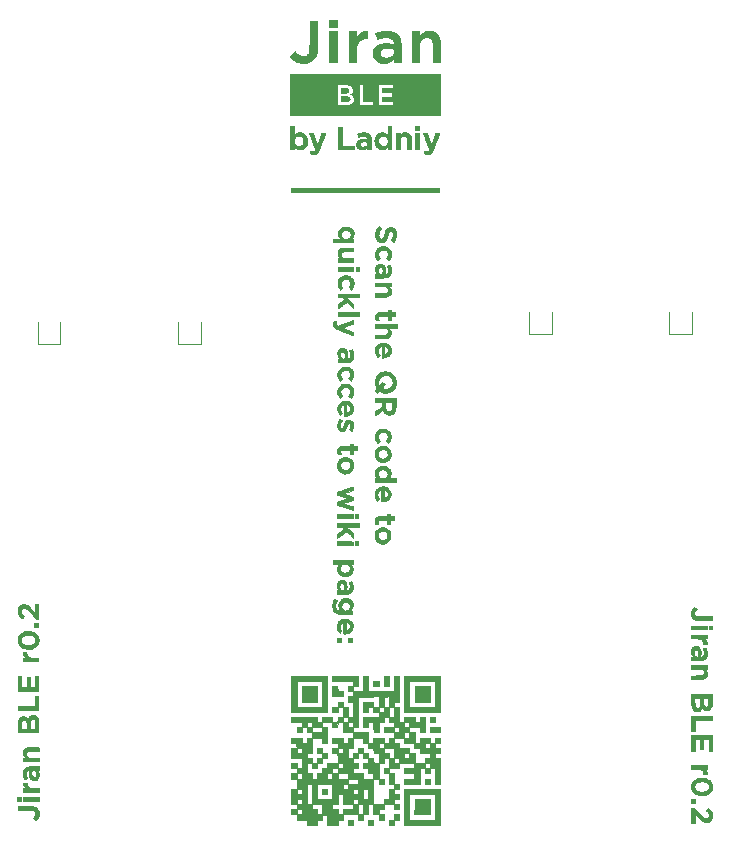
<source format=gto>
%TF.GenerationSoftware,KiCad,Pcbnew,(5.1.7)-1*%
%TF.CreationDate,2021-02-09T20:12:24+08:00*%
%TF.ProjectId,jiran-ble,6a697261-6e2d-4626-9c65-2e6b69636164,rev?*%
%TF.SameCoordinates,Original*%
%TF.FileFunction,Legend,Top*%
%TF.FilePolarity,Positive*%
%FSLAX46Y46*%
G04 Gerber Fmt 4.6, Leading zero omitted, Abs format (unit mm)*
G04 Created by KiCad (PCBNEW (5.1.7)-1) date 2021-02-09 20:12:24*
%MOMM*%
%LPD*%
G01*
G04 APERTURE LIST*
%ADD10C,0.010000*%
%ADD11C,0.120000*%
%ADD12C,0.800000*%
%ADD13C,3.987800*%
%ADD14C,3.000000*%
%ADD15C,1.750000*%
%ADD16R,0.650000X1.000000*%
%ADD17R,1.000000X0.650000*%
%ADD18R,0.900000X0.900000*%
%ADD19R,0.900000X0.500000*%
%ADD20C,1.000000*%
%ADD21R,0.300000X1.250000*%
%ADD22R,0.540000X1.250000*%
%ADD23O,1.700000X1.700000*%
%ADD24R,1.700000X1.700000*%
%ADD25C,4.200000*%
G04 APERTURE END LIST*
D10*
%TO.C,G4*%
G36*
X211522945Y-112579874D02*
G01*
X211642325Y-112579964D01*
X211947125Y-112936925D01*
X212032795Y-113036887D01*
X212106893Y-113122431D01*
X212170708Y-113194874D01*
X212225525Y-113255532D01*
X212272633Y-113305721D01*
X212313318Y-113346758D01*
X212348868Y-113379960D01*
X212380569Y-113406642D01*
X212409710Y-113428120D01*
X212437576Y-113445712D01*
X212453109Y-113454358D01*
X212524378Y-113482753D01*
X212597412Y-113494367D01*
X212668558Y-113489442D01*
X212734164Y-113468219D01*
X212789290Y-113432083D01*
X212833466Y-113384684D01*
X212862119Y-113332051D01*
X212877099Y-113269756D01*
X212880475Y-113213539D01*
X212879643Y-113168294D01*
X212875408Y-113134549D01*
X212865853Y-113103536D01*
X212849060Y-113066490D01*
X212847730Y-113063780D01*
X212814218Y-113008663D01*
X212767271Y-112949488D01*
X212711480Y-112891573D01*
X212661375Y-112847975D01*
X212623785Y-112818122D01*
X212705159Y-112714193D01*
X212736497Y-112675306D01*
X212764180Y-112643061D01*
X212785485Y-112620481D01*
X212797691Y-112610589D01*
X212798628Y-112610386D01*
X212813713Y-112617304D01*
X212839388Y-112635826D01*
X212872205Y-112662864D01*
X212908717Y-112695330D01*
X212945475Y-112730138D01*
X212979033Y-112764199D01*
X213005942Y-112794426D01*
X213010568Y-112800180D01*
X213068589Y-112885548D01*
X213110306Y-112974360D01*
X213136911Y-113070295D01*
X213149592Y-113177032D01*
X213151085Y-113234595D01*
X213144723Y-113345981D01*
X213125039Y-113443859D01*
X213091132Y-113530802D01*
X213042104Y-113609384D01*
X213004322Y-113654382D01*
X212931681Y-113718546D01*
X212849397Y-113765808D01*
X212759471Y-113795918D01*
X212663907Y-113808626D01*
X212564706Y-113803681D01*
X212463872Y-113780834D01*
X212363405Y-113739833D01*
X212354988Y-113735525D01*
X212318043Y-113714336D01*
X212280256Y-113688312D01*
X212240185Y-113656009D01*
X212196388Y-113615985D01*
X212147423Y-113566799D01*
X212091848Y-113507008D01*
X212028222Y-113435169D01*
X211955104Y-113349841D01*
X211880143Y-113260505D01*
X211672805Y-113011585D01*
X211670149Y-113420525D01*
X211667494Y-113829465D01*
X211403565Y-113829465D01*
X211403565Y-112579785D01*
X211522945Y-112579874D01*
G37*
X211522945Y-112579874D02*
X211642325Y-112579964D01*
X211947125Y-112936925D01*
X212032795Y-113036887D01*
X212106893Y-113122431D01*
X212170708Y-113194874D01*
X212225525Y-113255532D01*
X212272633Y-113305721D01*
X212313318Y-113346758D01*
X212348868Y-113379960D01*
X212380569Y-113406642D01*
X212409710Y-113428120D01*
X212437576Y-113445712D01*
X212453109Y-113454358D01*
X212524378Y-113482753D01*
X212597412Y-113494367D01*
X212668558Y-113489442D01*
X212734164Y-113468219D01*
X212789290Y-113432083D01*
X212833466Y-113384684D01*
X212862119Y-113332051D01*
X212877099Y-113269756D01*
X212880475Y-113213539D01*
X212879643Y-113168294D01*
X212875408Y-113134549D01*
X212865853Y-113103536D01*
X212849060Y-113066490D01*
X212847730Y-113063780D01*
X212814218Y-113008663D01*
X212767271Y-112949488D01*
X212711480Y-112891573D01*
X212661375Y-112847975D01*
X212623785Y-112818122D01*
X212705159Y-112714193D01*
X212736497Y-112675306D01*
X212764180Y-112643061D01*
X212785485Y-112620481D01*
X212797691Y-112610589D01*
X212798628Y-112610386D01*
X212813713Y-112617304D01*
X212839388Y-112635826D01*
X212872205Y-112662864D01*
X212908717Y-112695330D01*
X212945475Y-112730138D01*
X212979033Y-112764199D01*
X213005942Y-112794426D01*
X213010568Y-112800180D01*
X213068589Y-112885548D01*
X213110306Y-112974360D01*
X213136911Y-113070295D01*
X213149592Y-113177032D01*
X213151085Y-113234595D01*
X213144723Y-113345981D01*
X213125039Y-113443859D01*
X213091132Y-113530802D01*
X213042104Y-113609384D01*
X213004322Y-113654382D01*
X212931681Y-113718546D01*
X212849397Y-113765808D01*
X212759471Y-113795918D01*
X212663907Y-113808626D01*
X212564706Y-113803681D01*
X212463872Y-113780834D01*
X212363405Y-113739833D01*
X212354988Y-113735525D01*
X212318043Y-113714336D01*
X212280256Y-113688312D01*
X212240185Y-113656009D01*
X212196388Y-113615985D01*
X212147423Y-113566799D01*
X212091848Y-113507008D01*
X212028222Y-113435169D01*
X211955104Y-113349841D01*
X211880143Y-113260505D01*
X211672805Y-113011585D01*
X211670149Y-113420525D01*
X211667494Y-113829465D01*
X211403565Y-113829465D01*
X211403565Y-112579785D01*
X211522945Y-112579874D01*
G36*
X211738845Y-112203865D02*
G01*
X211403565Y-112203865D01*
X211403565Y-111878745D01*
X211472145Y-111878692D01*
X211514558Y-111877937D01*
X211567801Y-111875971D01*
X211622445Y-111873166D01*
X211639785Y-111872080D01*
X211738845Y-111865520D01*
X211738845Y-112203865D01*
G37*
X211738845Y-112203865D02*
X211403565Y-112203865D01*
X211403565Y-111878745D01*
X211472145Y-111878692D01*
X211514558Y-111877937D01*
X211567801Y-111875971D01*
X211622445Y-111873166D01*
X211639785Y-111872080D01*
X211738845Y-111865520D01*
X211738845Y-112203865D01*
G36*
X212270711Y-110032019D02*
G01*
X212297645Y-110032853D01*
X212398145Y-110038437D01*
X212483953Y-110048706D01*
X212560388Y-110064832D01*
X212632770Y-110087985D01*
X212706419Y-110119336D01*
X212719844Y-110125757D01*
X212833995Y-110190863D01*
X212931709Y-110267301D01*
X213012661Y-110354696D01*
X213076528Y-110452671D01*
X213122984Y-110560850D01*
X213137099Y-110608745D01*
X213147763Y-110668706D01*
X213153224Y-110740743D01*
X213153473Y-110817286D01*
X213148498Y-110890763D01*
X213138289Y-110953607D01*
X213137586Y-110956560D01*
X213101213Y-111064312D01*
X213047083Y-111163672D01*
X212976382Y-111253602D01*
X212890296Y-111333065D01*
X212790009Y-111401023D01*
X212676709Y-111456438D01*
X212551581Y-111498273D01*
X212505925Y-111509358D01*
X212450283Y-111518371D01*
X212380804Y-111524757D01*
X212303819Y-111528370D01*
X212225657Y-111529063D01*
X212152651Y-111526688D01*
X212091129Y-111521100D01*
X212078794Y-111519267D01*
X211949164Y-111489567D01*
X211829029Y-111445067D01*
X211719808Y-111386929D01*
X211622920Y-111316312D01*
X211539783Y-111234379D01*
X211471816Y-111142289D01*
X211420438Y-111041204D01*
X211393120Y-110958152D01*
X211377912Y-110871496D01*
X211373152Y-110781465D01*
X211652485Y-110781465D01*
X211652817Y-110829974D01*
X211654661Y-110864206D01*
X211659288Y-110890201D01*
X211667970Y-110914001D01*
X211681978Y-110941646D01*
X211688835Y-110954185D01*
X211736846Y-111021357D01*
X211801837Y-111081328D01*
X211881284Y-111132589D01*
X211972662Y-111173632D01*
X212073443Y-111202946D01*
X212119845Y-111211697D01*
X212155137Y-111214674D01*
X212204824Y-111215463D01*
X212263409Y-111214332D01*
X212325396Y-111211548D01*
X212385291Y-111207380D01*
X212437598Y-111202094D01*
X212476821Y-111195958D01*
X212485605Y-111193888D01*
X212569836Y-111165000D01*
X212649734Y-111125802D01*
X212721765Y-111078770D01*
X212782395Y-111026380D01*
X212828092Y-110971110D01*
X212844750Y-110942115D01*
X212873941Y-110860207D01*
X212883374Y-110777812D01*
X212873455Y-110696956D01*
X212844589Y-110619669D01*
X212797182Y-110547977D01*
X212757547Y-110506197D01*
X212690033Y-110451761D01*
X212617363Y-110409908D01*
X212536372Y-110379534D01*
X212443898Y-110359536D01*
X212336776Y-110348810D01*
X212301846Y-110347253D01*
X212184748Y-110347882D01*
X212082203Y-110358842D01*
X211990782Y-110381002D01*
X211907056Y-110415231D01*
X211827595Y-110462399D01*
X211816245Y-110470349D01*
X211763246Y-110512435D01*
X211722698Y-110556121D01*
X211687714Y-110609244D01*
X211676810Y-110629065D01*
X211665510Y-110652837D01*
X211658319Y-110676546D01*
X211654350Y-110705753D01*
X211652716Y-110746019D01*
X211652485Y-110781465D01*
X211373152Y-110781465D01*
X211372866Y-110776056D01*
X211377981Y-110680646D01*
X211393120Y-110594617D01*
X211425073Y-110498049D01*
X211469873Y-110412219D01*
X211530413Y-110332168D01*
X211571570Y-110288705D01*
X211666180Y-110207060D01*
X211769031Y-110141713D01*
X211882664Y-110091347D01*
X212009620Y-110054648D01*
X212033485Y-110049515D01*
X212079936Y-110040680D01*
X212121026Y-110034883D01*
X212162614Y-110031753D01*
X212210556Y-110030922D01*
X212270711Y-110032019D01*
G37*
X212270711Y-110032019D02*
X212297645Y-110032853D01*
X212398145Y-110038437D01*
X212483953Y-110048706D01*
X212560388Y-110064832D01*
X212632770Y-110087985D01*
X212706419Y-110119336D01*
X212719844Y-110125757D01*
X212833995Y-110190863D01*
X212931709Y-110267301D01*
X213012661Y-110354696D01*
X213076528Y-110452671D01*
X213122984Y-110560850D01*
X213137099Y-110608745D01*
X213147763Y-110668706D01*
X213153224Y-110740743D01*
X213153473Y-110817286D01*
X213148498Y-110890763D01*
X213138289Y-110953607D01*
X213137586Y-110956560D01*
X213101213Y-111064312D01*
X213047083Y-111163672D01*
X212976382Y-111253602D01*
X212890296Y-111333065D01*
X212790009Y-111401023D01*
X212676709Y-111456438D01*
X212551581Y-111498273D01*
X212505925Y-111509358D01*
X212450283Y-111518371D01*
X212380804Y-111524757D01*
X212303819Y-111528370D01*
X212225657Y-111529063D01*
X212152651Y-111526688D01*
X212091129Y-111521100D01*
X212078794Y-111519267D01*
X211949164Y-111489567D01*
X211829029Y-111445067D01*
X211719808Y-111386929D01*
X211622920Y-111316312D01*
X211539783Y-111234379D01*
X211471816Y-111142289D01*
X211420438Y-111041204D01*
X211393120Y-110958152D01*
X211377912Y-110871496D01*
X211373152Y-110781465D01*
X211652485Y-110781465D01*
X211652817Y-110829974D01*
X211654661Y-110864206D01*
X211659288Y-110890201D01*
X211667970Y-110914001D01*
X211681978Y-110941646D01*
X211688835Y-110954185D01*
X211736846Y-111021357D01*
X211801837Y-111081328D01*
X211881284Y-111132589D01*
X211972662Y-111173632D01*
X212073443Y-111202946D01*
X212119845Y-111211697D01*
X212155137Y-111214674D01*
X212204824Y-111215463D01*
X212263409Y-111214332D01*
X212325396Y-111211548D01*
X212385291Y-111207380D01*
X212437598Y-111202094D01*
X212476821Y-111195958D01*
X212485605Y-111193888D01*
X212569836Y-111165000D01*
X212649734Y-111125802D01*
X212721765Y-111078770D01*
X212782395Y-111026380D01*
X212828092Y-110971110D01*
X212844750Y-110942115D01*
X212873941Y-110860207D01*
X212883374Y-110777812D01*
X212873455Y-110696956D01*
X212844589Y-110619669D01*
X212797182Y-110547977D01*
X212757547Y-110506197D01*
X212690033Y-110451761D01*
X212617363Y-110409908D01*
X212536372Y-110379534D01*
X212443898Y-110359536D01*
X212336776Y-110348810D01*
X212301846Y-110347253D01*
X212184748Y-110347882D01*
X212082203Y-110358842D01*
X211990782Y-110381002D01*
X211907056Y-110415231D01*
X211827595Y-110462399D01*
X211816245Y-110470349D01*
X211763246Y-110512435D01*
X211722698Y-110556121D01*
X211687714Y-110609244D01*
X211676810Y-110629065D01*
X211665510Y-110652837D01*
X211658319Y-110676546D01*
X211654350Y-110705753D01*
X211652716Y-110746019D01*
X211652485Y-110781465D01*
X211373152Y-110781465D01*
X211372866Y-110776056D01*
X211377981Y-110680646D01*
X211393120Y-110594617D01*
X211425073Y-110498049D01*
X211469873Y-110412219D01*
X211530413Y-110332168D01*
X211571570Y-110288705D01*
X211666180Y-110207060D01*
X211769031Y-110141713D01*
X211882664Y-110091347D01*
X212009620Y-110054648D01*
X212033485Y-110049515D01*
X212079936Y-110040680D01*
X212121026Y-110034883D01*
X212162614Y-110031753D01*
X212210556Y-110030922D01*
X212270711Y-110032019D01*
G36*
X212701776Y-109122845D02*
G01*
X212698965Y-109272705D01*
X212558661Y-109275535D01*
X212418357Y-109278366D01*
X212470262Y-109306015D01*
X212551705Y-109358901D01*
X212619150Y-109422412D01*
X212671156Y-109494397D01*
X212706280Y-109572702D01*
X212723080Y-109655175D01*
X212724365Y-109685255D01*
X212724365Y-109734985D01*
X212412343Y-109734985D01*
X212406351Y-109670814D01*
X212388348Y-109577508D01*
X212353230Y-109494789D01*
X212301803Y-109423668D01*
X212234873Y-109365157D01*
X212153246Y-109320265D01*
X212115241Y-109305871D01*
X212095565Y-109299672D01*
X212075882Y-109294693D01*
X212053668Y-109290769D01*
X212026400Y-109287734D01*
X211991553Y-109285423D01*
X211946603Y-109283671D01*
X211889028Y-109282312D01*
X211816301Y-109281182D01*
X211725901Y-109280115D01*
X211721065Y-109280063D01*
X211393405Y-109276510D01*
X211393405Y-108972985D01*
X212704588Y-108972985D01*
X212701776Y-109122845D01*
G37*
X212701776Y-109122845D02*
X212698965Y-109272705D01*
X212558661Y-109275535D01*
X212418357Y-109278366D01*
X212470262Y-109306015D01*
X212551705Y-109358901D01*
X212619150Y-109422412D01*
X212671156Y-109494397D01*
X212706280Y-109572702D01*
X212723080Y-109655175D01*
X212724365Y-109685255D01*
X212724365Y-109734985D01*
X212412343Y-109734985D01*
X212406351Y-109670814D01*
X212388348Y-109577508D01*
X212353230Y-109494789D01*
X212301803Y-109423668D01*
X212234873Y-109365157D01*
X212153246Y-109320265D01*
X212115241Y-109305871D01*
X212095565Y-109299672D01*
X212075882Y-109294693D01*
X212053668Y-109290769D01*
X212026400Y-109287734D01*
X211991553Y-109285423D01*
X211946603Y-109283671D01*
X211889028Y-109282312D01*
X211816301Y-109281182D01*
X211725901Y-109280115D01*
X211721065Y-109280063D01*
X211393405Y-109276510D01*
X211393405Y-108972985D01*
X212704588Y-108972985D01*
X212701776Y-109122845D01*
G36*
X213120605Y-107733465D02*
G01*
X212859724Y-107733465D01*
X212853022Y-107421045D01*
X212851253Y-107332390D01*
X212849658Y-107240547D01*
X212848301Y-107150190D01*
X212847247Y-107065991D01*
X212846559Y-106992624D01*
X212846303Y-106934762D01*
X212846302Y-106933365D01*
X212846285Y-106758105D01*
X212399245Y-106758105D01*
X212399245Y-107621705D01*
X212124925Y-107621705D01*
X212124925Y-106758105D01*
X211667725Y-106758105D01*
X211667725Y-107743625D01*
X211393405Y-107743625D01*
X211393405Y-106453305D01*
X213120605Y-106453305D01*
X213120605Y-107733465D01*
G37*
X213120605Y-107733465D02*
X212859724Y-107733465D01*
X212853022Y-107421045D01*
X212851253Y-107332390D01*
X212849658Y-107240547D01*
X212848301Y-107150190D01*
X212847247Y-107065991D01*
X212846559Y-106992624D01*
X212846303Y-106934762D01*
X212846302Y-106933365D01*
X212846285Y-106758105D01*
X212399245Y-106758105D01*
X212399245Y-107621705D01*
X212124925Y-107621705D01*
X212124925Y-106758105D01*
X211667725Y-106758105D01*
X211667725Y-107743625D01*
X211393405Y-107743625D01*
X211393405Y-106453305D01*
X213120605Y-106453305D01*
X213120605Y-107733465D01*
G36*
X213120605Y-105152825D02*
G01*
X211667725Y-105152825D01*
X211667725Y-106057065D01*
X211393405Y-106057065D01*
X211393405Y-104848025D01*
X213120605Y-104848025D01*
X213120605Y-105152825D01*
G37*
X213120605Y-105152825D02*
X211667725Y-105152825D01*
X211667725Y-106057065D01*
X211393405Y-106057065D01*
X211393405Y-104848025D01*
X213120605Y-104848025D01*
X213120605Y-105152825D01*
G36*
X213118102Y-103438325D02*
G01*
X213117013Y-103553686D01*
X213115840Y-103650824D01*
X213114358Y-103731834D01*
X213112341Y-103798811D01*
X213109564Y-103853850D01*
X213105800Y-103899048D01*
X213100825Y-103936500D01*
X213094413Y-103968302D01*
X213086337Y-103996549D01*
X213076373Y-104023337D01*
X213064295Y-104050761D01*
X213049877Y-104080916D01*
X213048652Y-104083437D01*
X213000908Y-104159776D01*
X212940186Y-104222216D01*
X212869089Y-104269898D01*
X212790224Y-104301962D01*
X212706194Y-104317550D01*
X212619605Y-104315803D01*
X212533062Y-104295862D01*
X212476691Y-104272042D01*
X212433556Y-104244375D01*
X212388193Y-104205886D01*
X212346812Y-104162609D01*
X212315621Y-104120575D01*
X212309359Y-104109460D01*
X212291035Y-104073744D01*
X212248978Y-104161394D01*
X212203774Y-104240889D01*
X212151684Y-104306726D01*
X212094883Y-104356485D01*
X212050775Y-104381677D01*
X212022220Y-104392688D01*
X211992099Y-104400053D01*
X211954880Y-104404627D01*
X211905034Y-104407268D01*
X211881085Y-104407956D01*
X211806891Y-104407887D01*
X211751953Y-104403530D01*
X211721431Y-104396923D01*
X211640108Y-104360114D01*
X211569386Y-104306208D01*
X211509968Y-104235857D01*
X211469115Y-104164112D01*
X211453951Y-104131775D01*
X211441163Y-104103065D01*
X211430536Y-104075952D01*
X211421854Y-104048401D01*
X211414902Y-104018382D01*
X211409463Y-103983860D01*
X211405322Y-103942804D01*
X211402263Y-103893182D01*
X211400071Y-103832960D01*
X211398529Y-103760107D01*
X211397423Y-103672590D01*
X211396535Y-103568375D01*
X211395855Y-103473885D01*
X211394430Y-103273225D01*
X211657565Y-103273225D01*
X211657565Y-103549252D01*
X211657948Y-103649755D01*
X211659297Y-103732429D01*
X211661904Y-103799751D01*
X211666064Y-103854201D01*
X211672072Y-103898257D01*
X211680223Y-103934400D01*
X211690810Y-103965107D01*
X211704128Y-103992857D01*
X211711863Y-104006331D01*
X211754007Y-104059531D01*
X211805268Y-104094659D01*
X211864878Y-104111399D01*
X211932069Y-104109434D01*
X211952001Y-104105520D01*
X212009374Y-104082862D01*
X212055680Y-104043716D01*
X212091138Y-103987789D01*
X212115962Y-103914788D01*
X212124315Y-103872665D01*
X212127230Y-103844276D01*
X212129846Y-103799174D01*
X212132046Y-103740965D01*
X212133714Y-103673252D01*
X212134735Y-103599643D01*
X212135008Y-103539925D01*
X212135085Y-103273225D01*
X212389085Y-103273225D01*
X212389243Y-103514525D01*
X212389777Y-103606974D01*
X212391497Y-103681961D01*
X212394784Y-103742329D01*
X212400018Y-103790921D01*
X212407580Y-103830579D01*
X212417851Y-103864145D01*
X212431210Y-103894461D01*
X212442972Y-103915901D01*
X212477258Y-103962083D01*
X212518286Y-103992353D01*
X212569463Y-104008372D01*
X212634196Y-104011801D01*
X212639360Y-104011611D01*
X212684999Y-104006742D01*
X212720475Y-103994778D01*
X212742499Y-103981997D01*
X212780698Y-103946875D01*
X212812264Y-103896043D01*
X212841205Y-103837105D01*
X212844333Y-103555165D01*
X212847462Y-103273225D01*
X212389085Y-103273225D01*
X212135085Y-103273225D01*
X211657565Y-103273225D01*
X211394430Y-103273225D01*
X211392337Y-102978585D01*
X213122224Y-102978585D01*
X213118102Y-103438325D01*
G37*
X213118102Y-103438325D02*
X213117013Y-103553686D01*
X213115840Y-103650824D01*
X213114358Y-103731834D01*
X213112341Y-103798811D01*
X213109564Y-103853850D01*
X213105800Y-103899048D01*
X213100825Y-103936500D01*
X213094413Y-103968302D01*
X213086337Y-103996549D01*
X213076373Y-104023337D01*
X213064295Y-104050761D01*
X213049877Y-104080916D01*
X213048652Y-104083437D01*
X213000908Y-104159776D01*
X212940186Y-104222216D01*
X212869089Y-104269898D01*
X212790224Y-104301962D01*
X212706194Y-104317550D01*
X212619605Y-104315803D01*
X212533062Y-104295862D01*
X212476691Y-104272042D01*
X212433556Y-104244375D01*
X212388193Y-104205886D01*
X212346812Y-104162609D01*
X212315621Y-104120575D01*
X212309359Y-104109460D01*
X212291035Y-104073744D01*
X212248978Y-104161394D01*
X212203774Y-104240889D01*
X212151684Y-104306726D01*
X212094883Y-104356485D01*
X212050775Y-104381677D01*
X212022220Y-104392688D01*
X211992099Y-104400053D01*
X211954880Y-104404627D01*
X211905034Y-104407268D01*
X211881085Y-104407956D01*
X211806891Y-104407887D01*
X211751953Y-104403530D01*
X211721431Y-104396923D01*
X211640108Y-104360114D01*
X211569386Y-104306208D01*
X211509968Y-104235857D01*
X211469115Y-104164112D01*
X211453951Y-104131775D01*
X211441163Y-104103065D01*
X211430536Y-104075952D01*
X211421854Y-104048401D01*
X211414902Y-104018382D01*
X211409463Y-103983860D01*
X211405322Y-103942804D01*
X211402263Y-103893182D01*
X211400071Y-103832960D01*
X211398529Y-103760107D01*
X211397423Y-103672590D01*
X211396535Y-103568375D01*
X211395855Y-103473885D01*
X211394430Y-103273225D01*
X211657565Y-103273225D01*
X211657565Y-103549252D01*
X211657948Y-103649755D01*
X211659297Y-103732429D01*
X211661904Y-103799751D01*
X211666064Y-103854201D01*
X211672072Y-103898257D01*
X211680223Y-103934400D01*
X211690810Y-103965107D01*
X211704128Y-103992857D01*
X211711863Y-104006331D01*
X211754007Y-104059531D01*
X211805268Y-104094659D01*
X211864878Y-104111399D01*
X211932069Y-104109434D01*
X211952001Y-104105520D01*
X212009374Y-104082862D01*
X212055680Y-104043716D01*
X212091138Y-103987789D01*
X212115962Y-103914788D01*
X212124315Y-103872665D01*
X212127230Y-103844276D01*
X212129846Y-103799174D01*
X212132046Y-103740965D01*
X212133714Y-103673252D01*
X212134735Y-103599643D01*
X212135008Y-103539925D01*
X212135085Y-103273225D01*
X212389085Y-103273225D01*
X212389243Y-103514525D01*
X212389777Y-103606974D01*
X212391497Y-103681961D01*
X212394784Y-103742329D01*
X212400018Y-103790921D01*
X212407580Y-103830579D01*
X212417851Y-103864145D01*
X212431210Y-103894461D01*
X212442972Y-103915901D01*
X212477258Y-103962083D01*
X212518286Y-103992353D01*
X212569463Y-104008372D01*
X212634196Y-104011801D01*
X212639360Y-104011611D01*
X212684999Y-104006742D01*
X212720475Y-103994778D01*
X212742499Y-103981997D01*
X212780698Y-103946875D01*
X212812264Y-103896043D01*
X212841205Y-103837105D01*
X212844333Y-103555165D01*
X212847462Y-103273225D01*
X212389085Y-103273225D01*
X212135085Y-103273225D01*
X211657565Y-103273225D01*
X211394430Y-103273225D01*
X211392337Y-102978585D01*
X213122224Y-102978585D01*
X213118102Y-103438325D01*
G36*
X212691616Y-100659565D02*
G01*
X212688805Y-100809425D01*
X212499515Y-100815285D01*
X212552810Y-100863155D01*
X212619512Y-100933834D01*
X212667752Y-101010312D01*
X212698328Y-101094576D01*
X212712042Y-101188616D01*
X212712139Y-101259261D01*
X212708734Y-101310872D01*
X212703194Y-101349902D01*
X212693795Y-101384089D01*
X212678813Y-101421169D01*
X212673411Y-101433064D01*
X212627802Y-101509564D01*
X212567398Y-101572791D01*
X212491674Y-101623169D01*
X212400104Y-101661123D01*
X212386484Y-101665323D01*
X212370309Y-101669214D01*
X212348894Y-101672520D01*
X212320418Y-101675313D01*
X212283058Y-101677662D01*
X212234990Y-101679638D01*
X212174394Y-101681313D01*
X212099445Y-101682757D01*
X212008322Y-101684042D01*
X211899203Y-101685237D01*
X211865845Y-101685559D01*
X211770256Y-101686298D01*
X211680915Y-101686676D01*
X211599871Y-101686706D01*
X211529174Y-101686403D01*
X211470873Y-101685779D01*
X211427016Y-101684849D01*
X211399653Y-101683627D01*
X211390865Y-101682343D01*
X211388137Y-101669945D01*
X211385842Y-101641082D01*
X211384171Y-101599608D01*
X211383316Y-101549377D01*
X211383245Y-101529507D01*
X211383245Y-101384295D01*
X212241765Y-101378385D01*
X212299977Y-101349799D01*
X212359430Y-101311854D01*
X212402471Y-101263792D01*
X212429872Y-101204220D01*
X212442401Y-101131742D01*
X212443335Y-101090454D01*
X212432448Y-101017183D01*
X212403850Y-100951578D01*
X212359498Y-100896204D01*
X212301350Y-100853628D01*
X212244552Y-100830005D01*
X212227763Y-100825962D01*
X212205931Y-100822658D01*
X212177055Y-100820026D01*
X212139131Y-100817996D01*
X212090160Y-100816502D01*
X212028139Y-100815475D01*
X211951067Y-100814847D01*
X211856942Y-100814551D01*
X211787800Y-100814505D01*
X211383245Y-100814505D01*
X211383245Y-100509705D01*
X212694428Y-100509705D01*
X212691616Y-100659565D01*
G37*
X212691616Y-100659565D02*
X212688805Y-100809425D01*
X212499515Y-100815285D01*
X212552810Y-100863155D01*
X212619512Y-100933834D01*
X212667752Y-101010312D01*
X212698328Y-101094576D01*
X212712042Y-101188616D01*
X212712139Y-101259261D01*
X212708734Y-101310872D01*
X212703194Y-101349902D01*
X212693795Y-101384089D01*
X212678813Y-101421169D01*
X212673411Y-101433064D01*
X212627802Y-101509564D01*
X212567398Y-101572791D01*
X212491674Y-101623169D01*
X212400104Y-101661123D01*
X212386484Y-101665323D01*
X212370309Y-101669214D01*
X212348894Y-101672520D01*
X212320418Y-101675313D01*
X212283058Y-101677662D01*
X212234990Y-101679638D01*
X212174394Y-101681313D01*
X212099445Y-101682757D01*
X212008322Y-101684042D01*
X211899203Y-101685237D01*
X211865845Y-101685559D01*
X211770256Y-101686298D01*
X211680915Y-101686676D01*
X211599871Y-101686706D01*
X211529174Y-101686403D01*
X211470873Y-101685779D01*
X211427016Y-101684849D01*
X211399653Y-101683627D01*
X211390865Y-101682343D01*
X211388137Y-101669945D01*
X211385842Y-101641082D01*
X211384171Y-101599608D01*
X211383316Y-101549377D01*
X211383245Y-101529507D01*
X211383245Y-101384295D01*
X212241765Y-101378385D01*
X212299977Y-101349799D01*
X212359430Y-101311854D01*
X212402471Y-101263792D01*
X212429872Y-101204220D01*
X212442401Y-101131742D01*
X212443335Y-101090454D01*
X212432448Y-101017183D01*
X212403850Y-100951578D01*
X212359498Y-100896204D01*
X212301350Y-100853628D01*
X212244552Y-100830005D01*
X212227763Y-100825962D01*
X212205931Y-100822658D01*
X212177055Y-100820026D01*
X212139131Y-100817996D01*
X212090160Y-100816502D01*
X212028139Y-100815475D01*
X211951067Y-100814847D01*
X211856942Y-100814551D01*
X211787800Y-100814505D01*
X211383245Y-100814505D01*
X211383245Y-100509705D01*
X212694428Y-100509705D01*
X212691616Y-100659565D01*
G36*
X211817467Y-98899703D02*
G01*
X211855619Y-98901325D01*
X211883946Y-98905035D01*
X211907692Y-98911652D01*
X211932104Y-98922000D01*
X211943310Y-98927408D01*
X212013676Y-98973134D01*
X212072728Y-99035662D01*
X212120501Y-99115039D01*
X212157027Y-99211312D01*
X212162169Y-99229545D01*
X212175451Y-99301725D01*
X212181183Y-99387920D01*
X212179568Y-99483360D01*
X212170811Y-99583277D01*
X212155113Y-99682901D01*
X212140018Y-99750245D01*
X212136755Y-99766856D01*
X212141105Y-99775090D01*
X212157590Y-99777886D01*
X212182973Y-99778185D01*
X212254741Y-99769649D01*
X212315686Y-99744784D01*
X212365407Y-99704702D01*
X212403506Y-99650517D01*
X212429583Y-99583342D01*
X212443239Y-99504289D01*
X212444075Y-99414472D01*
X212431690Y-99315003D01*
X212405685Y-99206996D01*
X212397512Y-99180363D01*
X212384978Y-99139871D01*
X212375680Y-99107449D01*
X212370801Y-99087364D01*
X212370532Y-99082961D01*
X212380888Y-99078886D01*
X212406541Y-99069689D01*
X212443541Y-99056768D01*
X212484635Y-99042644D01*
X212534605Y-99026165D01*
X212568692Y-99016536D01*
X212589909Y-99013140D01*
X212601269Y-99015356D01*
X212604038Y-99018126D01*
X212614846Y-99041091D01*
X212628483Y-99079213D01*
X212643597Y-99127761D01*
X212658839Y-99182007D01*
X212672857Y-99237220D01*
X212684301Y-99288672D01*
X212689838Y-99318578D01*
X212697880Y-99387108D01*
X212701471Y-99463250D01*
X212700782Y-99541190D01*
X212695980Y-99615115D01*
X212687237Y-99679209D01*
X212678226Y-99717225D01*
X212641167Y-99811247D01*
X212591626Y-99889895D01*
X212528374Y-99954403D01*
X212450181Y-100006007D01*
X212355817Y-100045942D01*
X212348445Y-100048374D01*
X212333089Y-100052768D01*
X212315182Y-100056448D01*
X212292760Y-100059499D01*
X212263861Y-100062005D01*
X212226524Y-100064052D01*
X212178787Y-100065722D01*
X212118688Y-100067102D01*
X212044265Y-100068276D01*
X211953555Y-100069329D01*
X211844598Y-100070345D01*
X211837905Y-100070402D01*
X211383245Y-100074303D01*
X211383245Y-99778185D01*
X211537220Y-99778185D01*
X211491579Y-99726009D01*
X211436249Y-99652668D01*
X211396958Y-99575927D01*
X211372370Y-99491922D01*
X211368750Y-99461235D01*
X211577417Y-99461235D01*
X211585242Y-99529023D01*
X211597558Y-99580761D01*
X211612374Y-99621976D01*
X211630442Y-99654666D01*
X211656862Y-99687006D01*
X211676452Y-99707258D01*
X211718320Y-99744758D01*
X211757956Y-99768615D01*
X211801830Y-99781287D01*
X211856411Y-99785232D01*
X211880967Y-99784963D01*
X211946889Y-99783265D01*
X211966091Y-99717225D01*
X211975211Y-99678839D01*
X211981343Y-99634577D01*
X211984958Y-99579651D01*
X211986525Y-99509272D01*
X211986528Y-99508945D01*
X211986826Y-99451885D01*
X211986150Y-99410614D01*
X211983880Y-99380603D01*
X211979397Y-99357323D01*
X211972079Y-99336245D01*
X211961307Y-99312841D01*
X211959036Y-99308200D01*
X211927797Y-99255653D01*
X211892347Y-99220537D01*
X211848421Y-99199964D01*
X211791751Y-99191043D01*
X211785509Y-99190695D01*
X211744855Y-99189717D01*
X211717236Y-99192535D01*
X211695510Y-99200509D01*
X211678126Y-99211140D01*
X211632871Y-99252980D01*
X211598901Y-99306890D01*
X211586607Y-99340109D01*
X211577750Y-99395573D01*
X211577417Y-99461235D01*
X211368750Y-99461235D01*
X211361146Y-99396793D01*
X211360112Y-99346385D01*
X211368673Y-99245344D01*
X211392561Y-99153268D01*
X211430793Y-99071932D01*
X211482388Y-99003110D01*
X211546364Y-98948578D01*
X211595361Y-98921060D01*
X211619365Y-98911385D01*
X211644777Y-98905023D01*
X211676607Y-98901328D01*
X211719863Y-98899657D01*
X211764245Y-98899345D01*
X211817467Y-98899703D01*
G37*
X211817467Y-98899703D02*
X211855619Y-98901325D01*
X211883946Y-98905035D01*
X211907692Y-98911652D01*
X211932104Y-98922000D01*
X211943310Y-98927408D01*
X212013676Y-98973134D01*
X212072728Y-99035662D01*
X212120501Y-99115039D01*
X212157027Y-99211312D01*
X212162169Y-99229545D01*
X212175451Y-99301725D01*
X212181183Y-99387920D01*
X212179568Y-99483360D01*
X212170811Y-99583277D01*
X212155113Y-99682901D01*
X212140018Y-99750245D01*
X212136755Y-99766856D01*
X212141105Y-99775090D01*
X212157590Y-99777886D01*
X212182973Y-99778185D01*
X212254741Y-99769649D01*
X212315686Y-99744784D01*
X212365407Y-99704702D01*
X212403506Y-99650517D01*
X212429583Y-99583342D01*
X212443239Y-99504289D01*
X212444075Y-99414472D01*
X212431690Y-99315003D01*
X212405685Y-99206996D01*
X212397512Y-99180363D01*
X212384978Y-99139871D01*
X212375680Y-99107449D01*
X212370801Y-99087364D01*
X212370532Y-99082961D01*
X212380888Y-99078886D01*
X212406541Y-99069689D01*
X212443541Y-99056768D01*
X212484635Y-99042644D01*
X212534605Y-99026165D01*
X212568692Y-99016536D01*
X212589909Y-99013140D01*
X212601269Y-99015356D01*
X212604038Y-99018126D01*
X212614846Y-99041091D01*
X212628483Y-99079213D01*
X212643597Y-99127761D01*
X212658839Y-99182007D01*
X212672857Y-99237220D01*
X212684301Y-99288672D01*
X212689838Y-99318578D01*
X212697880Y-99387108D01*
X212701471Y-99463250D01*
X212700782Y-99541190D01*
X212695980Y-99615115D01*
X212687237Y-99679209D01*
X212678226Y-99717225D01*
X212641167Y-99811247D01*
X212591626Y-99889895D01*
X212528374Y-99954403D01*
X212450181Y-100006007D01*
X212355817Y-100045942D01*
X212348445Y-100048374D01*
X212333089Y-100052768D01*
X212315182Y-100056448D01*
X212292760Y-100059499D01*
X212263861Y-100062005D01*
X212226524Y-100064052D01*
X212178787Y-100065722D01*
X212118688Y-100067102D01*
X212044265Y-100068276D01*
X211953555Y-100069329D01*
X211844598Y-100070345D01*
X211837905Y-100070402D01*
X211383245Y-100074303D01*
X211383245Y-99778185D01*
X211537220Y-99778185D01*
X211491579Y-99726009D01*
X211436249Y-99652668D01*
X211396958Y-99575927D01*
X211372370Y-99491922D01*
X211368750Y-99461235D01*
X211577417Y-99461235D01*
X211585242Y-99529023D01*
X211597558Y-99580761D01*
X211612374Y-99621976D01*
X211630442Y-99654666D01*
X211656862Y-99687006D01*
X211676452Y-99707258D01*
X211718320Y-99744758D01*
X211757956Y-99768615D01*
X211801830Y-99781287D01*
X211856411Y-99785232D01*
X211880967Y-99784963D01*
X211946889Y-99783265D01*
X211966091Y-99717225D01*
X211975211Y-99678839D01*
X211981343Y-99634577D01*
X211984958Y-99579651D01*
X211986525Y-99509272D01*
X211986528Y-99508945D01*
X211986826Y-99451885D01*
X211986150Y-99410614D01*
X211983880Y-99380603D01*
X211979397Y-99357323D01*
X211972079Y-99336245D01*
X211961307Y-99312841D01*
X211959036Y-99308200D01*
X211927797Y-99255653D01*
X211892347Y-99220537D01*
X211848421Y-99199964D01*
X211791751Y-99191043D01*
X211785509Y-99190695D01*
X211744855Y-99189717D01*
X211717236Y-99192535D01*
X211695510Y-99200509D01*
X211678126Y-99211140D01*
X211632871Y-99252980D01*
X211598901Y-99306890D01*
X211586607Y-99340109D01*
X211577750Y-99395573D01*
X211577417Y-99461235D01*
X211368750Y-99461235D01*
X211361146Y-99396793D01*
X211360112Y-99346385D01*
X211368673Y-99245344D01*
X211392561Y-99153268D01*
X211430793Y-99071932D01*
X211482388Y-99003110D01*
X211546364Y-98948578D01*
X211595361Y-98921060D01*
X211619365Y-98911385D01*
X211644777Y-98905023D01*
X211676607Y-98901328D01*
X211719863Y-98899657D01*
X211764245Y-98899345D01*
X211817467Y-98899703D01*
G36*
X212683725Y-98244025D02*
G01*
X212544025Y-98244255D01*
X212404325Y-98244486D01*
X212470161Y-98279959D01*
X212549080Y-98332779D01*
X212614426Y-98397797D01*
X212664638Y-98472543D01*
X212698155Y-98554546D01*
X212713416Y-98641335D01*
X212714205Y-98666165D01*
X212714205Y-98701225D01*
X212403382Y-98701225D01*
X212391573Y-98620202D01*
X212368976Y-98525843D01*
X212330773Y-98444436D01*
X212277307Y-98376340D01*
X212208921Y-98321919D01*
X212125960Y-98281532D01*
X212048547Y-98259405D01*
X212019501Y-98254532D01*
X211982157Y-98250723D01*
X211934215Y-98247884D01*
X211873375Y-98245918D01*
X211797335Y-98244732D01*
X211703794Y-98244229D01*
X211680425Y-98244201D01*
X211383245Y-98244025D01*
X211383245Y-97939225D01*
X212683725Y-97939225D01*
X212683725Y-98244025D01*
G37*
X212683725Y-98244025D02*
X212544025Y-98244255D01*
X212404325Y-98244486D01*
X212470161Y-98279959D01*
X212549080Y-98332779D01*
X212614426Y-98397797D01*
X212664638Y-98472543D01*
X212698155Y-98554546D01*
X212713416Y-98641335D01*
X212714205Y-98666165D01*
X212714205Y-98701225D01*
X212403382Y-98701225D01*
X212391573Y-98620202D01*
X212368976Y-98525843D01*
X212330773Y-98444436D01*
X212277307Y-98376340D01*
X212208921Y-98321919D01*
X212125960Y-98281532D01*
X212048547Y-98259405D01*
X212019501Y-98254532D01*
X211982157Y-98250723D01*
X211934215Y-98247884D01*
X211873375Y-98245918D01*
X211797335Y-98244732D01*
X211703794Y-98244229D01*
X211680425Y-98244201D01*
X211383245Y-98244025D01*
X211383245Y-97939225D01*
X212683725Y-97939225D01*
X212683725Y-98244025D01*
G36*
X212683725Y-97461705D02*
G01*
X212477112Y-97461705D01*
X212420653Y-97461870D01*
X212347430Y-97462344D01*
X212260998Y-97463087D01*
X212164910Y-97464064D01*
X212062720Y-97465238D01*
X211957982Y-97466572D01*
X211854249Y-97468030D01*
X211826872Y-97468440D01*
X211383245Y-97475175D01*
X211383245Y-97167065D01*
X212683725Y-97167065D01*
X212683725Y-97461705D01*
G37*
X212683725Y-97461705D02*
X212477112Y-97461705D01*
X212420653Y-97461870D01*
X212347430Y-97462344D01*
X212260998Y-97463087D01*
X212164910Y-97464064D01*
X212062720Y-97465238D01*
X211957982Y-97466572D01*
X211854249Y-97468030D01*
X211826872Y-97468440D01*
X211383245Y-97475175D01*
X211383245Y-97167065D01*
X212683725Y-97167065D01*
X212683725Y-97461705D01*
G36*
X213171405Y-97471865D02*
G01*
X212886925Y-97471865D01*
X212886925Y-97156905D01*
X213171405Y-97156905D01*
X213171405Y-97471865D01*
G37*
X213171405Y-97471865D02*
X212886925Y-97471865D01*
X212886925Y-97156905D01*
X213171405Y-97156905D01*
X213171405Y-97471865D01*
G36*
X211737106Y-95649959D02*
G01*
X211840966Y-95746835D01*
X211771095Y-95820391D01*
X211737036Y-95859072D01*
X211705413Y-95899918D01*
X211681253Y-95936248D01*
X211674398Y-95948845D01*
X211648354Y-96021237D01*
X211639169Y-96094457D01*
X211646452Y-96165009D01*
X211669814Y-96229393D01*
X211708865Y-96284113D01*
X211712100Y-96287415D01*
X211727964Y-96303326D01*
X211742457Y-96317019D01*
X211757159Y-96328669D01*
X211773655Y-96338451D01*
X211793524Y-96346537D01*
X211818351Y-96353102D01*
X211849716Y-96358321D01*
X211889202Y-96362367D01*
X211938391Y-96365415D01*
X211998865Y-96367638D01*
X212072206Y-96369211D01*
X212159997Y-96370307D01*
X212263819Y-96371102D01*
X212385255Y-96371769D01*
X212483065Y-96372260D01*
X213110445Y-96375455D01*
X213110445Y-96689545D01*
X212503385Y-96688306D01*
X212392203Y-96687934D01*
X212285566Y-96687300D01*
X212185474Y-96686432D01*
X212093929Y-96685363D01*
X212012934Y-96684121D01*
X211944490Y-96682738D01*
X211890598Y-96681243D01*
X211853261Y-96679666D01*
X211835677Y-96678233D01*
X211727170Y-96653520D01*
X211631012Y-96613127D01*
X211547900Y-96557659D01*
X211478535Y-96487722D01*
X211423616Y-96403922D01*
X211383842Y-96306864D01*
X211376281Y-96280347D01*
X211366031Y-96223263D01*
X211360652Y-96153810D01*
X211360119Y-96079341D01*
X211364406Y-96007206D01*
X211373486Y-95944758D01*
X211377526Y-95927545D01*
X211412076Y-95829218D01*
X211460898Y-95736750D01*
X211521171Y-95654620D01*
X211590074Y-95587305D01*
X211593608Y-95584478D01*
X211633246Y-95553084D01*
X211737106Y-95649959D01*
G37*
X211737106Y-95649959D02*
X211840966Y-95746835D01*
X211771095Y-95820391D01*
X211737036Y-95859072D01*
X211705413Y-95899918D01*
X211681253Y-95936248D01*
X211674398Y-95948845D01*
X211648354Y-96021237D01*
X211639169Y-96094457D01*
X211646452Y-96165009D01*
X211669814Y-96229393D01*
X211708865Y-96284113D01*
X211712100Y-96287415D01*
X211727964Y-96303326D01*
X211742457Y-96317019D01*
X211757159Y-96328669D01*
X211773655Y-96338451D01*
X211793524Y-96346537D01*
X211818351Y-96353102D01*
X211849716Y-96358321D01*
X211889202Y-96362367D01*
X211938391Y-96365415D01*
X211998865Y-96367638D01*
X212072206Y-96369211D01*
X212159997Y-96370307D01*
X212263819Y-96371102D01*
X212385255Y-96371769D01*
X212483065Y-96372260D01*
X213110445Y-96375455D01*
X213110445Y-96689545D01*
X212503385Y-96688306D01*
X212392203Y-96687934D01*
X212285566Y-96687300D01*
X212185474Y-96686432D01*
X212093929Y-96685363D01*
X212012934Y-96684121D01*
X211944490Y-96682738D01*
X211890598Y-96681243D01*
X211853261Y-96679666D01*
X211835677Y-96678233D01*
X211727170Y-96653520D01*
X211631012Y-96613127D01*
X211547900Y-96557659D01*
X211478535Y-96487722D01*
X211423616Y-96403922D01*
X211383842Y-96306864D01*
X211376281Y-96280347D01*
X211366031Y-96223263D01*
X211360652Y-96153810D01*
X211360119Y-96079341D01*
X211364406Y-96007206D01*
X211373486Y-95944758D01*
X211377526Y-95927545D01*
X211412076Y-95829218D01*
X211460898Y-95736750D01*
X211521171Y-95654620D01*
X211590074Y-95587305D01*
X211593608Y-95584478D01*
X211633246Y-95553084D01*
X211737106Y-95649959D01*
%TO.C,G3*%
G36*
X155983305Y-96573251D02*
G01*
X155863925Y-96573161D01*
X155559125Y-96216200D01*
X155473455Y-96116238D01*
X155399357Y-96030694D01*
X155335542Y-95958251D01*
X155280725Y-95897593D01*
X155233617Y-95847404D01*
X155192932Y-95806367D01*
X155157382Y-95773165D01*
X155125681Y-95746483D01*
X155096540Y-95725005D01*
X155068674Y-95707413D01*
X155053141Y-95698767D01*
X154981872Y-95670372D01*
X154908838Y-95658758D01*
X154837692Y-95663683D01*
X154772086Y-95684906D01*
X154716960Y-95721042D01*
X154672784Y-95768441D01*
X154644131Y-95821074D01*
X154629151Y-95883369D01*
X154625775Y-95939586D01*
X154626607Y-95984831D01*
X154630842Y-96018576D01*
X154640397Y-96049589D01*
X154657190Y-96086635D01*
X154658520Y-96089345D01*
X154692032Y-96144462D01*
X154738979Y-96203637D01*
X154794770Y-96261552D01*
X154844875Y-96305150D01*
X154882465Y-96335003D01*
X154801091Y-96438932D01*
X154769753Y-96477819D01*
X154742070Y-96510064D01*
X154720765Y-96532644D01*
X154708559Y-96542536D01*
X154707622Y-96542739D01*
X154692537Y-96535821D01*
X154666862Y-96517299D01*
X154634045Y-96490261D01*
X154597533Y-96457795D01*
X154560775Y-96422987D01*
X154527217Y-96388926D01*
X154500308Y-96358699D01*
X154495682Y-96352945D01*
X154437661Y-96267577D01*
X154395944Y-96178765D01*
X154369339Y-96082830D01*
X154356658Y-95976093D01*
X154355165Y-95918530D01*
X154361527Y-95807144D01*
X154381211Y-95709266D01*
X154415118Y-95622323D01*
X154464146Y-95543741D01*
X154501928Y-95498743D01*
X154574569Y-95434579D01*
X154656853Y-95387317D01*
X154746779Y-95357207D01*
X154842343Y-95344499D01*
X154941544Y-95349444D01*
X155042378Y-95372291D01*
X155142845Y-95413292D01*
X155151262Y-95417600D01*
X155188207Y-95438789D01*
X155225994Y-95464813D01*
X155266065Y-95497116D01*
X155309862Y-95537140D01*
X155358827Y-95586326D01*
X155414402Y-95646117D01*
X155478028Y-95717956D01*
X155551146Y-95803284D01*
X155626107Y-95892620D01*
X155833445Y-96141540D01*
X155836101Y-95732600D01*
X155838756Y-95323660D01*
X156102685Y-95323660D01*
X156102685Y-96573340D01*
X155983305Y-96573251D01*
G37*
X155983305Y-96573251D02*
X155863925Y-96573161D01*
X155559125Y-96216200D01*
X155473455Y-96116238D01*
X155399357Y-96030694D01*
X155335542Y-95958251D01*
X155280725Y-95897593D01*
X155233617Y-95847404D01*
X155192932Y-95806367D01*
X155157382Y-95773165D01*
X155125681Y-95746483D01*
X155096540Y-95725005D01*
X155068674Y-95707413D01*
X155053141Y-95698767D01*
X154981872Y-95670372D01*
X154908838Y-95658758D01*
X154837692Y-95663683D01*
X154772086Y-95684906D01*
X154716960Y-95721042D01*
X154672784Y-95768441D01*
X154644131Y-95821074D01*
X154629151Y-95883369D01*
X154625775Y-95939586D01*
X154626607Y-95984831D01*
X154630842Y-96018576D01*
X154640397Y-96049589D01*
X154657190Y-96086635D01*
X154658520Y-96089345D01*
X154692032Y-96144462D01*
X154738979Y-96203637D01*
X154794770Y-96261552D01*
X154844875Y-96305150D01*
X154882465Y-96335003D01*
X154801091Y-96438932D01*
X154769753Y-96477819D01*
X154742070Y-96510064D01*
X154720765Y-96532644D01*
X154708559Y-96542536D01*
X154707622Y-96542739D01*
X154692537Y-96535821D01*
X154666862Y-96517299D01*
X154634045Y-96490261D01*
X154597533Y-96457795D01*
X154560775Y-96422987D01*
X154527217Y-96388926D01*
X154500308Y-96358699D01*
X154495682Y-96352945D01*
X154437661Y-96267577D01*
X154395944Y-96178765D01*
X154369339Y-96082830D01*
X154356658Y-95976093D01*
X154355165Y-95918530D01*
X154361527Y-95807144D01*
X154381211Y-95709266D01*
X154415118Y-95622323D01*
X154464146Y-95543741D01*
X154501928Y-95498743D01*
X154574569Y-95434579D01*
X154656853Y-95387317D01*
X154746779Y-95357207D01*
X154842343Y-95344499D01*
X154941544Y-95349444D01*
X155042378Y-95372291D01*
X155142845Y-95413292D01*
X155151262Y-95417600D01*
X155188207Y-95438789D01*
X155225994Y-95464813D01*
X155266065Y-95497116D01*
X155309862Y-95537140D01*
X155358827Y-95586326D01*
X155414402Y-95646117D01*
X155478028Y-95717956D01*
X155551146Y-95803284D01*
X155626107Y-95892620D01*
X155833445Y-96141540D01*
X155836101Y-95732600D01*
X155838756Y-95323660D01*
X156102685Y-95323660D01*
X156102685Y-96573340D01*
X155983305Y-96573251D01*
G36*
X155767405Y-96949260D02*
G01*
X156102685Y-96949260D01*
X156102685Y-97274380D01*
X156034105Y-97274433D01*
X155991692Y-97275188D01*
X155938449Y-97277154D01*
X155883805Y-97279959D01*
X155866465Y-97281045D01*
X155767405Y-97287605D01*
X155767405Y-96949260D01*
G37*
X155767405Y-96949260D02*
X156102685Y-96949260D01*
X156102685Y-97274380D01*
X156034105Y-97274433D01*
X155991692Y-97275188D01*
X155938449Y-97277154D01*
X155883805Y-97279959D01*
X155866465Y-97281045D01*
X155767405Y-97287605D01*
X155767405Y-96949260D01*
G36*
X155235539Y-99121106D02*
G01*
X155208605Y-99120272D01*
X155108105Y-99114688D01*
X155022297Y-99104419D01*
X154945862Y-99088293D01*
X154873480Y-99065140D01*
X154799831Y-99033789D01*
X154786406Y-99027368D01*
X154672255Y-98962262D01*
X154574541Y-98885824D01*
X154493589Y-98798429D01*
X154429722Y-98700454D01*
X154383266Y-98592275D01*
X154369151Y-98544380D01*
X154358487Y-98484419D01*
X154353026Y-98412382D01*
X154352777Y-98335839D01*
X154357752Y-98262362D01*
X154367961Y-98199518D01*
X154368664Y-98196565D01*
X154405037Y-98088813D01*
X154459167Y-97989453D01*
X154529868Y-97899523D01*
X154615954Y-97820060D01*
X154716241Y-97752102D01*
X154829541Y-97696687D01*
X154954669Y-97654852D01*
X155000325Y-97643767D01*
X155055967Y-97634754D01*
X155125446Y-97628368D01*
X155202431Y-97624755D01*
X155280593Y-97624062D01*
X155353599Y-97626437D01*
X155415121Y-97632025D01*
X155427456Y-97633858D01*
X155557086Y-97663558D01*
X155677221Y-97708058D01*
X155786442Y-97766196D01*
X155883330Y-97836813D01*
X155966467Y-97918746D01*
X156034434Y-98010836D01*
X156085812Y-98111921D01*
X156113130Y-98194973D01*
X156128338Y-98281629D01*
X156133098Y-98371660D01*
X155853765Y-98371660D01*
X155853433Y-98323151D01*
X155851589Y-98288919D01*
X155846962Y-98262924D01*
X155838280Y-98239124D01*
X155824272Y-98211479D01*
X155817415Y-98198940D01*
X155769404Y-98131768D01*
X155704413Y-98071797D01*
X155624966Y-98020536D01*
X155533588Y-97979493D01*
X155432807Y-97950179D01*
X155386405Y-97941428D01*
X155351113Y-97938451D01*
X155301426Y-97937662D01*
X155242841Y-97938793D01*
X155180854Y-97941577D01*
X155120959Y-97945745D01*
X155068652Y-97951031D01*
X155029429Y-97957167D01*
X155020645Y-97959237D01*
X154936414Y-97988125D01*
X154856516Y-98027323D01*
X154784485Y-98074355D01*
X154723855Y-98126745D01*
X154678158Y-98182015D01*
X154661500Y-98211010D01*
X154632309Y-98292918D01*
X154622876Y-98375313D01*
X154632795Y-98456169D01*
X154661661Y-98533456D01*
X154709068Y-98605148D01*
X154748703Y-98646928D01*
X154816217Y-98701364D01*
X154888887Y-98743217D01*
X154969878Y-98773591D01*
X155062352Y-98793589D01*
X155169474Y-98804315D01*
X155204404Y-98805872D01*
X155321502Y-98805243D01*
X155424047Y-98794283D01*
X155515468Y-98772123D01*
X155599194Y-98737894D01*
X155678655Y-98690726D01*
X155690005Y-98682776D01*
X155743004Y-98640690D01*
X155783552Y-98597004D01*
X155818536Y-98543881D01*
X155829440Y-98524060D01*
X155840740Y-98500288D01*
X155847931Y-98476579D01*
X155851900Y-98447372D01*
X155853534Y-98407106D01*
X155853765Y-98371660D01*
X156133098Y-98371660D01*
X156133384Y-98377069D01*
X156128269Y-98472479D01*
X156113130Y-98558508D01*
X156081177Y-98655076D01*
X156036377Y-98740906D01*
X155975837Y-98820957D01*
X155934680Y-98864420D01*
X155840070Y-98946065D01*
X155737219Y-99011412D01*
X155623586Y-99061778D01*
X155496630Y-99098477D01*
X155472765Y-99103610D01*
X155426314Y-99112445D01*
X155385224Y-99118242D01*
X155343636Y-99121372D01*
X155295694Y-99122203D01*
X155235539Y-99121106D01*
G37*
X155235539Y-99121106D02*
X155208605Y-99120272D01*
X155108105Y-99114688D01*
X155022297Y-99104419D01*
X154945862Y-99088293D01*
X154873480Y-99065140D01*
X154799831Y-99033789D01*
X154786406Y-99027368D01*
X154672255Y-98962262D01*
X154574541Y-98885824D01*
X154493589Y-98798429D01*
X154429722Y-98700454D01*
X154383266Y-98592275D01*
X154369151Y-98544380D01*
X154358487Y-98484419D01*
X154353026Y-98412382D01*
X154352777Y-98335839D01*
X154357752Y-98262362D01*
X154367961Y-98199518D01*
X154368664Y-98196565D01*
X154405037Y-98088813D01*
X154459167Y-97989453D01*
X154529868Y-97899523D01*
X154615954Y-97820060D01*
X154716241Y-97752102D01*
X154829541Y-97696687D01*
X154954669Y-97654852D01*
X155000325Y-97643767D01*
X155055967Y-97634754D01*
X155125446Y-97628368D01*
X155202431Y-97624755D01*
X155280593Y-97624062D01*
X155353599Y-97626437D01*
X155415121Y-97632025D01*
X155427456Y-97633858D01*
X155557086Y-97663558D01*
X155677221Y-97708058D01*
X155786442Y-97766196D01*
X155883330Y-97836813D01*
X155966467Y-97918746D01*
X156034434Y-98010836D01*
X156085812Y-98111921D01*
X156113130Y-98194973D01*
X156128338Y-98281629D01*
X156133098Y-98371660D01*
X155853765Y-98371660D01*
X155853433Y-98323151D01*
X155851589Y-98288919D01*
X155846962Y-98262924D01*
X155838280Y-98239124D01*
X155824272Y-98211479D01*
X155817415Y-98198940D01*
X155769404Y-98131768D01*
X155704413Y-98071797D01*
X155624966Y-98020536D01*
X155533588Y-97979493D01*
X155432807Y-97950179D01*
X155386405Y-97941428D01*
X155351113Y-97938451D01*
X155301426Y-97937662D01*
X155242841Y-97938793D01*
X155180854Y-97941577D01*
X155120959Y-97945745D01*
X155068652Y-97951031D01*
X155029429Y-97957167D01*
X155020645Y-97959237D01*
X154936414Y-97988125D01*
X154856516Y-98027323D01*
X154784485Y-98074355D01*
X154723855Y-98126745D01*
X154678158Y-98182015D01*
X154661500Y-98211010D01*
X154632309Y-98292918D01*
X154622876Y-98375313D01*
X154632795Y-98456169D01*
X154661661Y-98533456D01*
X154709068Y-98605148D01*
X154748703Y-98646928D01*
X154816217Y-98701364D01*
X154888887Y-98743217D01*
X154969878Y-98773591D01*
X155062352Y-98793589D01*
X155169474Y-98804315D01*
X155204404Y-98805872D01*
X155321502Y-98805243D01*
X155424047Y-98794283D01*
X155515468Y-98772123D01*
X155599194Y-98737894D01*
X155678655Y-98690726D01*
X155690005Y-98682776D01*
X155743004Y-98640690D01*
X155783552Y-98597004D01*
X155818536Y-98543881D01*
X155829440Y-98524060D01*
X155840740Y-98500288D01*
X155847931Y-98476579D01*
X155851900Y-98447372D01*
X155853534Y-98407106D01*
X155853765Y-98371660D01*
X156133098Y-98371660D01*
X156133384Y-98377069D01*
X156128269Y-98472479D01*
X156113130Y-98558508D01*
X156081177Y-98655076D01*
X156036377Y-98740906D01*
X155975837Y-98820957D01*
X155934680Y-98864420D01*
X155840070Y-98946065D01*
X155737219Y-99011412D01*
X155623586Y-99061778D01*
X155496630Y-99098477D01*
X155472765Y-99103610D01*
X155426314Y-99112445D01*
X155385224Y-99118242D01*
X155343636Y-99121372D01*
X155295694Y-99122203D01*
X155235539Y-99121106D01*
G36*
X154804474Y-100030280D02*
G01*
X154807285Y-99880420D01*
X154947589Y-99877590D01*
X155087893Y-99874759D01*
X155035988Y-99847110D01*
X154954545Y-99794224D01*
X154887100Y-99730713D01*
X154835094Y-99658728D01*
X154799970Y-99580423D01*
X154783170Y-99497950D01*
X154781885Y-99467870D01*
X154781885Y-99418140D01*
X155093907Y-99418140D01*
X155099899Y-99482311D01*
X155117902Y-99575617D01*
X155153020Y-99658336D01*
X155204447Y-99729457D01*
X155271377Y-99787968D01*
X155353004Y-99832860D01*
X155391009Y-99847254D01*
X155410685Y-99853453D01*
X155430368Y-99858432D01*
X155452582Y-99862356D01*
X155479850Y-99865391D01*
X155514697Y-99867702D01*
X155559647Y-99869454D01*
X155617222Y-99870813D01*
X155689949Y-99871943D01*
X155780349Y-99873010D01*
X155785185Y-99873062D01*
X156112845Y-99876615D01*
X156112845Y-100180140D01*
X154801662Y-100180140D01*
X154804474Y-100030280D01*
G37*
X154804474Y-100030280D02*
X154807285Y-99880420D01*
X154947589Y-99877590D01*
X155087893Y-99874759D01*
X155035988Y-99847110D01*
X154954545Y-99794224D01*
X154887100Y-99730713D01*
X154835094Y-99658728D01*
X154799970Y-99580423D01*
X154783170Y-99497950D01*
X154781885Y-99467870D01*
X154781885Y-99418140D01*
X155093907Y-99418140D01*
X155099899Y-99482311D01*
X155117902Y-99575617D01*
X155153020Y-99658336D01*
X155204447Y-99729457D01*
X155271377Y-99787968D01*
X155353004Y-99832860D01*
X155391009Y-99847254D01*
X155410685Y-99853453D01*
X155430368Y-99858432D01*
X155452582Y-99862356D01*
X155479850Y-99865391D01*
X155514697Y-99867702D01*
X155559647Y-99869454D01*
X155617222Y-99870813D01*
X155689949Y-99871943D01*
X155780349Y-99873010D01*
X155785185Y-99873062D01*
X156112845Y-99876615D01*
X156112845Y-100180140D01*
X154801662Y-100180140D01*
X154804474Y-100030280D01*
G36*
X154385645Y-101419660D02*
G01*
X154646526Y-101419660D01*
X154653228Y-101732080D01*
X154654997Y-101820735D01*
X154656592Y-101912578D01*
X154657949Y-102002935D01*
X154659003Y-102087134D01*
X154659691Y-102160501D01*
X154659947Y-102218363D01*
X154659948Y-102219760D01*
X154659965Y-102395020D01*
X155107005Y-102395020D01*
X155107005Y-101531420D01*
X155381325Y-101531420D01*
X155381325Y-102395020D01*
X155838525Y-102395020D01*
X155838525Y-101409500D01*
X156112845Y-101409500D01*
X156112845Y-102699820D01*
X154385645Y-102699820D01*
X154385645Y-101419660D01*
G37*
X154385645Y-101419660D02*
X154646526Y-101419660D01*
X154653228Y-101732080D01*
X154654997Y-101820735D01*
X154656592Y-101912578D01*
X154657949Y-102002935D01*
X154659003Y-102087134D01*
X154659691Y-102160501D01*
X154659947Y-102218363D01*
X154659948Y-102219760D01*
X154659965Y-102395020D01*
X155107005Y-102395020D01*
X155107005Y-101531420D01*
X155381325Y-101531420D01*
X155381325Y-102395020D01*
X155838525Y-102395020D01*
X155838525Y-101409500D01*
X156112845Y-101409500D01*
X156112845Y-102699820D01*
X154385645Y-102699820D01*
X154385645Y-101419660D01*
G36*
X154385645Y-104000300D02*
G01*
X155838525Y-104000300D01*
X155838525Y-103096060D01*
X156112845Y-103096060D01*
X156112845Y-104305100D01*
X154385645Y-104305100D01*
X154385645Y-104000300D01*
G37*
X154385645Y-104000300D02*
X155838525Y-104000300D01*
X155838525Y-103096060D01*
X156112845Y-103096060D01*
X156112845Y-104305100D01*
X154385645Y-104305100D01*
X154385645Y-104000300D01*
G36*
X154388148Y-105714800D02*
G01*
X154389237Y-105599439D01*
X154390410Y-105502301D01*
X154391892Y-105421291D01*
X154393909Y-105354314D01*
X154396686Y-105299275D01*
X154400450Y-105254077D01*
X154405425Y-105216625D01*
X154411837Y-105184823D01*
X154419913Y-105156576D01*
X154429877Y-105129788D01*
X154441955Y-105102364D01*
X154456373Y-105072209D01*
X154457598Y-105069688D01*
X154505342Y-104993349D01*
X154566064Y-104930909D01*
X154637161Y-104883227D01*
X154716026Y-104851163D01*
X154800056Y-104835575D01*
X154886645Y-104837322D01*
X154973188Y-104857263D01*
X155029559Y-104881083D01*
X155072694Y-104908750D01*
X155118057Y-104947239D01*
X155159438Y-104990516D01*
X155190629Y-105032550D01*
X155196891Y-105043665D01*
X155215215Y-105079381D01*
X155257272Y-104991731D01*
X155302476Y-104912236D01*
X155354566Y-104846399D01*
X155411367Y-104796640D01*
X155455475Y-104771448D01*
X155484030Y-104760437D01*
X155514151Y-104753072D01*
X155551370Y-104748498D01*
X155601216Y-104745857D01*
X155625165Y-104745169D01*
X155699359Y-104745238D01*
X155754297Y-104749595D01*
X155784819Y-104756202D01*
X155866142Y-104793011D01*
X155936864Y-104846917D01*
X155996282Y-104917268D01*
X156037135Y-104989013D01*
X156052299Y-105021350D01*
X156065087Y-105050060D01*
X156075714Y-105077173D01*
X156084396Y-105104724D01*
X156091348Y-105134743D01*
X156096787Y-105169265D01*
X156100928Y-105210321D01*
X156103987Y-105259943D01*
X156106179Y-105320165D01*
X156107721Y-105393018D01*
X156108827Y-105480535D01*
X156109715Y-105584750D01*
X156110395Y-105679240D01*
X156111820Y-105879900D01*
X155848685Y-105879900D01*
X155848685Y-105603873D01*
X155848302Y-105503370D01*
X155846953Y-105420696D01*
X155844346Y-105353374D01*
X155840186Y-105298924D01*
X155834178Y-105254868D01*
X155826027Y-105218725D01*
X155815440Y-105188018D01*
X155802122Y-105160268D01*
X155794387Y-105146794D01*
X155752243Y-105093594D01*
X155700982Y-105058466D01*
X155641372Y-105041726D01*
X155574181Y-105043691D01*
X155554249Y-105047605D01*
X155496876Y-105070263D01*
X155450570Y-105109409D01*
X155415112Y-105165336D01*
X155390288Y-105238337D01*
X155381935Y-105280460D01*
X155379020Y-105308849D01*
X155376404Y-105353951D01*
X155374204Y-105412160D01*
X155372536Y-105479873D01*
X155371515Y-105553482D01*
X155371242Y-105613200D01*
X155371165Y-105879900D01*
X155117165Y-105879900D01*
X155117007Y-105638600D01*
X155116473Y-105546151D01*
X155114753Y-105471164D01*
X155111466Y-105410796D01*
X155106232Y-105362204D01*
X155098670Y-105322546D01*
X155088399Y-105288980D01*
X155075040Y-105258664D01*
X155063278Y-105237224D01*
X155028992Y-105191042D01*
X154987964Y-105160772D01*
X154936787Y-105144753D01*
X154872054Y-105141324D01*
X154866890Y-105141514D01*
X154821251Y-105146383D01*
X154785775Y-105158347D01*
X154763751Y-105171128D01*
X154725552Y-105206250D01*
X154693986Y-105257082D01*
X154665045Y-105316020D01*
X154661917Y-105597960D01*
X154658788Y-105879900D01*
X155117165Y-105879900D01*
X155371165Y-105879900D01*
X155848685Y-105879900D01*
X156111820Y-105879900D01*
X156113913Y-106174540D01*
X154384026Y-106174540D01*
X154388148Y-105714800D01*
G37*
X154388148Y-105714800D02*
X154389237Y-105599439D01*
X154390410Y-105502301D01*
X154391892Y-105421291D01*
X154393909Y-105354314D01*
X154396686Y-105299275D01*
X154400450Y-105254077D01*
X154405425Y-105216625D01*
X154411837Y-105184823D01*
X154419913Y-105156576D01*
X154429877Y-105129788D01*
X154441955Y-105102364D01*
X154456373Y-105072209D01*
X154457598Y-105069688D01*
X154505342Y-104993349D01*
X154566064Y-104930909D01*
X154637161Y-104883227D01*
X154716026Y-104851163D01*
X154800056Y-104835575D01*
X154886645Y-104837322D01*
X154973188Y-104857263D01*
X155029559Y-104881083D01*
X155072694Y-104908750D01*
X155118057Y-104947239D01*
X155159438Y-104990516D01*
X155190629Y-105032550D01*
X155196891Y-105043665D01*
X155215215Y-105079381D01*
X155257272Y-104991731D01*
X155302476Y-104912236D01*
X155354566Y-104846399D01*
X155411367Y-104796640D01*
X155455475Y-104771448D01*
X155484030Y-104760437D01*
X155514151Y-104753072D01*
X155551370Y-104748498D01*
X155601216Y-104745857D01*
X155625165Y-104745169D01*
X155699359Y-104745238D01*
X155754297Y-104749595D01*
X155784819Y-104756202D01*
X155866142Y-104793011D01*
X155936864Y-104846917D01*
X155996282Y-104917268D01*
X156037135Y-104989013D01*
X156052299Y-105021350D01*
X156065087Y-105050060D01*
X156075714Y-105077173D01*
X156084396Y-105104724D01*
X156091348Y-105134743D01*
X156096787Y-105169265D01*
X156100928Y-105210321D01*
X156103987Y-105259943D01*
X156106179Y-105320165D01*
X156107721Y-105393018D01*
X156108827Y-105480535D01*
X156109715Y-105584750D01*
X156110395Y-105679240D01*
X156111820Y-105879900D01*
X155848685Y-105879900D01*
X155848685Y-105603873D01*
X155848302Y-105503370D01*
X155846953Y-105420696D01*
X155844346Y-105353374D01*
X155840186Y-105298924D01*
X155834178Y-105254868D01*
X155826027Y-105218725D01*
X155815440Y-105188018D01*
X155802122Y-105160268D01*
X155794387Y-105146794D01*
X155752243Y-105093594D01*
X155700982Y-105058466D01*
X155641372Y-105041726D01*
X155574181Y-105043691D01*
X155554249Y-105047605D01*
X155496876Y-105070263D01*
X155450570Y-105109409D01*
X155415112Y-105165336D01*
X155390288Y-105238337D01*
X155381935Y-105280460D01*
X155379020Y-105308849D01*
X155376404Y-105353951D01*
X155374204Y-105412160D01*
X155372536Y-105479873D01*
X155371515Y-105553482D01*
X155371242Y-105613200D01*
X155371165Y-105879900D01*
X155117165Y-105879900D01*
X155117007Y-105638600D01*
X155116473Y-105546151D01*
X155114753Y-105471164D01*
X155111466Y-105410796D01*
X155106232Y-105362204D01*
X155098670Y-105322546D01*
X155088399Y-105288980D01*
X155075040Y-105258664D01*
X155063278Y-105237224D01*
X155028992Y-105191042D01*
X154987964Y-105160772D01*
X154936787Y-105144753D01*
X154872054Y-105141324D01*
X154866890Y-105141514D01*
X154821251Y-105146383D01*
X154785775Y-105158347D01*
X154763751Y-105171128D01*
X154725552Y-105206250D01*
X154693986Y-105257082D01*
X154665045Y-105316020D01*
X154661917Y-105597960D01*
X154658788Y-105879900D01*
X155117165Y-105879900D01*
X155371165Y-105879900D01*
X155848685Y-105879900D01*
X156111820Y-105879900D01*
X156113913Y-106174540D01*
X154384026Y-106174540D01*
X154388148Y-105714800D01*
G36*
X154814634Y-108493560D02*
G01*
X154817445Y-108343700D01*
X155006735Y-108337840D01*
X154953440Y-108289970D01*
X154886738Y-108219291D01*
X154838498Y-108142813D01*
X154807922Y-108058549D01*
X154794208Y-107964509D01*
X154794111Y-107893864D01*
X154797516Y-107842253D01*
X154803056Y-107803223D01*
X154812455Y-107769036D01*
X154827437Y-107731956D01*
X154832839Y-107720061D01*
X154878448Y-107643561D01*
X154938852Y-107580334D01*
X155014576Y-107529956D01*
X155106146Y-107492002D01*
X155119766Y-107487802D01*
X155135941Y-107483911D01*
X155157356Y-107480605D01*
X155185832Y-107477812D01*
X155223192Y-107475463D01*
X155271260Y-107473487D01*
X155331856Y-107471812D01*
X155406805Y-107470368D01*
X155497928Y-107469083D01*
X155607047Y-107467888D01*
X155640405Y-107467566D01*
X155735994Y-107466827D01*
X155825335Y-107466449D01*
X155906379Y-107466419D01*
X155977076Y-107466722D01*
X156035377Y-107467346D01*
X156079234Y-107468276D01*
X156106597Y-107469498D01*
X156115385Y-107470782D01*
X156118113Y-107483180D01*
X156120408Y-107512043D01*
X156122079Y-107553517D01*
X156122934Y-107603748D01*
X156123005Y-107623618D01*
X156123005Y-107768830D01*
X155264485Y-107774740D01*
X155206273Y-107803326D01*
X155146820Y-107841271D01*
X155103779Y-107889333D01*
X155076378Y-107948905D01*
X155063849Y-108021383D01*
X155062915Y-108062671D01*
X155073802Y-108135942D01*
X155102400Y-108201547D01*
X155146752Y-108256921D01*
X155204900Y-108299497D01*
X155261698Y-108323120D01*
X155278487Y-108327163D01*
X155300319Y-108330467D01*
X155329195Y-108333099D01*
X155367119Y-108335129D01*
X155416090Y-108336623D01*
X155478111Y-108337650D01*
X155555183Y-108338278D01*
X155649308Y-108338574D01*
X155718450Y-108338620D01*
X156123005Y-108338620D01*
X156123005Y-108643420D01*
X154811822Y-108643420D01*
X154814634Y-108493560D01*
G37*
X154814634Y-108493560D02*
X154817445Y-108343700D01*
X155006735Y-108337840D01*
X154953440Y-108289970D01*
X154886738Y-108219291D01*
X154838498Y-108142813D01*
X154807922Y-108058549D01*
X154794208Y-107964509D01*
X154794111Y-107893864D01*
X154797516Y-107842253D01*
X154803056Y-107803223D01*
X154812455Y-107769036D01*
X154827437Y-107731956D01*
X154832839Y-107720061D01*
X154878448Y-107643561D01*
X154938852Y-107580334D01*
X155014576Y-107529956D01*
X155106146Y-107492002D01*
X155119766Y-107487802D01*
X155135941Y-107483911D01*
X155157356Y-107480605D01*
X155185832Y-107477812D01*
X155223192Y-107475463D01*
X155271260Y-107473487D01*
X155331856Y-107471812D01*
X155406805Y-107470368D01*
X155497928Y-107469083D01*
X155607047Y-107467888D01*
X155640405Y-107467566D01*
X155735994Y-107466827D01*
X155825335Y-107466449D01*
X155906379Y-107466419D01*
X155977076Y-107466722D01*
X156035377Y-107467346D01*
X156079234Y-107468276D01*
X156106597Y-107469498D01*
X156115385Y-107470782D01*
X156118113Y-107483180D01*
X156120408Y-107512043D01*
X156122079Y-107553517D01*
X156122934Y-107603748D01*
X156123005Y-107623618D01*
X156123005Y-107768830D01*
X155264485Y-107774740D01*
X155206273Y-107803326D01*
X155146820Y-107841271D01*
X155103779Y-107889333D01*
X155076378Y-107948905D01*
X155063849Y-108021383D01*
X155062915Y-108062671D01*
X155073802Y-108135942D01*
X155102400Y-108201547D01*
X155146752Y-108256921D01*
X155204900Y-108299497D01*
X155261698Y-108323120D01*
X155278487Y-108327163D01*
X155300319Y-108330467D01*
X155329195Y-108333099D01*
X155367119Y-108335129D01*
X155416090Y-108336623D01*
X155478111Y-108337650D01*
X155555183Y-108338278D01*
X155649308Y-108338574D01*
X155718450Y-108338620D01*
X156123005Y-108338620D01*
X156123005Y-108643420D01*
X154811822Y-108643420D01*
X154814634Y-108493560D01*
G36*
X155688783Y-110253422D02*
G01*
X155650631Y-110251800D01*
X155622304Y-110248090D01*
X155598558Y-110241473D01*
X155574146Y-110231125D01*
X155562940Y-110225717D01*
X155492574Y-110179991D01*
X155433522Y-110117463D01*
X155385749Y-110038086D01*
X155349223Y-109941813D01*
X155344081Y-109923580D01*
X155330799Y-109851400D01*
X155325067Y-109765205D01*
X155326682Y-109669765D01*
X155335439Y-109569848D01*
X155351137Y-109470224D01*
X155366232Y-109402880D01*
X155369495Y-109386269D01*
X155365145Y-109378035D01*
X155348660Y-109375239D01*
X155323277Y-109374940D01*
X155251509Y-109383476D01*
X155190564Y-109408341D01*
X155140843Y-109448423D01*
X155102744Y-109502608D01*
X155076667Y-109569783D01*
X155063011Y-109648836D01*
X155062175Y-109738653D01*
X155074560Y-109838122D01*
X155100565Y-109946129D01*
X155108738Y-109972762D01*
X155121272Y-110013254D01*
X155130570Y-110045676D01*
X155135449Y-110065761D01*
X155135718Y-110070164D01*
X155125362Y-110074239D01*
X155099709Y-110083436D01*
X155062709Y-110096357D01*
X155021615Y-110110481D01*
X154971645Y-110126960D01*
X154937558Y-110136589D01*
X154916341Y-110139985D01*
X154904981Y-110137769D01*
X154902212Y-110134999D01*
X154891404Y-110112034D01*
X154877767Y-110073912D01*
X154862653Y-110025364D01*
X154847411Y-109971118D01*
X154833393Y-109915905D01*
X154821949Y-109864453D01*
X154816412Y-109834547D01*
X154808370Y-109766017D01*
X154804779Y-109689875D01*
X154805468Y-109611935D01*
X154810270Y-109538010D01*
X154819013Y-109473916D01*
X154828024Y-109435900D01*
X154865083Y-109341878D01*
X154914624Y-109263230D01*
X154977876Y-109198722D01*
X155056069Y-109147118D01*
X155150433Y-109107183D01*
X155157805Y-109104751D01*
X155173161Y-109100357D01*
X155191068Y-109096677D01*
X155213490Y-109093626D01*
X155242389Y-109091120D01*
X155279726Y-109089073D01*
X155327463Y-109087403D01*
X155387562Y-109086023D01*
X155461985Y-109084849D01*
X155552695Y-109083796D01*
X155661652Y-109082780D01*
X155668345Y-109082723D01*
X156123005Y-109078822D01*
X156123005Y-109374940D01*
X155969030Y-109374940D01*
X156014671Y-109427116D01*
X156070001Y-109500457D01*
X156109292Y-109577198D01*
X156133880Y-109661203D01*
X156137500Y-109691890D01*
X155928833Y-109691890D01*
X155921008Y-109624102D01*
X155908692Y-109572364D01*
X155893876Y-109531149D01*
X155875808Y-109498459D01*
X155849388Y-109466119D01*
X155829798Y-109445867D01*
X155787930Y-109408367D01*
X155748294Y-109384510D01*
X155704420Y-109371838D01*
X155649839Y-109367893D01*
X155625283Y-109368162D01*
X155559361Y-109369860D01*
X155540159Y-109435900D01*
X155531039Y-109474286D01*
X155524907Y-109518548D01*
X155521292Y-109573474D01*
X155519725Y-109643853D01*
X155519722Y-109644180D01*
X155519424Y-109701240D01*
X155520100Y-109742511D01*
X155522370Y-109772522D01*
X155526853Y-109795802D01*
X155534171Y-109816880D01*
X155544943Y-109840284D01*
X155547214Y-109844925D01*
X155578453Y-109897472D01*
X155613903Y-109932588D01*
X155657829Y-109953161D01*
X155714499Y-109962082D01*
X155720741Y-109962430D01*
X155761395Y-109963408D01*
X155789014Y-109960590D01*
X155810740Y-109952616D01*
X155828124Y-109941985D01*
X155873379Y-109900145D01*
X155907349Y-109846235D01*
X155919643Y-109813016D01*
X155928500Y-109757552D01*
X155928833Y-109691890D01*
X156137500Y-109691890D01*
X156145104Y-109756332D01*
X156146138Y-109806740D01*
X156137577Y-109907781D01*
X156113689Y-109999857D01*
X156075457Y-110081193D01*
X156023862Y-110150015D01*
X155959886Y-110204547D01*
X155910889Y-110232065D01*
X155886885Y-110241740D01*
X155861473Y-110248102D01*
X155829643Y-110251797D01*
X155786387Y-110253468D01*
X155742005Y-110253780D01*
X155688783Y-110253422D01*
G37*
X155688783Y-110253422D02*
X155650631Y-110251800D01*
X155622304Y-110248090D01*
X155598558Y-110241473D01*
X155574146Y-110231125D01*
X155562940Y-110225717D01*
X155492574Y-110179991D01*
X155433522Y-110117463D01*
X155385749Y-110038086D01*
X155349223Y-109941813D01*
X155344081Y-109923580D01*
X155330799Y-109851400D01*
X155325067Y-109765205D01*
X155326682Y-109669765D01*
X155335439Y-109569848D01*
X155351137Y-109470224D01*
X155366232Y-109402880D01*
X155369495Y-109386269D01*
X155365145Y-109378035D01*
X155348660Y-109375239D01*
X155323277Y-109374940D01*
X155251509Y-109383476D01*
X155190564Y-109408341D01*
X155140843Y-109448423D01*
X155102744Y-109502608D01*
X155076667Y-109569783D01*
X155063011Y-109648836D01*
X155062175Y-109738653D01*
X155074560Y-109838122D01*
X155100565Y-109946129D01*
X155108738Y-109972762D01*
X155121272Y-110013254D01*
X155130570Y-110045676D01*
X155135449Y-110065761D01*
X155135718Y-110070164D01*
X155125362Y-110074239D01*
X155099709Y-110083436D01*
X155062709Y-110096357D01*
X155021615Y-110110481D01*
X154971645Y-110126960D01*
X154937558Y-110136589D01*
X154916341Y-110139985D01*
X154904981Y-110137769D01*
X154902212Y-110134999D01*
X154891404Y-110112034D01*
X154877767Y-110073912D01*
X154862653Y-110025364D01*
X154847411Y-109971118D01*
X154833393Y-109915905D01*
X154821949Y-109864453D01*
X154816412Y-109834547D01*
X154808370Y-109766017D01*
X154804779Y-109689875D01*
X154805468Y-109611935D01*
X154810270Y-109538010D01*
X154819013Y-109473916D01*
X154828024Y-109435900D01*
X154865083Y-109341878D01*
X154914624Y-109263230D01*
X154977876Y-109198722D01*
X155056069Y-109147118D01*
X155150433Y-109107183D01*
X155157805Y-109104751D01*
X155173161Y-109100357D01*
X155191068Y-109096677D01*
X155213490Y-109093626D01*
X155242389Y-109091120D01*
X155279726Y-109089073D01*
X155327463Y-109087403D01*
X155387562Y-109086023D01*
X155461985Y-109084849D01*
X155552695Y-109083796D01*
X155661652Y-109082780D01*
X155668345Y-109082723D01*
X156123005Y-109078822D01*
X156123005Y-109374940D01*
X155969030Y-109374940D01*
X156014671Y-109427116D01*
X156070001Y-109500457D01*
X156109292Y-109577198D01*
X156133880Y-109661203D01*
X156137500Y-109691890D01*
X155928833Y-109691890D01*
X155921008Y-109624102D01*
X155908692Y-109572364D01*
X155893876Y-109531149D01*
X155875808Y-109498459D01*
X155849388Y-109466119D01*
X155829798Y-109445867D01*
X155787930Y-109408367D01*
X155748294Y-109384510D01*
X155704420Y-109371838D01*
X155649839Y-109367893D01*
X155625283Y-109368162D01*
X155559361Y-109369860D01*
X155540159Y-109435900D01*
X155531039Y-109474286D01*
X155524907Y-109518548D01*
X155521292Y-109573474D01*
X155519725Y-109643853D01*
X155519722Y-109644180D01*
X155519424Y-109701240D01*
X155520100Y-109742511D01*
X155522370Y-109772522D01*
X155526853Y-109795802D01*
X155534171Y-109816880D01*
X155544943Y-109840284D01*
X155547214Y-109844925D01*
X155578453Y-109897472D01*
X155613903Y-109932588D01*
X155657829Y-109953161D01*
X155714499Y-109962082D01*
X155720741Y-109962430D01*
X155761395Y-109963408D01*
X155789014Y-109960590D01*
X155810740Y-109952616D01*
X155828124Y-109941985D01*
X155873379Y-109900145D01*
X155907349Y-109846235D01*
X155919643Y-109813016D01*
X155928500Y-109757552D01*
X155928833Y-109691890D01*
X156137500Y-109691890D01*
X156145104Y-109756332D01*
X156146138Y-109806740D01*
X156137577Y-109907781D01*
X156113689Y-109999857D01*
X156075457Y-110081193D01*
X156023862Y-110150015D01*
X155959886Y-110204547D01*
X155910889Y-110232065D01*
X155886885Y-110241740D01*
X155861473Y-110248102D01*
X155829643Y-110251797D01*
X155786387Y-110253468D01*
X155742005Y-110253780D01*
X155688783Y-110253422D01*
G36*
X154822525Y-110909100D02*
G01*
X154962225Y-110908870D01*
X155101925Y-110908639D01*
X155036089Y-110873166D01*
X154957170Y-110820346D01*
X154891824Y-110755328D01*
X154841612Y-110680582D01*
X154808095Y-110598579D01*
X154792834Y-110511790D01*
X154792045Y-110486960D01*
X154792045Y-110451900D01*
X155102868Y-110451900D01*
X155114677Y-110532923D01*
X155137274Y-110627282D01*
X155175477Y-110708689D01*
X155228943Y-110776785D01*
X155297329Y-110831206D01*
X155380290Y-110871593D01*
X155457703Y-110893720D01*
X155486749Y-110898593D01*
X155524093Y-110902402D01*
X155572035Y-110905241D01*
X155632875Y-110907207D01*
X155708915Y-110908393D01*
X155802456Y-110908896D01*
X155825825Y-110908924D01*
X156123005Y-110909100D01*
X156123005Y-111213900D01*
X154822525Y-111213900D01*
X154822525Y-110909100D01*
G37*
X154822525Y-110909100D02*
X154962225Y-110908870D01*
X155101925Y-110908639D01*
X155036089Y-110873166D01*
X154957170Y-110820346D01*
X154891824Y-110755328D01*
X154841612Y-110680582D01*
X154808095Y-110598579D01*
X154792834Y-110511790D01*
X154792045Y-110486960D01*
X154792045Y-110451900D01*
X155102868Y-110451900D01*
X155114677Y-110532923D01*
X155137274Y-110627282D01*
X155175477Y-110708689D01*
X155228943Y-110776785D01*
X155297329Y-110831206D01*
X155380290Y-110871593D01*
X155457703Y-110893720D01*
X155486749Y-110898593D01*
X155524093Y-110902402D01*
X155572035Y-110905241D01*
X155632875Y-110907207D01*
X155708915Y-110908393D01*
X155802456Y-110908896D01*
X155825825Y-110908924D01*
X156123005Y-110909100D01*
X156123005Y-111213900D01*
X154822525Y-111213900D01*
X154822525Y-110909100D01*
G36*
X154822525Y-111691420D02*
G01*
X155029138Y-111691420D01*
X155085597Y-111691255D01*
X155158820Y-111690781D01*
X155245252Y-111690038D01*
X155341340Y-111689061D01*
X155443530Y-111687887D01*
X155548268Y-111686553D01*
X155652001Y-111685095D01*
X155679378Y-111684685D01*
X156123005Y-111677950D01*
X156123005Y-111986060D01*
X154822525Y-111986060D01*
X154822525Y-111691420D01*
G37*
X154822525Y-111691420D02*
X155029138Y-111691420D01*
X155085597Y-111691255D01*
X155158820Y-111690781D01*
X155245252Y-111690038D01*
X155341340Y-111689061D01*
X155443530Y-111687887D01*
X155548268Y-111686553D01*
X155652001Y-111685095D01*
X155679378Y-111684685D01*
X156123005Y-111677950D01*
X156123005Y-111986060D01*
X154822525Y-111986060D01*
X154822525Y-111691420D01*
G36*
X154334845Y-111681260D02*
G01*
X154619325Y-111681260D01*
X154619325Y-111996220D01*
X154334845Y-111996220D01*
X154334845Y-111681260D01*
G37*
X154334845Y-111681260D02*
X154619325Y-111681260D01*
X154619325Y-111996220D01*
X154334845Y-111996220D01*
X154334845Y-111681260D01*
G36*
X155769144Y-113503166D02*
G01*
X155665284Y-113406290D01*
X155735155Y-113332734D01*
X155769214Y-113294053D01*
X155800837Y-113253207D01*
X155824997Y-113216877D01*
X155831852Y-113204280D01*
X155857896Y-113131888D01*
X155867081Y-113058668D01*
X155859798Y-112988116D01*
X155836436Y-112923732D01*
X155797385Y-112869012D01*
X155794150Y-112865710D01*
X155778286Y-112849799D01*
X155763793Y-112836106D01*
X155749091Y-112824456D01*
X155732595Y-112814674D01*
X155712726Y-112806588D01*
X155687899Y-112800023D01*
X155656534Y-112794804D01*
X155617048Y-112790758D01*
X155567859Y-112787710D01*
X155507385Y-112785487D01*
X155434044Y-112783914D01*
X155346253Y-112782818D01*
X155242431Y-112782023D01*
X155120995Y-112781356D01*
X155023185Y-112780865D01*
X154395805Y-112777670D01*
X154395805Y-112463580D01*
X155002865Y-112464819D01*
X155114047Y-112465191D01*
X155220684Y-112465825D01*
X155320776Y-112466693D01*
X155412321Y-112467762D01*
X155493316Y-112469004D01*
X155561760Y-112470387D01*
X155615652Y-112471882D01*
X155652989Y-112473459D01*
X155670573Y-112474892D01*
X155779080Y-112499605D01*
X155875238Y-112539998D01*
X155958350Y-112595466D01*
X156027715Y-112665403D01*
X156082634Y-112749203D01*
X156122408Y-112846261D01*
X156129969Y-112872778D01*
X156140219Y-112929862D01*
X156145598Y-112999315D01*
X156146131Y-113073784D01*
X156141844Y-113145919D01*
X156132764Y-113208367D01*
X156128724Y-113225580D01*
X156094174Y-113323907D01*
X156045352Y-113416375D01*
X155985079Y-113498505D01*
X155916176Y-113565820D01*
X155912642Y-113568647D01*
X155873004Y-113600041D01*
X155769144Y-113503166D01*
G37*
X155769144Y-113503166D02*
X155665284Y-113406290D01*
X155735155Y-113332734D01*
X155769214Y-113294053D01*
X155800837Y-113253207D01*
X155824997Y-113216877D01*
X155831852Y-113204280D01*
X155857896Y-113131888D01*
X155867081Y-113058668D01*
X155859798Y-112988116D01*
X155836436Y-112923732D01*
X155797385Y-112869012D01*
X155794150Y-112865710D01*
X155778286Y-112849799D01*
X155763793Y-112836106D01*
X155749091Y-112824456D01*
X155732595Y-112814674D01*
X155712726Y-112806588D01*
X155687899Y-112800023D01*
X155656534Y-112794804D01*
X155617048Y-112790758D01*
X155567859Y-112787710D01*
X155507385Y-112785487D01*
X155434044Y-112783914D01*
X155346253Y-112782818D01*
X155242431Y-112782023D01*
X155120995Y-112781356D01*
X155023185Y-112780865D01*
X154395805Y-112777670D01*
X154395805Y-112463580D01*
X155002865Y-112464819D01*
X155114047Y-112465191D01*
X155220684Y-112465825D01*
X155320776Y-112466693D01*
X155412321Y-112467762D01*
X155493316Y-112469004D01*
X155561760Y-112470387D01*
X155615652Y-112471882D01*
X155652989Y-112473459D01*
X155670573Y-112474892D01*
X155779080Y-112499605D01*
X155875238Y-112539998D01*
X155958350Y-112595466D01*
X156027715Y-112665403D01*
X156082634Y-112749203D01*
X156122408Y-112846261D01*
X156129969Y-112872778D01*
X156140219Y-112929862D01*
X156145598Y-112999315D01*
X156146131Y-113073784D01*
X156141844Y-113145919D01*
X156132764Y-113208367D01*
X156128724Y-113225580D01*
X156094174Y-113323907D01*
X156045352Y-113416375D01*
X155985079Y-113498505D01*
X155916176Y-113565820D01*
X155912642Y-113568647D01*
X155873004Y-113600041D01*
X155769144Y-113503166D01*
%TO.C,G2*%
G36*
X181870248Y-104892974D02*
G01*
X181870248Y-104026851D01*
X182303310Y-104026851D01*
X182303310Y-104892974D01*
X181870248Y-104892974D01*
G37*
X181870248Y-104892974D02*
X181870248Y-104026851D01*
X182303310Y-104026851D01*
X182303310Y-104892974D01*
X181870248Y-104892974D01*
G36*
X185341975Y-113368271D02*
G01*
X185339448Y-113587155D01*
X184915801Y-113587155D01*
X184913274Y-113368271D01*
X184910747Y-113149386D01*
X185344502Y-113149386D01*
X185341975Y-113368271D01*
G37*
X185341975Y-113368271D02*
X185339448Y-113587155D01*
X184915801Y-113587155D01*
X184913274Y-113368271D01*
X184910747Y-113149386D01*
X185344502Y-113149386D01*
X185341975Y-113368271D01*
G36*
X186652754Y-112716325D02*
G01*
X186219693Y-112716325D01*
X186219693Y-112283263D01*
X186652754Y-112283263D01*
X186652754Y-112716325D01*
G37*
X186652754Y-112716325D02*
X186219693Y-112716325D01*
X186219693Y-112283263D01*
X186652754Y-112283263D01*
X186652754Y-112716325D01*
G36*
X181872429Y-105111859D02*
G01*
X181874956Y-105330743D01*
X182088957Y-105333273D01*
X182302957Y-105335803D01*
X182305487Y-105549804D01*
X182308017Y-105763804D01*
X182736019Y-105768864D01*
X182741079Y-106196866D01*
X184044971Y-106201702D01*
X184044971Y-107067696D01*
X183612262Y-107067696D01*
X183607202Y-106639342D01*
X183171787Y-106636894D01*
X182736372Y-106634447D01*
X182736372Y-106201763D01*
X182305664Y-106199315D01*
X181874956Y-106196866D01*
X181872507Y-105766158D01*
X181870059Y-105335450D01*
X181437540Y-105335450D01*
X181432480Y-105763804D01*
X181218303Y-105766335D01*
X181004125Y-105768865D01*
X181004125Y-105335450D01*
X180128244Y-105335450D01*
X180130768Y-105116742D01*
X180133295Y-104897681D01*
X180999418Y-104897681D01*
X181001946Y-105116742D01*
X181004473Y-105335803D01*
X181218477Y-105333273D01*
X181432480Y-105330743D01*
X181435007Y-105111859D01*
X181437534Y-104892974D01*
X181869901Y-104892974D01*
X181872429Y-105111859D01*
G37*
X181872429Y-105111859D02*
X181874956Y-105330743D01*
X182088957Y-105333273D01*
X182302957Y-105335803D01*
X182305487Y-105549804D01*
X182308017Y-105763804D01*
X182736019Y-105768864D01*
X182741079Y-106196866D01*
X184044971Y-106201702D01*
X184044971Y-107067696D01*
X183612262Y-107067696D01*
X183607202Y-106639342D01*
X183171787Y-106636894D01*
X182736372Y-106634447D01*
X182736372Y-106201763D01*
X182305664Y-106199315D01*
X181874956Y-106196866D01*
X181872507Y-105766158D01*
X181870059Y-105335450D01*
X181437540Y-105335450D01*
X181432480Y-105763804D01*
X181218303Y-105766335D01*
X181004125Y-105768865D01*
X181004125Y-105335450D01*
X180128244Y-105335450D01*
X180130768Y-105116742D01*
X180133295Y-104897681D01*
X180999418Y-104897681D01*
X181001946Y-105116742D01*
X181004473Y-105335803D01*
X181218477Y-105333273D01*
X181432480Y-105330743D01*
X181435007Y-105111859D01*
X181437534Y-104892974D01*
X181869901Y-104892974D01*
X181872429Y-105111859D01*
G36*
X181437187Y-104459913D02*
G01*
X181004125Y-104459913D01*
X181004125Y-104026851D01*
X181437187Y-104026851D01*
X181437187Y-104459913D01*
G37*
X181437187Y-104459913D02*
X181004125Y-104459913D01*
X181004125Y-104026851D01*
X181437187Y-104026851D01*
X181437187Y-104459913D01*
G36*
X183176589Y-101849776D02*
G01*
X183174140Y-102280483D01*
X182957610Y-102285191D01*
X182741079Y-102289898D01*
X182738548Y-102504075D01*
X182736018Y-102718252D01*
X182302957Y-102718252D01*
X182308017Y-102289898D01*
X182522194Y-102287367D01*
X182736372Y-102284837D01*
X182736372Y-101852129D01*
X181004125Y-101852129D01*
X181004125Y-101419068D01*
X183179037Y-101419068D01*
X183176589Y-101849776D01*
G37*
X183176589Y-101849776D02*
X183174140Y-102280483D01*
X182957610Y-102285191D01*
X182741079Y-102289898D01*
X182738548Y-102504075D01*
X182736018Y-102718252D01*
X182302957Y-102718252D01*
X182308017Y-102289898D01*
X182522194Y-102287367D01*
X182736372Y-102284837D01*
X182736372Y-101852129D01*
X181004125Y-101852129D01*
X181004125Y-101419068D01*
X183179037Y-101419068D01*
X183176589Y-101849776D01*
G36*
X181437187Y-103593790D02*
G01*
X181870248Y-103593790D01*
X181870248Y-104026851D01*
X181437187Y-104026851D01*
X181437187Y-103593790D01*
G37*
X181437187Y-103593790D02*
X181870248Y-103593790D01*
X181870248Y-104026851D01*
X181437187Y-104026851D01*
X181437187Y-103593790D01*
G36*
X189693599Y-106634635D02*
G01*
X190126661Y-106634635D01*
X190126661Y-107067696D01*
X189693599Y-107067696D01*
X189693599Y-106634635D01*
G37*
X189693599Y-106634635D02*
X190126661Y-106634635D01*
X190126661Y-107067696D01*
X189693599Y-107067696D01*
X189693599Y-106634635D01*
G36*
X177520804Y-109242418D02*
G01*
X177520804Y-108809357D01*
X177963280Y-108809357D01*
X177963280Y-109242418D01*
X177520804Y-109242418D01*
G37*
X177520804Y-109242418D02*
X177520804Y-108809357D01*
X177963280Y-108809357D01*
X177963280Y-109242418D01*
X177520804Y-109242418D01*
G36*
X178396342Y-109242418D02*
G01*
X178396342Y-108376295D01*
X177520804Y-108376295D01*
X177520804Y-107500758D01*
X177963280Y-107500758D01*
X177963280Y-107933819D01*
X178396695Y-107933819D01*
X178391635Y-107505465D01*
X178177458Y-107502935D01*
X177963630Y-107500408D01*
X177961104Y-107286581D01*
X177958573Y-107072403D01*
X177739689Y-107069876D01*
X177520804Y-107067349D01*
X177520804Y-106634635D01*
X178396342Y-106634635D01*
X178396342Y-107067696D01*
X178829403Y-107067696D01*
X178829403Y-106634635D01*
X179262465Y-106634635D01*
X179262465Y-106201927D01*
X179048288Y-106199396D01*
X178834111Y-106196866D01*
X178831580Y-105982689D01*
X178829050Y-105768512D01*
X178829056Y-105768512D01*
X179262465Y-105768512D01*
X179262465Y-106201573D01*
X180128588Y-106201573D01*
X180128588Y-105768512D01*
X179262812Y-105768512D01*
X179257758Y-105334672D01*
X178834111Y-105334672D01*
X178831584Y-105551592D01*
X178829056Y-105768512D01*
X178829050Y-105768512D01*
X178396695Y-105768512D01*
X178391635Y-106196866D01*
X178177458Y-106199396D01*
X177963280Y-106201927D01*
X177963280Y-105768512D01*
X178396342Y-105768512D01*
X178396342Y-105335638D01*
X177960927Y-105333191D01*
X177525512Y-105330743D01*
X177522985Y-105111859D01*
X177520457Y-104892974D01*
X179695179Y-104892974D01*
X179697707Y-105111859D01*
X179700234Y-105330743D01*
X180128239Y-105335803D01*
X180133295Y-105763804D01*
X180352180Y-105766332D01*
X180571064Y-105768859D01*
X180571064Y-107067696D01*
X180128588Y-107067696D01*
X180128588Y-106634635D01*
X179262594Y-106634635D01*
X179260176Y-107284749D01*
X179257758Y-107934864D01*
X179045934Y-107936695D01*
X178834111Y-107938526D01*
X178834111Y-108371588D01*
X179045934Y-108373415D01*
X179257758Y-108375242D01*
X179260285Y-108592299D01*
X179262812Y-108809357D01*
X178829403Y-108809357D01*
X178829403Y-109675480D01*
X179262465Y-109675480D01*
X179262465Y-110108541D01*
X179695526Y-110108541D01*
X179695526Y-109675480D01*
X180128235Y-109675480D01*
X180571064Y-109675480D01*
X180571064Y-110108541D01*
X181004125Y-110108541D01*
X181004125Y-109675480D01*
X180571064Y-109675480D01*
X180128235Y-109675480D01*
X180130765Y-109461303D01*
X180133295Y-109247125D01*
X180349826Y-109242418D01*
X181004125Y-109242418D01*
X181004125Y-109675480D01*
X181437187Y-109675480D01*
X181437187Y-110108541D01*
X182303310Y-110108541D01*
X182303310Y-110541249D01*
X182089133Y-110543780D01*
X181874956Y-110546310D01*
X181874956Y-110979372D01*
X182303310Y-110984432D01*
X182303310Y-110984079D01*
X182736372Y-110984079D01*
X182736372Y-111194333D01*
X182736641Y-111255439D01*
X182737396Y-111310123D01*
X182738556Y-111355614D01*
X182740040Y-111389136D01*
X182741769Y-111407915D01*
X182742648Y-111410864D01*
X182753495Y-111412684D01*
X182780390Y-111414297D01*
X182820550Y-111415621D01*
X182871194Y-111416577D01*
X182929542Y-111417082D01*
X182958171Y-111417140D01*
X183027065Y-111416996D01*
X183079417Y-111416458D01*
X183117516Y-111415367D01*
X183143648Y-111413566D01*
X183160100Y-111410895D01*
X183169158Y-111407196D01*
X183173109Y-111402312D01*
X183173133Y-111402249D01*
X183174828Y-111388727D01*
X183176322Y-111359374D01*
X183177539Y-111317190D01*
X183178397Y-111265171D01*
X183178818Y-111206315D01*
X183178847Y-111185718D01*
X183178847Y-110984079D01*
X183611909Y-110984079D01*
X183611909Y-111850202D01*
X184044971Y-111850202D01*
X184044971Y-110984079D01*
X183611909Y-110984079D01*
X183178847Y-110984079D01*
X182736372Y-110984079D01*
X182303310Y-110984079D01*
X182303310Y-110541603D01*
X183179201Y-110541603D01*
X183176671Y-110327426D01*
X183174140Y-110113248D01*
X182738725Y-110110801D01*
X182303310Y-110108353D01*
X182303310Y-109675480D01*
X181437187Y-109675480D01*
X181437187Y-109242418D01*
X181004125Y-109242418D01*
X180349826Y-109242418D01*
X180566357Y-109237711D01*
X180571417Y-108809357D01*
X181437187Y-108809357D01*
X181437187Y-109242418D01*
X181870248Y-109242418D01*
X181870248Y-108809357D01*
X181437375Y-108809357D01*
X181434927Y-108373942D01*
X181432480Y-107938526D01*
X181218303Y-107935996D01*
X181004125Y-107933466D01*
X181004125Y-107500758D01*
X181437187Y-107500758D01*
X181437187Y-107933132D01*
X181649811Y-107935829D01*
X181711093Y-107936438D01*
X181765805Y-107936661D01*
X181811229Y-107936512D01*
X181844649Y-107936007D01*
X181863348Y-107935162D01*
X181866342Y-107934604D01*
X181867459Y-107924472D01*
X181868452Y-107898213D01*
X181869271Y-107858531D01*
X181869870Y-107808126D01*
X181870200Y-107749702D01*
X181870248Y-107715719D01*
X181870248Y-107500758D01*
X181437187Y-107500758D01*
X181437187Y-107067696D01*
X181004125Y-107067696D01*
X181004125Y-106634635D01*
X181870248Y-106634635D01*
X181870248Y-107067696D01*
X182303310Y-107067696D01*
X182303310Y-106634635D01*
X182736372Y-106634635D01*
X182736372Y-107500404D01*
X182522194Y-107502935D01*
X182308017Y-107505465D01*
X182308017Y-108371588D01*
X182736019Y-108376648D01*
X182741079Y-108804650D01*
X182957610Y-108809357D01*
X183174140Y-108814064D01*
X183174140Y-109237711D01*
X182957610Y-109242418D01*
X182741079Y-109247125D01*
X182741079Y-109670773D01*
X183176494Y-109673220D01*
X183611909Y-109675668D01*
X183611909Y-110108541D01*
X184478032Y-110108541D01*
X184478032Y-112283263D01*
X184044971Y-112283263D01*
X184044971Y-113149386D01*
X183612256Y-113149386D01*
X183609729Y-113368271D01*
X183607202Y-113587155D01*
X183176672Y-113587155D01*
X183178244Y-113393022D01*
X183178427Y-113332899D01*
X183178024Y-113277878D01*
X183177105Y-113231225D01*
X183175739Y-113196209D01*
X183173995Y-113176094D01*
X183173604Y-113174138D01*
X183167392Y-113149386D01*
X183178847Y-113149386D01*
X183612099Y-113149386D01*
X183609650Y-112718678D01*
X183607202Y-112287970D01*
X183393025Y-112285440D01*
X183178847Y-112282910D01*
X183178847Y-113149386D01*
X183167392Y-113149386D01*
X181870596Y-113149386D01*
X181868068Y-113368271D01*
X181865541Y-113587155D01*
X181653718Y-113588982D01*
X181441894Y-113590809D01*
X181439367Y-113807866D01*
X181436840Y-114024924D01*
X180571252Y-114024924D01*
X180568804Y-113589509D01*
X180566357Y-113154094D01*
X180133295Y-113154094D01*
X180128239Y-113592508D01*
X179923651Y-113591850D01*
X179862982Y-113591671D01*
X179808369Y-113591542D01*
X179762727Y-113591466D01*
X179728971Y-113591448D01*
X179710016Y-113591492D01*
X179707294Y-113591527D01*
X179703336Y-113595940D01*
X179700306Y-113610112D01*
X179698106Y-113635816D01*
X179696641Y-113674830D01*
X179695814Y-113728929D01*
X179695529Y-113799890D01*
X179695526Y-113808393D01*
X179695526Y-114024924D01*
X178829750Y-114024924D01*
X178824696Y-113591110D01*
X177963280Y-113592222D01*
X177963280Y-113149386D01*
X177520804Y-113149386D01*
X177520804Y-112716325D01*
X177963280Y-112716325D01*
X177963280Y-113149386D01*
X178396342Y-113149386D01*
X178396342Y-112716325D01*
X177963280Y-112716325D01*
X177963280Y-112283263D01*
X177520804Y-112283263D01*
X177520804Y-111850202D01*
X177963280Y-111850202D01*
X177963280Y-112283263D01*
X178396342Y-112283263D01*
X178829305Y-112283263D01*
X179262465Y-112283263D01*
X179262465Y-112716325D01*
X179695526Y-112716325D01*
X179695526Y-113149386D01*
X180128588Y-113149386D01*
X180128588Y-112283263D01*
X181004125Y-112283263D01*
X181004125Y-112716325D01*
X181437187Y-112716325D01*
X181437187Y-113149386D01*
X181869895Y-113149386D01*
X181872425Y-112935209D01*
X181874956Y-112721032D01*
X182305664Y-112718583D01*
X182736372Y-112716135D01*
X182736372Y-112283263D01*
X183169074Y-112283263D01*
X183174274Y-112262081D01*
X183175727Y-112246477D01*
X183176760Y-112215253D01*
X183177336Y-112171614D01*
X183177416Y-112118765D01*
X183176962Y-112059910D01*
X183176807Y-112047904D01*
X183174140Y-111854909D01*
X182741079Y-111854909D01*
X182738548Y-112069086D01*
X182736018Y-112283263D01*
X181870248Y-112283263D01*
X181870248Y-111417140D01*
X181437187Y-111417140D01*
X181437187Y-112283263D01*
X181004125Y-112283263D01*
X180128588Y-112283263D01*
X179262563Y-112283263D01*
X179260378Y-111493523D01*
X179697184Y-111493523D01*
X179697256Y-111580855D01*
X179697457Y-111658069D01*
X179697783Y-111723600D01*
X179698228Y-111775882D01*
X179698788Y-111813347D01*
X179699457Y-111834429D01*
X179699879Y-111838499D01*
X179704332Y-111840880D01*
X179716477Y-111842908D01*
X179737431Y-111844598D01*
X179768311Y-111845967D01*
X179810234Y-111847030D01*
X179864317Y-111847804D01*
X179931677Y-111848304D01*
X180013431Y-111848548D01*
X180110696Y-111848550D01*
X180224589Y-111848328D01*
X180351909Y-111847913D01*
X180999418Y-111845495D01*
X180999418Y-110546310D01*
X179700234Y-110546310D01*
X179697796Y-111186488D01*
X179697449Y-111294773D01*
X179697247Y-111397641D01*
X179697184Y-111493523D01*
X179260378Y-111493523D01*
X179260160Y-111414787D01*
X179257758Y-110546310D01*
X178834111Y-110546310D01*
X178831708Y-111414787D01*
X178829305Y-112283263D01*
X178396342Y-112283263D01*
X178396342Y-111850202D01*
X177963280Y-111850202D01*
X177520804Y-111850202D01*
X177520804Y-110984079D01*
X177963280Y-110984079D01*
X177963280Y-111417494D01*
X178177458Y-111414963D01*
X178391635Y-111412433D01*
X178396695Y-110984079D01*
X177963280Y-110984079D01*
X177963280Y-110108541D01*
X177520804Y-110108541D01*
X177520804Y-109675480D01*
X177963280Y-109675480D01*
X177963280Y-110108541D01*
X178396342Y-110108541D01*
X178396342Y-109675480D01*
X177963280Y-109675480D01*
X177963280Y-109242418D01*
X178396342Y-109242418D01*
G37*
X178396342Y-109242418D02*
X178396342Y-108376295D01*
X177520804Y-108376295D01*
X177520804Y-107500758D01*
X177963280Y-107500758D01*
X177963280Y-107933819D01*
X178396695Y-107933819D01*
X178391635Y-107505465D01*
X178177458Y-107502935D01*
X177963630Y-107500408D01*
X177961104Y-107286581D01*
X177958573Y-107072403D01*
X177739689Y-107069876D01*
X177520804Y-107067349D01*
X177520804Y-106634635D01*
X178396342Y-106634635D01*
X178396342Y-107067696D01*
X178829403Y-107067696D01*
X178829403Y-106634635D01*
X179262465Y-106634635D01*
X179262465Y-106201927D01*
X179048288Y-106199396D01*
X178834111Y-106196866D01*
X178831580Y-105982689D01*
X178829050Y-105768512D01*
X178829056Y-105768512D01*
X179262465Y-105768512D01*
X179262465Y-106201573D01*
X180128588Y-106201573D01*
X180128588Y-105768512D01*
X179262812Y-105768512D01*
X179257758Y-105334672D01*
X178834111Y-105334672D01*
X178831584Y-105551592D01*
X178829056Y-105768512D01*
X178829050Y-105768512D01*
X178396695Y-105768512D01*
X178391635Y-106196866D01*
X178177458Y-106199396D01*
X177963280Y-106201927D01*
X177963280Y-105768512D01*
X178396342Y-105768512D01*
X178396342Y-105335638D01*
X177960927Y-105333191D01*
X177525512Y-105330743D01*
X177522985Y-105111859D01*
X177520457Y-104892974D01*
X179695179Y-104892974D01*
X179697707Y-105111859D01*
X179700234Y-105330743D01*
X180128239Y-105335803D01*
X180133295Y-105763804D01*
X180352180Y-105766332D01*
X180571064Y-105768859D01*
X180571064Y-107067696D01*
X180128588Y-107067696D01*
X180128588Y-106634635D01*
X179262594Y-106634635D01*
X179260176Y-107284749D01*
X179257758Y-107934864D01*
X179045934Y-107936695D01*
X178834111Y-107938526D01*
X178834111Y-108371588D01*
X179045934Y-108373415D01*
X179257758Y-108375242D01*
X179260285Y-108592299D01*
X179262812Y-108809357D01*
X178829403Y-108809357D01*
X178829403Y-109675480D01*
X179262465Y-109675480D01*
X179262465Y-110108541D01*
X179695526Y-110108541D01*
X179695526Y-109675480D01*
X180128235Y-109675480D01*
X180571064Y-109675480D01*
X180571064Y-110108541D01*
X181004125Y-110108541D01*
X181004125Y-109675480D01*
X180571064Y-109675480D01*
X180128235Y-109675480D01*
X180130765Y-109461303D01*
X180133295Y-109247125D01*
X180349826Y-109242418D01*
X181004125Y-109242418D01*
X181004125Y-109675480D01*
X181437187Y-109675480D01*
X181437187Y-110108541D01*
X182303310Y-110108541D01*
X182303310Y-110541249D01*
X182089133Y-110543780D01*
X181874956Y-110546310D01*
X181874956Y-110979372D01*
X182303310Y-110984432D01*
X182303310Y-110984079D01*
X182736372Y-110984079D01*
X182736372Y-111194333D01*
X182736641Y-111255439D01*
X182737396Y-111310123D01*
X182738556Y-111355614D01*
X182740040Y-111389136D01*
X182741769Y-111407915D01*
X182742648Y-111410864D01*
X182753495Y-111412684D01*
X182780390Y-111414297D01*
X182820550Y-111415621D01*
X182871194Y-111416577D01*
X182929542Y-111417082D01*
X182958171Y-111417140D01*
X183027065Y-111416996D01*
X183079417Y-111416458D01*
X183117516Y-111415367D01*
X183143648Y-111413566D01*
X183160100Y-111410895D01*
X183169158Y-111407196D01*
X183173109Y-111402312D01*
X183173133Y-111402249D01*
X183174828Y-111388727D01*
X183176322Y-111359374D01*
X183177539Y-111317190D01*
X183178397Y-111265171D01*
X183178818Y-111206315D01*
X183178847Y-111185718D01*
X183178847Y-110984079D01*
X183611909Y-110984079D01*
X183611909Y-111850202D01*
X184044971Y-111850202D01*
X184044971Y-110984079D01*
X183611909Y-110984079D01*
X183178847Y-110984079D01*
X182736372Y-110984079D01*
X182303310Y-110984079D01*
X182303310Y-110541603D01*
X183179201Y-110541603D01*
X183176671Y-110327426D01*
X183174140Y-110113248D01*
X182738725Y-110110801D01*
X182303310Y-110108353D01*
X182303310Y-109675480D01*
X181437187Y-109675480D01*
X181437187Y-109242418D01*
X181004125Y-109242418D01*
X180349826Y-109242418D01*
X180566357Y-109237711D01*
X180571417Y-108809357D01*
X181437187Y-108809357D01*
X181437187Y-109242418D01*
X181870248Y-109242418D01*
X181870248Y-108809357D01*
X181437375Y-108809357D01*
X181434927Y-108373942D01*
X181432480Y-107938526D01*
X181218303Y-107935996D01*
X181004125Y-107933466D01*
X181004125Y-107500758D01*
X181437187Y-107500758D01*
X181437187Y-107933132D01*
X181649811Y-107935829D01*
X181711093Y-107936438D01*
X181765805Y-107936661D01*
X181811229Y-107936512D01*
X181844649Y-107936007D01*
X181863348Y-107935162D01*
X181866342Y-107934604D01*
X181867459Y-107924472D01*
X181868452Y-107898213D01*
X181869271Y-107858531D01*
X181869870Y-107808126D01*
X181870200Y-107749702D01*
X181870248Y-107715719D01*
X181870248Y-107500758D01*
X181437187Y-107500758D01*
X181437187Y-107067696D01*
X181004125Y-107067696D01*
X181004125Y-106634635D01*
X181870248Y-106634635D01*
X181870248Y-107067696D01*
X182303310Y-107067696D01*
X182303310Y-106634635D01*
X182736372Y-106634635D01*
X182736372Y-107500404D01*
X182522194Y-107502935D01*
X182308017Y-107505465D01*
X182308017Y-108371588D01*
X182736019Y-108376648D01*
X182741079Y-108804650D01*
X182957610Y-108809357D01*
X183174140Y-108814064D01*
X183174140Y-109237711D01*
X182957610Y-109242418D01*
X182741079Y-109247125D01*
X182741079Y-109670773D01*
X183176494Y-109673220D01*
X183611909Y-109675668D01*
X183611909Y-110108541D01*
X184478032Y-110108541D01*
X184478032Y-112283263D01*
X184044971Y-112283263D01*
X184044971Y-113149386D01*
X183612256Y-113149386D01*
X183609729Y-113368271D01*
X183607202Y-113587155D01*
X183176672Y-113587155D01*
X183178244Y-113393022D01*
X183178427Y-113332899D01*
X183178024Y-113277878D01*
X183177105Y-113231225D01*
X183175739Y-113196209D01*
X183173995Y-113176094D01*
X183173604Y-113174138D01*
X183167392Y-113149386D01*
X183178847Y-113149386D01*
X183612099Y-113149386D01*
X183609650Y-112718678D01*
X183607202Y-112287970D01*
X183393025Y-112285440D01*
X183178847Y-112282910D01*
X183178847Y-113149386D01*
X183167392Y-113149386D01*
X181870596Y-113149386D01*
X181868068Y-113368271D01*
X181865541Y-113587155D01*
X181653718Y-113588982D01*
X181441894Y-113590809D01*
X181439367Y-113807866D01*
X181436840Y-114024924D01*
X180571252Y-114024924D01*
X180568804Y-113589509D01*
X180566357Y-113154094D01*
X180133295Y-113154094D01*
X180128239Y-113592508D01*
X179923651Y-113591850D01*
X179862982Y-113591671D01*
X179808369Y-113591542D01*
X179762727Y-113591466D01*
X179728971Y-113591448D01*
X179710016Y-113591492D01*
X179707294Y-113591527D01*
X179703336Y-113595940D01*
X179700306Y-113610112D01*
X179698106Y-113635816D01*
X179696641Y-113674830D01*
X179695814Y-113728929D01*
X179695529Y-113799890D01*
X179695526Y-113808393D01*
X179695526Y-114024924D01*
X178829750Y-114024924D01*
X178824696Y-113591110D01*
X177963280Y-113592222D01*
X177963280Y-113149386D01*
X177520804Y-113149386D01*
X177520804Y-112716325D01*
X177963280Y-112716325D01*
X177963280Y-113149386D01*
X178396342Y-113149386D01*
X178396342Y-112716325D01*
X177963280Y-112716325D01*
X177963280Y-112283263D01*
X177520804Y-112283263D01*
X177520804Y-111850202D01*
X177963280Y-111850202D01*
X177963280Y-112283263D01*
X178396342Y-112283263D01*
X178829305Y-112283263D01*
X179262465Y-112283263D01*
X179262465Y-112716325D01*
X179695526Y-112716325D01*
X179695526Y-113149386D01*
X180128588Y-113149386D01*
X180128588Y-112283263D01*
X181004125Y-112283263D01*
X181004125Y-112716325D01*
X181437187Y-112716325D01*
X181437187Y-113149386D01*
X181869895Y-113149386D01*
X181872425Y-112935209D01*
X181874956Y-112721032D01*
X182305664Y-112718583D01*
X182736372Y-112716135D01*
X182736372Y-112283263D01*
X183169074Y-112283263D01*
X183174274Y-112262081D01*
X183175727Y-112246477D01*
X183176760Y-112215253D01*
X183177336Y-112171614D01*
X183177416Y-112118765D01*
X183176962Y-112059910D01*
X183176807Y-112047904D01*
X183174140Y-111854909D01*
X182741079Y-111854909D01*
X182738548Y-112069086D01*
X182736018Y-112283263D01*
X181870248Y-112283263D01*
X181870248Y-111417140D01*
X181437187Y-111417140D01*
X181437187Y-112283263D01*
X181004125Y-112283263D01*
X180128588Y-112283263D01*
X179262563Y-112283263D01*
X179260378Y-111493523D01*
X179697184Y-111493523D01*
X179697256Y-111580855D01*
X179697457Y-111658069D01*
X179697783Y-111723600D01*
X179698228Y-111775882D01*
X179698788Y-111813347D01*
X179699457Y-111834429D01*
X179699879Y-111838499D01*
X179704332Y-111840880D01*
X179716477Y-111842908D01*
X179737431Y-111844598D01*
X179768311Y-111845967D01*
X179810234Y-111847030D01*
X179864317Y-111847804D01*
X179931677Y-111848304D01*
X180013431Y-111848548D01*
X180110696Y-111848550D01*
X180224589Y-111848328D01*
X180351909Y-111847913D01*
X180999418Y-111845495D01*
X180999418Y-110546310D01*
X179700234Y-110546310D01*
X179697796Y-111186488D01*
X179697449Y-111294773D01*
X179697247Y-111397641D01*
X179697184Y-111493523D01*
X179260378Y-111493523D01*
X179260160Y-111414787D01*
X179257758Y-110546310D01*
X178834111Y-110546310D01*
X178831708Y-111414787D01*
X178829305Y-112283263D01*
X178396342Y-112283263D01*
X178396342Y-111850202D01*
X177963280Y-111850202D01*
X177520804Y-111850202D01*
X177520804Y-110984079D01*
X177963280Y-110984079D01*
X177963280Y-111417494D01*
X178177458Y-111414963D01*
X178391635Y-111412433D01*
X178396695Y-110984079D01*
X177963280Y-110984079D01*
X177963280Y-110108541D01*
X177520804Y-110108541D01*
X177520804Y-109675480D01*
X177963280Y-109675480D01*
X177963280Y-110108541D01*
X178396342Y-110108541D01*
X178396342Y-109675480D01*
X177963280Y-109675480D01*
X177963280Y-109242418D01*
X178396342Y-109242418D01*
G36*
X186652625Y-104026851D02*
G01*
X186657461Y-105330743D01*
X187081108Y-105330743D01*
X187085816Y-105114212D01*
X187090523Y-104897681D01*
X187956646Y-104897681D01*
X187958744Y-105104798D01*
X187959368Y-105165857D01*
X187959942Y-105220881D01*
X187960434Y-105266972D01*
X187960814Y-105301232D01*
X187961049Y-105320763D01*
X187961097Y-105323859D01*
X187965066Y-105327817D01*
X187978033Y-105330723D01*
X188001874Y-105332659D01*
X188038469Y-105333709D01*
X188089694Y-105333954D01*
X188157428Y-105333476D01*
X188175530Y-105333273D01*
X188389707Y-105330743D01*
X188392235Y-105111682D01*
X188394762Y-104892622D01*
X188608766Y-104895151D01*
X188822769Y-104897681D01*
X188822769Y-106196866D01*
X188394769Y-106201926D01*
X188392238Y-105987572D01*
X188389707Y-105773219D01*
X187954292Y-105770771D01*
X187518877Y-105768324D01*
X187518877Y-105335450D01*
X187085816Y-105335450D01*
X187085816Y-105545705D01*
X187086085Y-105606810D01*
X187086840Y-105661495D01*
X187088000Y-105706985D01*
X187089484Y-105740507D01*
X187091213Y-105759286D01*
X187092092Y-105762235D01*
X187102936Y-105764051D01*
X187129834Y-105765661D01*
X187170013Y-105766985D01*
X187220697Y-105767941D01*
X187279113Y-105768450D01*
X187308623Y-105768512D01*
X187518877Y-105768512D01*
X187518877Y-106201226D01*
X187737761Y-106203753D01*
X187956646Y-106206280D01*
X187959094Y-106636988D01*
X187961543Y-107067696D01*
X188394415Y-107067696D01*
X188827476Y-107067696D01*
X188827476Y-107500758D01*
X189260538Y-107500758D01*
X189260538Y-107067696D01*
X188827476Y-107067696D01*
X188394415Y-107067696D01*
X188394415Y-106634635D01*
X189260538Y-106634635D01*
X189260538Y-107067696D01*
X189693599Y-107067696D01*
X189693599Y-107500758D01*
X190126661Y-107500758D01*
X190126661Y-107933466D01*
X189912483Y-107935996D01*
X189698306Y-107938526D01*
X189698306Y-108371588D01*
X189912483Y-108374118D01*
X190126661Y-108376649D01*
X190126661Y-110541603D01*
X189693599Y-110541603D01*
X189693599Y-109242418D01*
X189260538Y-109242418D01*
X189260538Y-109675480D01*
X188827476Y-109675480D01*
X188827476Y-109242418D01*
X188394415Y-109242418D01*
X188394415Y-109892011D01*
X188394279Y-110035286D01*
X188393872Y-110161147D01*
X188393199Y-110269402D01*
X188392261Y-110359863D01*
X188391061Y-110432338D01*
X188389602Y-110486637D01*
X188387886Y-110522571D01*
X188385917Y-110539949D01*
X188385000Y-110541670D01*
X188374224Y-110541682D01*
X188346175Y-110541695D01*
X188302408Y-110541710D01*
X188244480Y-110541725D01*
X188173945Y-110541741D01*
X188092359Y-110541757D01*
X188001278Y-110541772D01*
X187902258Y-110541787D01*
X187796854Y-110541801D01*
X187733054Y-110541808D01*
X187090523Y-110541880D01*
X187087996Y-110325210D01*
X187085469Y-110108541D01*
X187951939Y-110108541D01*
X187951939Y-109675480D01*
X187085816Y-109675480D01*
X187085816Y-109242418D01*
X187951939Y-109242418D01*
X187951939Y-108809357D01*
X186652754Y-108809357D01*
X186652754Y-109242418D01*
X185787318Y-109242418D01*
X185784621Y-109455043D01*
X185784012Y-109516325D01*
X185783789Y-109571036D01*
X185783938Y-109616461D01*
X185784443Y-109649881D01*
X185785288Y-109668580D01*
X185785846Y-109671573D01*
X185795979Y-109672691D01*
X185822237Y-109673683D01*
X185861920Y-109674503D01*
X185912324Y-109675101D01*
X185970748Y-109675431D01*
X186004731Y-109675480D01*
X186219693Y-109675480D01*
X186219693Y-110541249D01*
X186433870Y-110543780D01*
X186648047Y-110546310D01*
X186648047Y-110979372D01*
X186219693Y-110984432D01*
X186219693Y-111417140D01*
X186652754Y-111417140D01*
X186652754Y-111850202D01*
X186219693Y-111850202D01*
X186219693Y-112283263D01*
X185344155Y-112283263D01*
X185344155Y-112715971D01*
X185129978Y-112718502D01*
X184915801Y-112721032D01*
X184913270Y-112935209D01*
X184910740Y-113149386D01*
X184478032Y-113149386D01*
X184478032Y-112283263D01*
X185343802Y-112283263D01*
X185348862Y-111854909D01*
X185563039Y-111852379D01*
X185777217Y-111849848D01*
X185777217Y-110984079D01*
X186220040Y-110984079D01*
X186217512Y-110765194D01*
X186214985Y-110546310D01*
X186007869Y-110544212D01*
X185946823Y-110543588D01*
X185891825Y-110543014D01*
X185845769Y-110542522D01*
X185811551Y-110542142D01*
X185792064Y-110541907D01*
X185788985Y-110541859D01*
X185786109Y-110538029D01*
X185783710Y-110525794D01*
X185781750Y-110503829D01*
X185780195Y-110470809D01*
X185779007Y-110425411D01*
X185778152Y-110366309D01*
X185777593Y-110292179D01*
X185777293Y-110201698D01*
X185777217Y-110108718D01*
X185777217Y-109675833D01*
X185563039Y-109673303D01*
X185348862Y-109670773D01*
X185348862Y-109247125D01*
X185563039Y-109244595D01*
X185777217Y-109242065D01*
X185777217Y-108376295D01*
X185344155Y-108376295D01*
X185344155Y-108809357D01*
X184911282Y-108809357D01*
X184908834Y-108373942D01*
X184906386Y-107938526D01*
X184694563Y-107936699D01*
X184482739Y-107934872D01*
X184477685Y-107500758D01*
X184044971Y-107500758D01*
X184044971Y-107067696D01*
X184478032Y-107067696D01*
X184478032Y-106634635D01*
X185344155Y-106634635D01*
X185344155Y-107067343D01*
X184915801Y-107072403D01*
X184913270Y-107286581D01*
X184910740Y-107500758D01*
X185344155Y-107500758D01*
X185344155Y-107933472D01*
X185563039Y-107935999D01*
X185781924Y-107938526D01*
X185784451Y-108157587D01*
X185786979Y-108376648D01*
X185816837Y-108376295D01*
X186219693Y-108376295D01*
X186219693Y-108809357D01*
X186652754Y-108809357D01*
X186652754Y-108376295D01*
X186219693Y-108376295D01*
X185816837Y-108376295D01*
X186214985Y-108371588D01*
X186214985Y-107505465D01*
X185779570Y-107503017D01*
X185344155Y-107500570D01*
X185344155Y-107067696D01*
X185776863Y-107067696D01*
X185779393Y-106853519D01*
X185781924Y-106639342D01*
X186000808Y-106636815D01*
X186189636Y-106634635D01*
X186219693Y-106634635D01*
X186219693Y-107067696D01*
X186652754Y-107067696D01*
X186652754Y-107500758D01*
X187518877Y-107500758D01*
X187518877Y-107933466D01*
X187090523Y-107938526D01*
X187090523Y-108371588D01*
X187514170Y-108371588D01*
X187516697Y-108152531D01*
X187519225Y-107933473D01*
X187737935Y-107936000D01*
X187956646Y-107938526D01*
X187959093Y-108373942D01*
X187961541Y-108809357D01*
X188827129Y-108809357D01*
X188827476Y-108809357D01*
X188827476Y-109242418D01*
X189260538Y-109242418D01*
X189260538Y-108809357D01*
X188827476Y-108809357D01*
X188827129Y-108809357D01*
X188829656Y-108592299D01*
X188832183Y-108375242D01*
X189044007Y-108373415D01*
X189255830Y-108371588D01*
X189255830Y-107938526D01*
X188399122Y-107934400D01*
X188394415Y-107719933D01*
X188389707Y-107505465D01*
X187951939Y-107500411D01*
X187951939Y-107067696D01*
X187085816Y-107067696D01*
X187085816Y-106634635D01*
X186219693Y-106634635D01*
X186189636Y-106634635D01*
X186219693Y-106634288D01*
X186219693Y-106201927D01*
X186249649Y-106201573D01*
X187085816Y-106201573D01*
X187085816Y-106634635D01*
X187518877Y-106634635D01*
X187518877Y-106201573D01*
X187085816Y-106201573D01*
X186249649Y-106201573D01*
X186433870Y-106199396D01*
X186648047Y-106196866D01*
X186650577Y-105982689D01*
X186653108Y-105768512D01*
X186220040Y-105768512D01*
X186217512Y-105551295D01*
X186214985Y-105334078D01*
X186001936Y-105335077D01*
X185932541Y-105335272D01*
X185879686Y-105335023D01*
X185841086Y-105334182D01*
X185814454Y-105332599D01*
X185797505Y-105330127D01*
X185787953Y-105326618D01*
X185783511Y-105321923D01*
X185783051Y-105320872D01*
X185781341Y-105307303D01*
X185779828Y-105277867D01*
X185778592Y-105235526D01*
X185777709Y-105183241D01*
X185777258Y-105123973D01*
X185777217Y-105099144D01*
X185777217Y-104892621D01*
X185563039Y-104895151D01*
X185348862Y-104897681D01*
X185346334Y-105116883D01*
X185343807Y-105336085D01*
X184915801Y-105334085D01*
X184913353Y-105768005D01*
X184910905Y-106201926D01*
X184482739Y-106196866D01*
X184480291Y-105766158D01*
X184477842Y-105335450D01*
X184045324Y-105335450D01*
X184042794Y-105549627D01*
X184040263Y-105763804D01*
X183826086Y-105766335D01*
X183611909Y-105768865D01*
X183611909Y-104892974D01*
X184911094Y-104892974D01*
X184911094Y-104459913D01*
X185344155Y-104459913D01*
X185344155Y-104026851D01*
X185777217Y-104026851D01*
X185786631Y-104026851D01*
X185786631Y-104892974D01*
X186219693Y-104892974D01*
X186219693Y-104026851D01*
X185786631Y-104026851D01*
X185777217Y-104026851D01*
X185777217Y-103160375D01*
X185563039Y-103162905D01*
X185348862Y-103165435D01*
X185346414Y-103596143D01*
X185343965Y-104026851D01*
X184911094Y-104026851D01*
X184911094Y-103160630D01*
X184044837Y-103163033D01*
X183178581Y-103165435D01*
X183178780Y-104451911D01*
X183178762Y-104606229D01*
X183178663Y-104755478D01*
X183178489Y-104898562D01*
X183178243Y-105034387D01*
X183177930Y-105161858D01*
X183177556Y-105279878D01*
X183177124Y-105387355D01*
X183176639Y-105483191D01*
X183176107Y-105566293D01*
X183175531Y-105635564D01*
X183174917Y-105689910D01*
X183174269Y-105728236D01*
X183173592Y-105749447D01*
X183173199Y-105753449D01*
X183169404Y-105758334D01*
X183160748Y-105762051D01*
X183144968Y-105764754D01*
X183119804Y-105766597D01*
X183082992Y-105767735D01*
X183032271Y-105768320D01*
X182965379Y-105768508D01*
X182951895Y-105768512D01*
X182736372Y-105768512D01*
X182736372Y-105335450D01*
X182303310Y-105335450D01*
X182303310Y-104892974D01*
X182736372Y-104892974D01*
X182736372Y-103594143D01*
X182522194Y-103591613D01*
X182308017Y-103589082D01*
X182302957Y-103160728D01*
X182736372Y-103160728D01*
X182736372Y-102718252D01*
X183611909Y-102718252D01*
X183611909Y-101419068D01*
X184044971Y-101419068D01*
X184044971Y-102718252D01*
X186219693Y-102718252D01*
X186219693Y-101419068D01*
X186652754Y-101419068D01*
X186652754Y-103593790D01*
X186219693Y-103593790D01*
X186219693Y-104026851D01*
X186652625Y-104026851D01*
G37*
X186652625Y-104026851D02*
X186657461Y-105330743D01*
X187081108Y-105330743D01*
X187085816Y-105114212D01*
X187090523Y-104897681D01*
X187956646Y-104897681D01*
X187958744Y-105104798D01*
X187959368Y-105165857D01*
X187959942Y-105220881D01*
X187960434Y-105266972D01*
X187960814Y-105301232D01*
X187961049Y-105320763D01*
X187961097Y-105323859D01*
X187965066Y-105327817D01*
X187978033Y-105330723D01*
X188001874Y-105332659D01*
X188038469Y-105333709D01*
X188089694Y-105333954D01*
X188157428Y-105333476D01*
X188175530Y-105333273D01*
X188389707Y-105330743D01*
X188392235Y-105111682D01*
X188394762Y-104892622D01*
X188608766Y-104895151D01*
X188822769Y-104897681D01*
X188822769Y-106196866D01*
X188394769Y-106201926D01*
X188392238Y-105987572D01*
X188389707Y-105773219D01*
X187954292Y-105770771D01*
X187518877Y-105768324D01*
X187518877Y-105335450D01*
X187085816Y-105335450D01*
X187085816Y-105545705D01*
X187086085Y-105606810D01*
X187086840Y-105661495D01*
X187088000Y-105706985D01*
X187089484Y-105740507D01*
X187091213Y-105759286D01*
X187092092Y-105762235D01*
X187102936Y-105764051D01*
X187129834Y-105765661D01*
X187170013Y-105766985D01*
X187220697Y-105767941D01*
X187279113Y-105768450D01*
X187308623Y-105768512D01*
X187518877Y-105768512D01*
X187518877Y-106201226D01*
X187737761Y-106203753D01*
X187956646Y-106206280D01*
X187959094Y-106636988D01*
X187961543Y-107067696D01*
X188394415Y-107067696D01*
X188827476Y-107067696D01*
X188827476Y-107500758D01*
X189260538Y-107500758D01*
X189260538Y-107067696D01*
X188827476Y-107067696D01*
X188394415Y-107067696D01*
X188394415Y-106634635D01*
X189260538Y-106634635D01*
X189260538Y-107067696D01*
X189693599Y-107067696D01*
X189693599Y-107500758D01*
X190126661Y-107500758D01*
X190126661Y-107933466D01*
X189912483Y-107935996D01*
X189698306Y-107938526D01*
X189698306Y-108371588D01*
X189912483Y-108374118D01*
X190126661Y-108376649D01*
X190126661Y-110541603D01*
X189693599Y-110541603D01*
X189693599Y-109242418D01*
X189260538Y-109242418D01*
X189260538Y-109675480D01*
X188827476Y-109675480D01*
X188827476Y-109242418D01*
X188394415Y-109242418D01*
X188394415Y-109892011D01*
X188394279Y-110035286D01*
X188393872Y-110161147D01*
X188393199Y-110269402D01*
X188392261Y-110359863D01*
X188391061Y-110432338D01*
X188389602Y-110486637D01*
X188387886Y-110522571D01*
X188385917Y-110539949D01*
X188385000Y-110541670D01*
X188374224Y-110541682D01*
X188346175Y-110541695D01*
X188302408Y-110541710D01*
X188244480Y-110541725D01*
X188173945Y-110541741D01*
X188092359Y-110541757D01*
X188001278Y-110541772D01*
X187902258Y-110541787D01*
X187796854Y-110541801D01*
X187733054Y-110541808D01*
X187090523Y-110541880D01*
X187087996Y-110325210D01*
X187085469Y-110108541D01*
X187951939Y-110108541D01*
X187951939Y-109675480D01*
X187085816Y-109675480D01*
X187085816Y-109242418D01*
X187951939Y-109242418D01*
X187951939Y-108809357D01*
X186652754Y-108809357D01*
X186652754Y-109242418D01*
X185787318Y-109242418D01*
X185784621Y-109455043D01*
X185784012Y-109516325D01*
X185783789Y-109571036D01*
X185783938Y-109616461D01*
X185784443Y-109649881D01*
X185785288Y-109668580D01*
X185785846Y-109671573D01*
X185795979Y-109672691D01*
X185822237Y-109673683D01*
X185861920Y-109674503D01*
X185912324Y-109675101D01*
X185970748Y-109675431D01*
X186004731Y-109675480D01*
X186219693Y-109675480D01*
X186219693Y-110541249D01*
X186433870Y-110543780D01*
X186648047Y-110546310D01*
X186648047Y-110979372D01*
X186219693Y-110984432D01*
X186219693Y-111417140D01*
X186652754Y-111417140D01*
X186652754Y-111850202D01*
X186219693Y-111850202D01*
X186219693Y-112283263D01*
X185344155Y-112283263D01*
X185344155Y-112715971D01*
X185129978Y-112718502D01*
X184915801Y-112721032D01*
X184913270Y-112935209D01*
X184910740Y-113149386D01*
X184478032Y-113149386D01*
X184478032Y-112283263D01*
X185343802Y-112283263D01*
X185348862Y-111854909D01*
X185563039Y-111852379D01*
X185777217Y-111849848D01*
X185777217Y-110984079D01*
X186220040Y-110984079D01*
X186217512Y-110765194D01*
X186214985Y-110546310D01*
X186007869Y-110544212D01*
X185946823Y-110543588D01*
X185891825Y-110543014D01*
X185845769Y-110542522D01*
X185811551Y-110542142D01*
X185792064Y-110541907D01*
X185788985Y-110541859D01*
X185786109Y-110538029D01*
X185783710Y-110525794D01*
X185781750Y-110503829D01*
X185780195Y-110470809D01*
X185779007Y-110425411D01*
X185778152Y-110366309D01*
X185777593Y-110292179D01*
X185777293Y-110201698D01*
X185777217Y-110108718D01*
X185777217Y-109675833D01*
X185563039Y-109673303D01*
X185348862Y-109670773D01*
X185348862Y-109247125D01*
X185563039Y-109244595D01*
X185777217Y-109242065D01*
X185777217Y-108376295D01*
X185344155Y-108376295D01*
X185344155Y-108809357D01*
X184911282Y-108809357D01*
X184908834Y-108373942D01*
X184906386Y-107938526D01*
X184694563Y-107936699D01*
X184482739Y-107934872D01*
X184477685Y-107500758D01*
X184044971Y-107500758D01*
X184044971Y-107067696D01*
X184478032Y-107067696D01*
X184478032Y-106634635D01*
X185344155Y-106634635D01*
X185344155Y-107067343D01*
X184915801Y-107072403D01*
X184913270Y-107286581D01*
X184910740Y-107500758D01*
X185344155Y-107500758D01*
X185344155Y-107933472D01*
X185563039Y-107935999D01*
X185781924Y-107938526D01*
X185784451Y-108157587D01*
X185786979Y-108376648D01*
X185816837Y-108376295D01*
X186219693Y-108376295D01*
X186219693Y-108809357D01*
X186652754Y-108809357D01*
X186652754Y-108376295D01*
X186219693Y-108376295D01*
X185816837Y-108376295D01*
X186214985Y-108371588D01*
X186214985Y-107505465D01*
X185779570Y-107503017D01*
X185344155Y-107500570D01*
X185344155Y-107067696D01*
X185776863Y-107067696D01*
X185779393Y-106853519D01*
X185781924Y-106639342D01*
X186000808Y-106636815D01*
X186189636Y-106634635D01*
X186219693Y-106634635D01*
X186219693Y-107067696D01*
X186652754Y-107067696D01*
X186652754Y-107500758D01*
X187518877Y-107500758D01*
X187518877Y-107933466D01*
X187090523Y-107938526D01*
X187090523Y-108371588D01*
X187514170Y-108371588D01*
X187516697Y-108152531D01*
X187519225Y-107933473D01*
X187737935Y-107936000D01*
X187956646Y-107938526D01*
X187959093Y-108373942D01*
X187961541Y-108809357D01*
X188827129Y-108809357D01*
X188827476Y-108809357D01*
X188827476Y-109242418D01*
X189260538Y-109242418D01*
X189260538Y-108809357D01*
X188827476Y-108809357D01*
X188827129Y-108809357D01*
X188829656Y-108592299D01*
X188832183Y-108375242D01*
X189044007Y-108373415D01*
X189255830Y-108371588D01*
X189255830Y-107938526D01*
X188399122Y-107934400D01*
X188394415Y-107719933D01*
X188389707Y-107505465D01*
X187951939Y-107500411D01*
X187951939Y-107067696D01*
X187085816Y-107067696D01*
X187085816Y-106634635D01*
X186219693Y-106634635D01*
X186189636Y-106634635D01*
X186219693Y-106634288D01*
X186219693Y-106201927D01*
X186249649Y-106201573D01*
X187085816Y-106201573D01*
X187085816Y-106634635D01*
X187518877Y-106634635D01*
X187518877Y-106201573D01*
X187085816Y-106201573D01*
X186249649Y-106201573D01*
X186433870Y-106199396D01*
X186648047Y-106196866D01*
X186650577Y-105982689D01*
X186653108Y-105768512D01*
X186220040Y-105768512D01*
X186217512Y-105551295D01*
X186214985Y-105334078D01*
X186001936Y-105335077D01*
X185932541Y-105335272D01*
X185879686Y-105335023D01*
X185841086Y-105334182D01*
X185814454Y-105332599D01*
X185797505Y-105330127D01*
X185787953Y-105326618D01*
X185783511Y-105321923D01*
X185783051Y-105320872D01*
X185781341Y-105307303D01*
X185779828Y-105277867D01*
X185778592Y-105235526D01*
X185777709Y-105183241D01*
X185777258Y-105123973D01*
X185777217Y-105099144D01*
X185777217Y-104892621D01*
X185563039Y-104895151D01*
X185348862Y-104897681D01*
X185346334Y-105116883D01*
X185343807Y-105336085D01*
X184915801Y-105334085D01*
X184913353Y-105768005D01*
X184910905Y-106201926D01*
X184482739Y-106196866D01*
X184480291Y-105766158D01*
X184477842Y-105335450D01*
X184045324Y-105335450D01*
X184042794Y-105549627D01*
X184040263Y-105763804D01*
X183826086Y-105766335D01*
X183611909Y-105768865D01*
X183611909Y-104892974D01*
X184911094Y-104892974D01*
X184911094Y-104459913D01*
X185344155Y-104459913D01*
X185344155Y-104026851D01*
X185777217Y-104026851D01*
X185786631Y-104026851D01*
X185786631Y-104892974D01*
X186219693Y-104892974D01*
X186219693Y-104026851D01*
X185786631Y-104026851D01*
X185777217Y-104026851D01*
X185777217Y-103160375D01*
X185563039Y-103162905D01*
X185348862Y-103165435D01*
X185346414Y-103596143D01*
X185343965Y-104026851D01*
X184911094Y-104026851D01*
X184911094Y-103160630D01*
X184044837Y-103163033D01*
X183178581Y-103165435D01*
X183178780Y-104451911D01*
X183178762Y-104606229D01*
X183178663Y-104755478D01*
X183178489Y-104898562D01*
X183178243Y-105034387D01*
X183177930Y-105161858D01*
X183177556Y-105279878D01*
X183177124Y-105387355D01*
X183176639Y-105483191D01*
X183176107Y-105566293D01*
X183175531Y-105635564D01*
X183174917Y-105689910D01*
X183174269Y-105728236D01*
X183173592Y-105749447D01*
X183173199Y-105753449D01*
X183169404Y-105758334D01*
X183160748Y-105762051D01*
X183144968Y-105764754D01*
X183119804Y-105766597D01*
X183082992Y-105767735D01*
X183032271Y-105768320D01*
X182965379Y-105768508D01*
X182951895Y-105768512D01*
X182736372Y-105768512D01*
X182736372Y-105335450D01*
X182303310Y-105335450D01*
X182303310Y-104892974D01*
X182736372Y-104892974D01*
X182736372Y-103594143D01*
X182522194Y-103591613D01*
X182308017Y-103589082D01*
X182302957Y-103160728D01*
X182736372Y-103160728D01*
X182736372Y-102718252D01*
X183611909Y-102718252D01*
X183611909Y-101419068D01*
X184044971Y-101419068D01*
X184044971Y-102718252D01*
X186219693Y-102718252D01*
X186219693Y-101419068D01*
X186652754Y-101419068D01*
X186652754Y-103593790D01*
X186219693Y-103593790D01*
X186219693Y-104026851D01*
X186652625Y-104026851D01*
G36*
X182734191Y-113806039D02*
G01*
X182736719Y-114024924D01*
X182524426Y-114024924D01*
X182451980Y-114024676D01*
X182396513Y-114023866D01*
X182356180Y-114022391D01*
X182329136Y-114020150D01*
X182313539Y-114017040D01*
X182307542Y-114012959D01*
X182307532Y-114012933D01*
X182306298Y-114000348D01*
X182305420Y-113971836D01*
X182304926Y-113930298D01*
X182304841Y-113878633D01*
X182305195Y-113819740D01*
X182305474Y-113794049D01*
X182308017Y-113587155D01*
X182731664Y-113587155D01*
X182734191Y-113806039D01*
G37*
X182734191Y-113806039D02*
X182736719Y-114024924D01*
X182524426Y-114024924D01*
X182451980Y-114024676D01*
X182396513Y-114023866D01*
X182356180Y-114022391D01*
X182329136Y-114020150D01*
X182313539Y-114017040D01*
X182307542Y-114012959D01*
X182307532Y-114012933D01*
X182306298Y-114000348D01*
X182305420Y-113971836D01*
X182304926Y-113930298D01*
X182304841Y-113878633D01*
X182305195Y-113819740D01*
X182305474Y-113794049D01*
X182308017Y-113587155D01*
X182731664Y-113587155D01*
X182734191Y-113806039D01*
G36*
X184475852Y-113806039D02*
G01*
X184478379Y-114024924D01*
X184044623Y-114024924D01*
X184047151Y-113806039D01*
X184049678Y-113587155D01*
X184473325Y-113587155D01*
X184475852Y-113806039D01*
G37*
X184475852Y-113806039D02*
X184478379Y-114024924D01*
X184044623Y-114024924D01*
X184047151Y-113806039D01*
X184049678Y-113587155D01*
X184473325Y-113587155D01*
X184475852Y-113806039D01*
G36*
X186650574Y-113368271D02*
G01*
X186648047Y-113587155D01*
X186220045Y-113592215D01*
X186214985Y-114020217D01*
X186002550Y-114022742D01*
X185941111Y-114023196D01*
X185886069Y-114023073D01*
X185840186Y-114022424D01*
X185806223Y-114021297D01*
X185786941Y-114019744D01*
X185783665Y-114018820D01*
X185781795Y-114007921D01*
X185780138Y-113980977D01*
X185778777Y-113940775D01*
X185777795Y-113890096D01*
X185777277Y-113831727D01*
X185777217Y-113803124D01*
X185777342Y-113734564D01*
X185777831Y-113682507D01*
X185778853Y-113644628D01*
X185780580Y-113618602D01*
X185783179Y-113602105D01*
X185786821Y-113592811D01*
X185791677Y-113588396D01*
X185792945Y-113587841D01*
X185806709Y-113586103D01*
X185836300Y-113584658D01*
X185878718Y-113583574D01*
X185930963Y-113582919D01*
X185990036Y-113582763D01*
X186011830Y-113582839D01*
X186214985Y-113583872D01*
X186217512Y-113366629D01*
X186220040Y-113149386D01*
X186653101Y-113149386D01*
X186650574Y-113368271D01*
G37*
X186650574Y-113368271D02*
X186648047Y-113587155D01*
X186220045Y-113592215D01*
X186214985Y-114020217D01*
X186002550Y-114022742D01*
X185941111Y-114023196D01*
X185886069Y-114023073D01*
X185840186Y-114022424D01*
X185806223Y-114021297D01*
X185786941Y-114019744D01*
X185783665Y-114018820D01*
X185781795Y-114007921D01*
X185780138Y-113980977D01*
X185778777Y-113940775D01*
X185777795Y-113890096D01*
X185777277Y-113831727D01*
X185777217Y-113803124D01*
X185777342Y-113734564D01*
X185777831Y-113682507D01*
X185778853Y-113644628D01*
X185780580Y-113618602D01*
X185783179Y-113602105D01*
X185786821Y-113592811D01*
X185791677Y-113588396D01*
X185792945Y-113587841D01*
X185806709Y-113586103D01*
X185836300Y-113584658D01*
X185878718Y-113583574D01*
X185930963Y-113582919D01*
X185990036Y-113582763D01*
X186011830Y-113582839D01*
X186214985Y-113583872D01*
X186217512Y-113366629D01*
X186220040Y-113149386D01*
X186653101Y-113149386D01*
X186650574Y-113368271D01*
G36*
X190126661Y-114024924D02*
G01*
X187085816Y-114024924D01*
X187085816Y-111417140D01*
X187518877Y-111417140D01*
X187518877Y-112498225D01*
X187518911Y-112639292D01*
X187519008Y-112775058D01*
X187519166Y-112904341D01*
X187519379Y-113025960D01*
X187519643Y-113138731D01*
X187519954Y-113241474D01*
X187520308Y-113333007D01*
X187520700Y-113412147D01*
X187521127Y-113477713D01*
X187521584Y-113528523D01*
X187522066Y-113563394D01*
X187522569Y-113581146D01*
X187522800Y-113583232D01*
X187532537Y-113583725D01*
X187559921Y-113584162D01*
X187603771Y-113584541D01*
X187662903Y-113584860D01*
X187736136Y-113585118D01*
X187822289Y-113585312D01*
X187920179Y-113585441D01*
X188028624Y-113585504D01*
X188146444Y-113585497D01*
X188272455Y-113585420D01*
X188405476Y-113585270D01*
X188544325Y-113585046D01*
X188607807Y-113584921D01*
X189688892Y-113582688D01*
X189693678Y-111417140D01*
X187518877Y-111417140D01*
X187085816Y-111417140D01*
X187085816Y-110984079D01*
X190126661Y-110984079D01*
X190126661Y-114024924D01*
G37*
X190126661Y-114024924D02*
X187085816Y-114024924D01*
X187085816Y-111417140D01*
X187518877Y-111417140D01*
X187518877Y-112498225D01*
X187518911Y-112639292D01*
X187519008Y-112775058D01*
X187519166Y-112904341D01*
X187519379Y-113025960D01*
X187519643Y-113138731D01*
X187519954Y-113241474D01*
X187520308Y-113333007D01*
X187520700Y-113412147D01*
X187521127Y-113477713D01*
X187521584Y-113528523D01*
X187522066Y-113563394D01*
X187522569Y-113581146D01*
X187522800Y-113583232D01*
X187532537Y-113583725D01*
X187559921Y-113584162D01*
X187603771Y-113584541D01*
X187662903Y-113584860D01*
X187736136Y-113585118D01*
X187822289Y-113585312D01*
X187920179Y-113585441D01*
X188028624Y-113585504D01*
X188146444Y-113585497D01*
X188272455Y-113585420D01*
X188405476Y-113585270D01*
X188544325Y-113585046D01*
X188607807Y-113584921D01*
X189688892Y-113582688D01*
X189693678Y-111417140D01*
X187518877Y-111417140D01*
X187085816Y-111417140D01*
X187085816Y-110984079D01*
X190126661Y-110984079D01*
X190126661Y-114024924D01*
G36*
X189258358Y-110325448D02*
G01*
X189255830Y-110542355D01*
X189045575Y-110544332D01*
X188984646Y-110544736D01*
X188930298Y-110544772D01*
X188885266Y-110544465D01*
X188852282Y-110543841D01*
X188834081Y-110542924D01*
X188831398Y-110542387D01*
X188830276Y-110532255D01*
X188829280Y-110505997D01*
X188828457Y-110466314D01*
X188827856Y-110415910D01*
X188827525Y-110357485D01*
X188827476Y-110323503D01*
X188827476Y-110108541D01*
X189260885Y-110108541D01*
X189258358Y-110325448D01*
G37*
X189258358Y-110325448D02*
X189255830Y-110542355D01*
X189045575Y-110544332D01*
X188984646Y-110544736D01*
X188930298Y-110544772D01*
X188885266Y-110544465D01*
X188852282Y-110543841D01*
X188834081Y-110542924D01*
X188831398Y-110542387D01*
X188830276Y-110532255D01*
X188829280Y-110505997D01*
X188828457Y-110466314D01*
X188827856Y-110415910D01*
X188827525Y-110357485D01*
X188827476Y-110323503D01*
X188827476Y-110108541D01*
X189260885Y-110108541D01*
X189258358Y-110325448D01*
G36*
X190126661Y-106201573D02*
G01*
X189260538Y-106201573D01*
X189260538Y-105768512D01*
X190126661Y-105768512D01*
X190126661Y-106201573D01*
G37*
X190126661Y-106201573D02*
X189260538Y-106201573D01*
X189260538Y-105768512D01*
X190126661Y-105768512D01*
X190126661Y-106201573D01*
G36*
X189691419Y-105111859D02*
G01*
X189688892Y-105330743D01*
X189481166Y-105333272D01*
X189420432Y-105333728D01*
X189366117Y-105333594D01*
X189321014Y-105332924D01*
X189287919Y-105331766D01*
X189269627Y-105330174D01*
X189266989Y-105329349D01*
X189265142Y-105318469D01*
X189263501Y-105291504D01*
X189262147Y-105251199D01*
X189261158Y-105200299D01*
X189260617Y-105141547D01*
X189260538Y-105107936D01*
X189260538Y-104892974D01*
X189693946Y-104892974D01*
X189691419Y-105111859D01*
G37*
X189691419Y-105111859D02*
X189688892Y-105330743D01*
X189481166Y-105333272D01*
X189420432Y-105333728D01*
X189366117Y-105333594D01*
X189321014Y-105332924D01*
X189287919Y-105331766D01*
X189269627Y-105330174D01*
X189266989Y-105329349D01*
X189265142Y-105318469D01*
X189263501Y-105291504D01*
X189262147Y-105251199D01*
X189261158Y-105200299D01*
X189260617Y-105141547D01*
X189260538Y-105107936D01*
X189260538Y-104892974D01*
X189693946Y-104892974D01*
X189691419Y-105111859D01*
G36*
X180571064Y-104459913D02*
G01*
X177520804Y-104459913D01*
X177520804Y-101852129D01*
X177963280Y-101852129D01*
X177963280Y-104026851D01*
X180128588Y-104026851D01*
X180128588Y-101852129D01*
X177963280Y-101852129D01*
X177520804Y-101852129D01*
X177520804Y-101419068D01*
X180571064Y-101419068D01*
X180571064Y-104459913D01*
G37*
X180571064Y-104459913D02*
X177520804Y-104459913D01*
X177520804Y-101852129D01*
X177963280Y-101852129D01*
X177963280Y-104026851D01*
X180128588Y-104026851D01*
X180128588Y-101852129D01*
X177963280Y-101852129D01*
X177520804Y-101852129D01*
X177520804Y-101419068D01*
X180571064Y-101419068D01*
X180571064Y-104459913D01*
G36*
X190126661Y-104459913D02*
G01*
X187085816Y-104459913D01*
X187085816Y-104026851D01*
X187518798Y-104026851D01*
X189693599Y-104026851D01*
X189693599Y-101852050D01*
X188608592Y-101854443D01*
X187523584Y-101856836D01*
X187521191Y-102941844D01*
X187518798Y-104026851D01*
X187085816Y-104026851D01*
X187085816Y-101419068D01*
X190126661Y-101419068D01*
X190126661Y-104459913D01*
G37*
X190126661Y-104459913D02*
X187085816Y-104459913D01*
X187085816Y-104026851D01*
X187518798Y-104026851D01*
X189693599Y-104026851D01*
X189693599Y-101852050D01*
X188608592Y-101854443D01*
X187523584Y-101856836D01*
X187521191Y-102941844D01*
X187518798Y-104026851D01*
X187085816Y-104026851D01*
X187085816Y-101419068D01*
X190126661Y-101419068D01*
X190126661Y-104459913D01*
G36*
X181218303Y-102287367D02*
G01*
X181432480Y-102289898D01*
X181437540Y-102718252D01*
X181870248Y-102718252D01*
X181870248Y-103160728D01*
X181004125Y-103160728D01*
X181004125Y-102284837D01*
X181218303Y-102287367D01*
G37*
X181218303Y-102287367D02*
X181432480Y-102289898D01*
X181437540Y-102718252D01*
X181870248Y-102718252D01*
X181870248Y-103160728D01*
X181004125Y-103160728D01*
X181004125Y-102284837D01*
X181218303Y-102287367D01*
G36*
X184911094Y-102285191D02*
G01*
X184478032Y-102285191D01*
X184478032Y-101852129D01*
X184911094Y-101852129D01*
X184911094Y-102285191D01*
G37*
X184911094Y-102285191D02*
X184478032Y-102285191D01*
X184478032Y-101852129D01*
X184911094Y-101852129D01*
X184911094Y-102285191D01*
G36*
X185784372Y-101849776D02*
G01*
X185781924Y-102280483D01*
X185563039Y-102283011D01*
X185344155Y-102285538D01*
X185344155Y-101419068D01*
X185786821Y-101419068D01*
X185784372Y-101849776D01*
G37*
X185784372Y-101849776D02*
X185781924Y-102280483D01*
X185563039Y-102283011D01*
X185344155Y-102285538D01*
X185344155Y-101419068D01*
X185786821Y-101419068D01*
X185784372Y-101849776D01*
G36*
X181729033Y-98528853D02*
G01*
X181390115Y-98528853D01*
X181390115Y-98199349D01*
X181729033Y-98199349D01*
X181729033Y-98528853D01*
G37*
X181729033Y-98528853D02*
X181390115Y-98528853D01*
X181390115Y-98199349D01*
X181729033Y-98199349D01*
X181729033Y-98528853D01*
G36*
X182493951Y-98199453D02*
G01*
X182545602Y-98199899D01*
X182593455Y-98201050D01*
X182632894Y-98202744D01*
X182659303Y-98204819D01*
X182663410Y-98205392D01*
X182698714Y-98211227D01*
X182698665Y-98278250D01*
X182697959Y-98319375D01*
X182696121Y-98370205D01*
X182693502Y-98421673D01*
X182692538Y-98437062D01*
X182686460Y-98528853D01*
X182359796Y-98528853D01*
X182359796Y-98199349D01*
X182493951Y-98199453D01*
G37*
X182493951Y-98199453D02*
X182545602Y-98199899D01*
X182593455Y-98201050D01*
X182632894Y-98202744D01*
X182659303Y-98204819D01*
X182663410Y-98205392D01*
X182698714Y-98211227D01*
X182698665Y-98278250D01*
X182697959Y-98319375D01*
X182696121Y-98370205D01*
X182693502Y-98421673D01*
X182692538Y-98437062D01*
X182686460Y-98528853D01*
X182359796Y-98528853D01*
X182359796Y-98199349D01*
X182493951Y-98199453D01*
G36*
X182149738Y-96575370D02*
G01*
X182218505Y-96586103D01*
X182231628Y-96589216D01*
X182334964Y-96624405D01*
X182429402Y-96674074D01*
X182513336Y-96736664D01*
X182585162Y-96810616D01*
X182643272Y-96894369D01*
X182686062Y-96986366D01*
X182704585Y-97048504D01*
X182717249Y-97129729D01*
X182719681Y-97217627D01*
X182712460Y-97306947D01*
X182696165Y-97392443D01*
X182671374Y-97468865D01*
X182654201Y-97505362D01*
X182604175Y-97579390D01*
X182538585Y-97647038D01*
X182460157Y-97706405D01*
X182371618Y-97755593D01*
X182275691Y-97792700D01*
X182221466Y-97807115D01*
X182180179Y-97814525D01*
X182130483Y-97820726D01*
X182077942Y-97825312D01*
X182028122Y-97827880D01*
X181986588Y-97828026D01*
X181962039Y-97825957D01*
X181936149Y-97821523D01*
X181936149Y-97359174D01*
X182133648Y-97359174D01*
X182134033Y-97416578D01*
X182135309Y-97460198D01*
X182137902Y-97491713D01*
X182142237Y-97512803D01*
X182148741Y-97525149D01*
X182157838Y-97530431D01*
X182169954Y-97530328D01*
X182185515Y-97526522D01*
X182204946Y-97520690D01*
X182215284Y-97517796D01*
X182286024Y-97491478D01*
X182349385Y-97453337D01*
X182402301Y-97405956D01*
X182441704Y-97351917D01*
X182459368Y-97312227D01*
X182471831Y-97253638D01*
X182474679Y-97187874D01*
X182467911Y-97123947D01*
X182459368Y-97090623D01*
X182430180Y-97031277D01*
X182385290Y-96977516D01*
X182327512Y-96931493D01*
X182259658Y-96895367D01*
X182184541Y-96871292D01*
X182169155Y-96868161D01*
X182133851Y-96861654D01*
X182133851Y-97196291D01*
X182133730Y-97286305D01*
X182133648Y-97359174D01*
X181936149Y-97359174D01*
X181936149Y-96864509D01*
X181896250Y-96873473D01*
X181815244Y-96900363D01*
X181746210Y-96941226D01*
X181690086Y-96994778D01*
X181647808Y-97059734D01*
X181620315Y-97134811D01*
X181608544Y-97218725D01*
X181609027Y-97266806D01*
X181620436Y-97348673D01*
X181645562Y-97424172D01*
X181686186Y-97497950D01*
X181711208Y-97533444D01*
X181759018Y-97597153D01*
X181680788Y-97682843D01*
X181602558Y-97768534D01*
X181539617Y-97702529D01*
X181475235Y-97621754D01*
X181424988Y-97530803D01*
X181389146Y-97432237D01*
X181367978Y-97328616D01*
X181361753Y-97222503D01*
X181370739Y-97116458D01*
X181395207Y-97013042D01*
X181435424Y-96914817D01*
X181453421Y-96881880D01*
X181511850Y-96800074D01*
X181584781Y-96727339D01*
X181669162Y-96665941D01*
X181761938Y-96618145D01*
X181847873Y-96589193D01*
X181913604Y-96577223D01*
X181990410Y-96570929D01*
X182071413Y-96570312D01*
X182149738Y-96575370D01*
G37*
X182149738Y-96575370D02*
X182218505Y-96586103D01*
X182231628Y-96589216D01*
X182334964Y-96624405D01*
X182429402Y-96674074D01*
X182513336Y-96736664D01*
X182585162Y-96810616D01*
X182643272Y-96894369D01*
X182686062Y-96986366D01*
X182704585Y-97048504D01*
X182717249Y-97129729D01*
X182719681Y-97217627D01*
X182712460Y-97306947D01*
X182696165Y-97392443D01*
X182671374Y-97468865D01*
X182654201Y-97505362D01*
X182604175Y-97579390D01*
X182538585Y-97647038D01*
X182460157Y-97706405D01*
X182371618Y-97755593D01*
X182275691Y-97792700D01*
X182221466Y-97807115D01*
X182180179Y-97814525D01*
X182130483Y-97820726D01*
X182077942Y-97825312D01*
X182028122Y-97827880D01*
X181986588Y-97828026D01*
X181962039Y-97825957D01*
X181936149Y-97821523D01*
X181936149Y-97359174D01*
X182133648Y-97359174D01*
X182134033Y-97416578D01*
X182135309Y-97460198D01*
X182137902Y-97491713D01*
X182142237Y-97512803D01*
X182148741Y-97525149D01*
X182157838Y-97530431D01*
X182169954Y-97530328D01*
X182185515Y-97526522D01*
X182204946Y-97520690D01*
X182215284Y-97517796D01*
X182286024Y-97491478D01*
X182349385Y-97453337D01*
X182402301Y-97405956D01*
X182441704Y-97351917D01*
X182459368Y-97312227D01*
X182471831Y-97253638D01*
X182474679Y-97187874D01*
X182467911Y-97123947D01*
X182459368Y-97090623D01*
X182430180Y-97031277D01*
X182385290Y-96977516D01*
X182327512Y-96931493D01*
X182259658Y-96895367D01*
X182184541Y-96871292D01*
X182169155Y-96868161D01*
X182133851Y-96861654D01*
X182133851Y-97196291D01*
X182133730Y-97286305D01*
X182133648Y-97359174D01*
X181936149Y-97359174D01*
X181936149Y-96864509D01*
X181896250Y-96873473D01*
X181815244Y-96900363D01*
X181746210Y-96941226D01*
X181690086Y-96994778D01*
X181647808Y-97059734D01*
X181620315Y-97134811D01*
X181608544Y-97218725D01*
X181609027Y-97266806D01*
X181620436Y-97348673D01*
X181645562Y-97424172D01*
X181686186Y-97497950D01*
X181711208Y-97533444D01*
X181759018Y-97597153D01*
X181680788Y-97682843D01*
X181602558Y-97768534D01*
X181539617Y-97702529D01*
X181475235Y-97621754D01*
X181424988Y-97530803D01*
X181389146Y-97432237D01*
X181367978Y-97328616D01*
X181361753Y-97222503D01*
X181370739Y-97116458D01*
X181395207Y-97013042D01*
X181435424Y-96914817D01*
X181453421Y-96881880D01*
X181511850Y-96800074D01*
X181584781Y-96727339D01*
X181669162Y-96665941D01*
X181761938Y-96618145D01*
X181847873Y-96589193D01*
X181913604Y-96577223D01*
X181990410Y-96570929D01*
X182071413Y-96570312D01*
X182149738Y-96575370D01*
G36*
X182175292Y-94835205D02*
G01*
X182237829Y-94840400D01*
X182288585Y-94849320D01*
X182293216Y-94850537D01*
X182391156Y-94886705D01*
X182478983Y-94937925D01*
X182555452Y-95002641D01*
X182619318Y-95079296D01*
X182669336Y-95166332D01*
X182704263Y-95262195D01*
X182722854Y-95365326D01*
X182724708Y-95390281D01*
X182721784Y-95495760D01*
X182701138Y-95594878D01*
X182662758Y-95687675D01*
X182606629Y-95774189D01*
X182570569Y-95816548D01*
X182508663Y-95883412D01*
X182698714Y-95883412D01*
X182698714Y-96184672D01*
X182635167Y-96182607D01*
X182614016Y-96182126D01*
X182575970Y-96181485D01*
X182522960Y-96180706D01*
X182456920Y-96179816D01*
X182379780Y-96178839D01*
X182293474Y-96177800D01*
X182199934Y-96176723D01*
X182101092Y-96175632D01*
X182030293Y-96174880D01*
X181893565Y-96173267D01*
X181775466Y-96171480D01*
X181675795Y-96169515D01*
X181594355Y-96167365D01*
X181530944Y-96165024D01*
X181485365Y-96162487D01*
X181457416Y-96159748D01*
X181449998Y-96158303D01*
X181349423Y-96124336D01*
X181264626Y-96082557D01*
X181193643Y-96031462D01*
X181134510Y-95969543D01*
X181085264Y-95895296D01*
X181070633Y-95867401D01*
X181037756Y-95783949D01*
X181014354Y-95687716D01*
X181000517Y-95582247D01*
X180996340Y-95471085D01*
X181001912Y-95357776D01*
X181017327Y-95245863D01*
X181042677Y-95138889D01*
X181051023Y-95111965D01*
X181070576Y-95057663D01*
X181093581Y-95002382D01*
X181117376Y-94952041D01*
X181139301Y-94912559D01*
X181143724Y-94905748D01*
X181150740Y-94901934D01*
X181164883Y-94903767D01*
X181188680Y-94912089D01*
X181224660Y-94927744D01*
X181261792Y-94945105D01*
X181302772Y-94964914D01*
X181336769Y-94981978D01*
X181360597Y-94994649D01*
X181371064Y-95001279D01*
X181371286Y-95001673D01*
X181367452Y-95011515D01*
X181357099Y-95034525D01*
X181341946Y-95066941D01*
X181328972Y-95094118D01*
X181294763Y-95171252D01*
X181270785Y-95241535D01*
X181255529Y-95311549D01*
X181247487Y-95387876D01*
X181245220Y-95459764D01*
X181247306Y-95543290D01*
X181255857Y-95612093D01*
X181272080Y-95669531D01*
X181297182Y-95718963D01*
X181332371Y-95763745D01*
X181366266Y-95796439D01*
X181411977Y-95829407D01*
X181465489Y-95853528D01*
X181529939Y-95869802D01*
X181608460Y-95879231D01*
X181630182Y-95880610D01*
X181733740Y-95886236D01*
X181663132Y-95811862D01*
X181600365Y-95737713D01*
X181554498Y-95663908D01*
X181524036Y-95586785D01*
X181509307Y-95511956D01*
X181758532Y-95511956D01*
X181758955Y-95523928D01*
X181766576Y-95598258D01*
X181783915Y-95660506D01*
X181813000Y-95715777D01*
X181855860Y-95769177D01*
X181856820Y-95770206D01*
X181907746Y-95818520D01*
X181957911Y-95851644D01*
X182012094Y-95871509D01*
X182075071Y-95880043D01*
X182129144Y-95880235D01*
X182179664Y-95876988D01*
X182217742Y-95870584D01*
X182249661Y-95859832D01*
X182258875Y-95855629D01*
X182326050Y-95813261D01*
X182382231Y-95757324D01*
X182425977Y-95690472D01*
X182455847Y-95615361D01*
X182470401Y-95534648D01*
X182469937Y-95466594D01*
X182462433Y-95409689D01*
X182450016Y-95363603D01*
X182429971Y-95320456D01*
X182406594Y-95282720D01*
X182356957Y-95224129D01*
X182297493Y-95179662D01*
X182230883Y-95149368D01*
X182159807Y-95133298D01*
X182086944Y-95131499D01*
X182014975Y-95144022D01*
X181946579Y-95170914D01*
X181884437Y-95212226D01*
X181831228Y-95268006D01*
X181828159Y-95272112D01*
X181793821Y-95326162D01*
X181771749Y-95380591D01*
X181760476Y-95440742D01*
X181758532Y-95511956D01*
X181509307Y-95511956D01*
X181507481Y-95502683D01*
X181503227Y-95420748D01*
X181508364Y-95330116D01*
X181524335Y-95249901D01*
X181552445Y-95174279D01*
X181563546Y-95151410D01*
X181619654Y-95060908D01*
X181688243Y-94984110D01*
X181768404Y-94921765D01*
X181859229Y-94874623D01*
X181927488Y-94851392D01*
X181977072Y-94841828D01*
X182038906Y-94835933D01*
X182106982Y-94833720D01*
X182175292Y-94835205D01*
G37*
X182175292Y-94835205D02*
X182237829Y-94840400D01*
X182288585Y-94849320D01*
X182293216Y-94850537D01*
X182391156Y-94886705D01*
X182478983Y-94937925D01*
X182555452Y-95002641D01*
X182619318Y-95079296D01*
X182669336Y-95166332D01*
X182704263Y-95262195D01*
X182722854Y-95365326D01*
X182724708Y-95390281D01*
X182721784Y-95495760D01*
X182701138Y-95594878D01*
X182662758Y-95687675D01*
X182606629Y-95774189D01*
X182570569Y-95816548D01*
X182508663Y-95883412D01*
X182698714Y-95883412D01*
X182698714Y-96184672D01*
X182635167Y-96182607D01*
X182614016Y-96182126D01*
X182575970Y-96181485D01*
X182522960Y-96180706D01*
X182456920Y-96179816D01*
X182379780Y-96178839D01*
X182293474Y-96177800D01*
X182199934Y-96176723D01*
X182101092Y-96175632D01*
X182030293Y-96174880D01*
X181893565Y-96173267D01*
X181775466Y-96171480D01*
X181675795Y-96169515D01*
X181594355Y-96167365D01*
X181530944Y-96165024D01*
X181485365Y-96162487D01*
X181457416Y-96159748D01*
X181449998Y-96158303D01*
X181349423Y-96124336D01*
X181264626Y-96082557D01*
X181193643Y-96031462D01*
X181134510Y-95969543D01*
X181085264Y-95895296D01*
X181070633Y-95867401D01*
X181037756Y-95783949D01*
X181014354Y-95687716D01*
X181000517Y-95582247D01*
X180996340Y-95471085D01*
X181001912Y-95357776D01*
X181017327Y-95245863D01*
X181042677Y-95138889D01*
X181051023Y-95111965D01*
X181070576Y-95057663D01*
X181093581Y-95002382D01*
X181117376Y-94952041D01*
X181139301Y-94912559D01*
X181143724Y-94905748D01*
X181150740Y-94901934D01*
X181164883Y-94903767D01*
X181188680Y-94912089D01*
X181224660Y-94927744D01*
X181261792Y-94945105D01*
X181302772Y-94964914D01*
X181336769Y-94981978D01*
X181360597Y-94994649D01*
X181371064Y-95001279D01*
X181371286Y-95001673D01*
X181367452Y-95011515D01*
X181357099Y-95034525D01*
X181341946Y-95066941D01*
X181328972Y-95094118D01*
X181294763Y-95171252D01*
X181270785Y-95241535D01*
X181255529Y-95311549D01*
X181247487Y-95387876D01*
X181245220Y-95459764D01*
X181247306Y-95543290D01*
X181255857Y-95612093D01*
X181272080Y-95669531D01*
X181297182Y-95718963D01*
X181332371Y-95763745D01*
X181366266Y-95796439D01*
X181411977Y-95829407D01*
X181465489Y-95853528D01*
X181529939Y-95869802D01*
X181608460Y-95879231D01*
X181630182Y-95880610D01*
X181733740Y-95886236D01*
X181663132Y-95811862D01*
X181600365Y-95737713D01*
X181554498Y-95663908D01*
X181524036Y-95586785D01*
X181509307Y-95511956D01*
X181758532Y-95511956D01*
X181758955Y-95523928D01*
X181766576Y-95598258D01*
X181783915Y-95660506D01*
X181813000Y-95715777D01*
X181855860Y-95769177D01*
X181856820Y-95770206D01*
X181907746Y-95818520D01*
X181957911Y-95851644D01*
X182012094Y-95871509D01*
X182075071Y-95880043D01*
X182129144Y-95880235D01*
X182179664Y-95876988D01*
X182217742Y-95870584D01*
X182249661Y-95859832D01*
X182258875Y-95855629D01*
X182326050Y-95813261D01*
X182382231Y-95757324D01*
X182425977Y-95690472D01*
X182455847Y-95615361D01*
X182470401Y-95534648D01*
X182469937Y-95466594D01*
X182462433Y-95409689D01*
X182450016Y-95363603D01*
X182429971Y-95320456D01*
X182406594Y-95282720D01*
X182356957Y-95224129D01*
X182297493Y-95179662D01*
X182230883Y-95149368D01*
X182159807Y-95133298D01*
X182086944Y-95131499D01*
X182014975Y-95144022D01*
X181946579Y-95170914D01*
X181884437Y-95212226D01*
X181831228Y-95268006D01*
X181828159Y-95272112D01*
X181793821Y-95326162D01*
X181771749Y-95380591D01*
X181760476Y-95440742D01*
X181758532Y-95511956D01*
X181509307Y-95511956D01*
X181507481Y-95502683D01*
X181503227Y-95420748D01*
X181508364Y-95330116D01*
X181524335Y-95249901D01*
X181552445Y-95174279D01*
X181563546Y-95151410D01*
X181619654Y-95060908D01*
X181688243Y-94984110D01*
X181768404Y-94921765D01*
X181859229Y-94874623D01*
X181927488Y-94851392D01*
X181977072Y-94841828D01*
X182038906Y-94835933D01*
X182106982Y-94833720D01*
X182175292Y-94835205D01*
G36*
X181831643Y-93289941D02*
G01*
X181868076Y-93291033D01*
X181894968Y-93293799D01*
X181916964Y-93299014D01*
X181938708Y-93307455D01*
X181964843Y-93319894D01*
X181966464Y-93320692D01*
X182031098Y-93361891D01*
X182085446Y-93417134D01*
X182130119Y-93487271D01*
X182165732Y-93573152D01*
X182178252Y-93614546D01*
X182186810Y-93659415D01*
X182192525Y-93718001D01*
X182195408Y-93785411D01*
X182195468Y-93856750D01*
X182192717Y-93927124D01*
X182187165Y-93991640D01*
X182178822Y-94045403D01*
X182177313Y-94052314D01*
X182168544Y-94090642D01*
X182160875Y-94124269D01*
X182155708Y-94147038D01*
X182155053Y-94149949D01*
X182153224Y-94161573D01*
X182156823Y-94167956D01*
X182169640Y-94170262D01*
X182195466Y-94169658D01*
X182215576Y-94168565D01*
X182285755Y-94156441D01*
X182345626Y-94129149D01*
X182393993Y-94087605D01*
X182429662Y-94032726D01*
X182444763Y-93992790D01*
X182458370Y-93921266D01*
X182461559Y-93838167D01*
X182454603Y-93747417D01*
X182437774Y-93652939D01*
X182415457Y-93571207D01*
X182403640Y-93533748D01*
X182394380Y-93503401D01*
X182388943Y-93484369D01*
X182388039Y-93480195D01*
X182396423Y-93475352D01*
X182419245Y-93466096D01*
X182453014Y-93453761D01*
X182493951Y-93439775D01*
X182536345Y-93425691D01*
X182572533Y-93413614D01*
X182598567Y-93404867D01*
X182610320Y-93400834D01*
X182617782Y-93407449D01*
X182628609Y-93429060D01*
X182641721Y-93462369D01*
X182656040Y-93504074D01*
X182670485Y-93550877D01*
X182683977Y-93599478D01*
X182695437Y-93646576D01*
X182702980Y-93684135D01*
X182711085Y-93746585D01*
X182715849Y-93818054D01*
X182717278Y-93892943D01*
X182715381Y-93965653D01*
X182710166Y-94030583D01*
X182702430Y-94078699D01*
X182672894Y-94173462D01*
X182629589Y-94255491D01*
X182572890Y-94324414D01*
X182503170Y-94379858D01*
X182420802Y-94421451D01*
X182332254Y-94447571D01*
X182312204Y-94451098D01*
X182287434Y-94454022D01*
X182256185Y-94456394D01*
X182216697Y-94458264D01*
X182167212Y-94459682D01*
X182105969Y-94460699D01*
X182031209Y-94461364D01*
X181941172Y-94461727D01*
X181834099Y-94461840D01*
X181399529Y-94461840D01*
X181399529Y-94169994D01*
X181558512Y-94169994D01*
X181513161Y-94122694D01*
X181460118Y-94055192D01*
X181417296Y-93975356D01*
X181393790Y-93911099D01*
X181384739Y-93867078D01*
X181592745Y-93867078D01*
X181604595Y-93940649D01*
X181627881Y-94009218D01*
X181661611Y-94069125D01*
X181704792Y-94116710D01*
X181717664Y-94126770D01*
X181763727Y-94154672D01*
X181810607Y-94170645D01*
X181865067Y-94176599D01*
X181893784Y-94176521D01*
X181959685Y-94174701D01*
X181976018Y-94123710D01*
X181994936Y-94047824D01*
X182005953Y-93966207D01*
X182008978Y-93884009D01*
X182003919Y-93806382D01*
X181990686Y-93738478D01*
X181983224Y-93715565D01*
X181959811Y-93670714D01*
X181926606Y-93629818D01*
X181888666Y-93598395D01*
X181864436Y-93585882D01*
X181830170Y-93578703D01*
X181787253Y-93577455D01*
X181744821Y-93581896D01*
X181716391Y-93589785D01*
X181683617Y-93610859D01*
X181650979Y-93644004D01*
X181623594Y-93683133D01*
X181607318Y-93719572D01*
X181593322Y-93792165D01*
X181592745Y-93867078D01*
X181384739Y-93867078D01*
X181384254Y-93864723D01*
X181378492Y-93806461D01*
X181376603Y-93742893D01*
X181378686Y-93680601D01*
X181384841Y-93626166D01*
X181389177Y-93605131D01*
X181416023Y-93527937D01*
X181455440Y-93456074D01*
X181504758Y-93393113D01*
X181561309Y-93342623D01*
X181605593Y-93315707D01*
X181628689Y-93304966D01*
X181649318Y-93297676D01*
X181671968Y-93293174D01*
X181701124Y-93290797D01*
X181741275Y-93289879D01*
X181781026Y-93289750D01*
X181831643Y-93289941D01*
G37*
X181831643Y-93289941D02*
X181868076Y-93291033D01*
X181894968Y-93293799D01*
X181916964Y-93299014D01*
X181938708Y-93307455D01*
X181964843Y-93319894D01*
X181966464Y-93320692D01*
X182031098Y-93361891D01*
X182085446Y-93417134D01*
X182130119Y-93487271D01*
X182165732Y-93573152D01*
X182178252Y-93614546D01*
X182186810Y-93659415D01*
X182192525Y-93718001D01*
X182195408Y-93785411D01*
X182195468Y-93856750D01*
X182192717Y-93927124D01*
X182187165Y-93991640D01*
X182178822Y-94045403D01*
X182177313Y-94052314D01*
X182168544Y-94090642D01*
X182160875Y-94124269D01*
X182155708Y-94147038D01*
X182155053Y-94149949D01*
X182153224Y-94161573D01*
X182156823Y-94167956D01*
X182169640Y-94170262D01*
X182195466Y-94169658D01*
X182215576Y-94168565D01*
X182285755Y-94156441D01*
X182345626Y-94129149D01*
X182393993Y-94087605D01*
X182429662Y-94032726D01*
X182444763Y-93992790D01*
X182458370Y-93921266D01*
X182461559Y-93838167D01*
X182454603Y-93747417D01*
X182437774Y-93652939D01*
X182415457Y-93571207D01*
X182403640Y-93533748D01*
X182394380Y-93503401D01*
X182388943Y-93484369D01*
X182388039Y-93480195D01*
X182396423Y-93475352D01*
X182419245Y-93466096D01*
X182453014Y-93453761D01*
X182493951Y-93439775D01*
X182536345Y-93425691D01*
X182572533Y-93413614D01*
X182598567Y-93404867D01*
X182610320Y-93400834D01*
X182617782Y-93407449D01*
X182628609Y-93429060D01*
X182641721Y-93462369D01*
X182656040Y-93504074D01*
X182670485Y-93550877D01*
X182683977Y-93599478D01*
X182695437Y-93646576D01*
X182702980Y-93684135D01*
X182711085Y-93746585D01*
X182715849Y-93818054D01*
X182717278Y-93892943D01*
X182715381Y-93965653D01*
X182710166Y-94030583D01*
X182702430Y-94078699D01*
X182672894Y-94173462D01*
X182629589Y-94255491D01*
X182572890Y-94324414D01*
X182503170Y-94379858D01*
X182420802Y-94421451D01*
X182332254Y-94447571D01*
X182312204Y-94451098D01*
X182287434Y-94454022D01*
X182256185Y-94456394D01*
X182216697Y-94458264D01*
X182167212Y-94459682D01*
X182105969Y-94460699D01*
X182031209Y-94461364D01*
X181941172Y-94461727D01*
X181834099Y-94461840D01*
X181399529Y-94461840D01*
X181399529Y-94169994D01*
X181558512Y-94169994D01*
X181513161Y-94122694D01*
X181460118Y-94055192D01*
X181417296Y-93975356D01*
X181393790Y-93911099D01*
X181384739Y-93867078D01*
X181592745Y-93867078D01*
X181604595Y-93940649D01*
X181627881Y-94009218D01*
X181661611Y-94069125D01*
X181704792Y-94116710D01*
X181717664Y-94126770D01*
X181763727Y-94154672D01*
X181810607Y-94170645D01*
X181865067Y-94176599D01*
X181893784Y-94176521D01*
X181959685Y-94174701D01*
X181976018Y-94123710D01*
X181994936Y-94047824D01*
X182005953Y-93966207D01*
X182008978Y-93884009D01*
X182003919Y-93806382D01*
X181990686Y-93738478D01*
X181983224Y-93715565D01*
X181959811Y-93670714D01*
X181926606Y-93629818D01*
X181888666Y-93598395D01*
X181864436Y-93585882D01*
X181830170Y-93578703D01*
X181787253Y-93577455D01*
X181744821Y-93581896D01*
X181716391Y-93589785D01*
X181683617Y-93610859D01*
X181650979Y-93644004D01*
X181623594Y-93683133D01*
X181607318Y-93719572D01*
X181593322Y-93792165D01*
X181592745Y-93867078D01*
X181384739Y-93867078D01*
X181384254Y-93864723D01*
X181378492Y-93806461D01*
X181376603Y-93742893D01*
X181378686Y-93680601D01*
X181384841Y-93626166D01*
X181389177Y-93605131D01*
X181416023Y-93527937D01*
X181455440Y-93456074D01*
X181504758Y-93393113D01*
X181561309Y-93342623D01*
X181605593Y-93315707D01*
X181628689Y-93304966D01*
X181649318Y-93297676D01*
X181671968Y-93293174D01*
X181701124Y-93290797D01*
X181741275Y-93289879D01*
X181781026Y-93289750D01*
X181831643Y-93289941D01*
G36*
X182708128Y-91929372D02*
G01*
X182503294Y-91929372D01*
X182576187Y-92002333D01*
X182642442Y-92079298D01*
X182690614Y-92159986D01*
X182721304Y-92245784D01*
X182735113Y-92338081D01*
X182736069Y-92371847D01*
X182727019Y-92475898D01*
X182700094Y-92574193D01*
X182655509Y-92666211D01*
X182593474Y-92751432D01*
X182571380Y-92775713D01*
X182498154Y-92843022D01*
X182420651Y-92894743D01*
X182333798Y-92934101D01*
X182308017Y-92943049D01*
X182276341Y-92952763D01*
X182247093Y-92959733D01*
X182215809Y-92964508D01*
X182178024Y-92967637D01*
X182129274Y-92969669D01*
X182082072Y-92970818D01*
X182007668Y-92971450D01*
X181948527Y-92969821D01*
X181901200Y-92965757D01*
X181865541Y-92959804D01*
X181803590Y-92941608D01*
X181735964Y-92913573D01*
X181669243Y-92879007D01*
X181610007Y-92841214D01*
X181576488Y-92814583D01*
X181527768Y-92763964D01*
X181481129Y-92702885D01*
X181441011Y-92637889D01*
X181411858Y-92575517D01*
X181409199Y-92568213D01*
X181395560Y-92515399D01*
X181386321Y-92451059D01*
X181381915Y-92382072D01*
X181382776Y-92315318D01*
X181388291Y-92266880D01*
X181640366Y-92266880D01*
X181640396Y-92300751D01*
X181643793Y-92364205D01*
X181654013Y-92415851D01*
X181673122Y-92462102D01*
X181703181Y-92509368D01*
X181710878Y-92519758D01*
X181764005Y-92575622D01*
X181829451Y-92621033D01*
X181902031Y-92652475D01*
X181910254Y-92654937D01*
X181969310Y-92666544D01*
X182037633Y-92671716D01*
X182107078Y-92670342D01*
X182169499Y-92662312D01*
X182185301Y-92658676D01*
X182265633Y-92629370D01*
X182334377Y-92585866D01*
X182378462Y-92544400D01*
X182415669Y-92500468D01*
X182441215Y-92460679D01*
X182457112Y-92419565D01*
X182465377Y-92371659D01*
X182468025Y-92311491D01*
X182468062Y-92301240D01*
X182467631Y-92253766D01*
X182465750Y-92219801D01*
X182461538Y-92194030D01*
X182454112Y-92171140D01*
X182442592Y-92145819D01*
X182442105Y-92144826D01*
X182398022Y-92075663D01*
X182340470Y-92018010D01*
X182271623Y-91972900D01*
X182193655Y-91941363D01*
X182108740Y-91924432D01*
X182019052Y-91923139D01*
X181983315Y-91927087D01*
X181894787Y-91948093D01*
X181818270Y-91983587D01*
X181753672Y-92033635D01*
X181700903Y-92098300D01*
X181675050Y-92143798D01*
X181657909Y-92179798D01*
X181647473Y-92207520D01*
X181642154Y-92234152D01*
X181640366Y-92266880D01*
X181388291Y-92266880D01*
X181389339Y-92257678D01*
X181389551Y-92256559D01*
X181415046Y-92171364D01*
X181457296Y-92089270D01*
X181514240Y-92014040D01*
X181533556Y-91993697D01*
X181597881Y-91929372D01*
X181013540Y-91929372D01*
X181013540Y-91628111D01*
X182708128Y-91628111D01*
X182708128Y-91929372D01*
G37*
X182708128Y-91929372D02*
X182503294Y-91929372D01*
X182576187Y-92002333D01*
X182642442Y-92079298D01*
X182690614Y-92159986D01*
X182721304Y-92245784D01*
X182735113Y-92338081D01*
X182736069Y-92371847D01*
X182727019Y-92475898D01*
X182700094Y-92574193D01*
X182655509Y-92666211D01*
X182593474Y-92751432D01*
X182571380Y-92775713D01*
X182498154Y-92843022D01*
X182420651Y-92894743D01*
X182333798Y-92934101D01*
X182308017Y-92943049D01*
X182276341Y-92952763D01*
X182247093Y-92959733D01*
X182215809Y-92964508D01*
X182178024Y-92967637D01*
X182129274Y-92969669D01*
X182082072Y-92970818D01*
X182007668Y-92971450D01*
X181948527Y-92969821D01*
X181901200Y-92965757D01*
X181865541Y-92959804D01*
X181803590Y-92941608D01*
X181735964Y-92913573D01*
X181669243Y-92879007D01*
X181610007Y-92841214D01*
X181576488Y-92814583D01*
X181527768Y-92763964D01*
X181481129Y-92702885D01*
X181441011Y-92637889D01*
X181411858Y-92575517D01*
X181409199Y-92568213D01*
X181395560Y-92515399D01*
X181386321Y-92451059D01*
X181381915Y-92382072D01*
X181382776Y-92315318D01*
X181388291Y-92266880D01*
X181640366Y-92266880D01*
X181640396Y-92300751D01*
X181643793Y-92364205D01*
X181654013Y-92415851D01*
X181673122Y-92462102D01*
X181703181Y-92509368D01*
X181710878Y-92519758D01*
X181764005Y-92575622D01*
X181829451Y-92621033D01*
X181902031Y-92652475D01*
X181910254Y-92654937D01*
X181969310Y-92666544D01*
X182037633Y-92671716D01*
X182107078Y-92670342D01*
X182169499Y-92662312D01*
X182185301Y-92658676D01*
X182265633Y-92629370D01*
X182334377Y-92585866D01*
X182378462Y-92544400D01*
X182415669Y-92500468D01*
X182441215Y-92460679D01*
X182457112Y-92419565D01*
X182465377Y-92371659D01*
X182468025Y-92311491D01*
X182468062Y-92301240D01*
X182467631Y-92253766D01*
X182465750Y-92219801D01*
X182461538Y-92194030D01*
X182454112Y-92171140D01*
X182442592Y-92145819D01*
X182442105Y-92144826D01*
X182398022Y-92075663D01*
X182340470Y-92018010D01*
X182271623Y-91972900D01*
X182193655Y-91941363D01*
X182108740Y-91924432D01*
X182019052Y-91923139D01*
X181983315Y-91927087D01*
X181894787Y-91948093D01*
X181818270Y-91983587D01*
X181753672Y-92033635D01*
X181700903Y-92098300D01*
X181675050Y-92143798D01*
X181657909Y-92179798D01*
X181647473Y-92207520D01*
X181642154Y-92234152D01*
X181640366Y-92266880D01*
X181388291Y-92266880D01*
X181389339Y-92257678D01*
X181389551Y-92256559D01*
X181415046Y-92171364D01*
X181457296Y-92089270D01*
X181514240Y-92014040D01*
X181533556Y-91993697D01*
X181597881Y-91929372D01*
X181013540Y-91929372D01*
X181013540Y-91628111D01*
X182708128Y-91628111D01*
X182708128Y-91929372D01*
G36*
X183197676Y-90347756D02*
G01*
X182915245Y-90347756D01*
X182915245Y-90027667D01*
X183197676Y-90027667D01*
X183197676Y-90347756D01*
G37*
X183197676Y-90347756D02*
X182915245Y-90347756D01*
X182915245Y-90027667D01*
X183197676Y-90027667D01*
X183197676Y-90347756D01*
G36*
X181814319Y-90027874D02*
G01*
X181919002Y-90028461D01*
X182031162Y-90029373D01*
X182145126Y-90030557D01*
X182255220Y-90031957D01*
X182355772Y-90033521D01*
X182377317Y-90033904D01*
X182718005Y-90040142D01*
X182715420Y-90186888D01*
X182712836Y-90333634D01*
X182439819Y-90333813D01*
X182364463Y-90333780D01*
X182274720Y-90333606D01*
X182175030Y-90333306D01*
X182069833Y-90332899D01*
X181963569Y-90332400D01*
X181860680Y-90331826D01*
X181787873Y-90331353D01*
X181408944Y-90328713D01*
X181408944Y-90027667D01*
X181722786Y-90027667D01*
X181814319Y-90027874D01*
G37*
X181814319Y-90027874D02*
X181919002Y-90028461D01*
X182031162Y-90029373D01*
X182145126Y-90030557D01*
X182255220Y-90031957D01*
X182355772Y-90033521D01*
X182377317Y-90033904D01*
X182718005Y-90040142D01*
X182715420Y-90186888D01*
X182712836Y-90333634D01*
X182439819Y-90333813D01*
X182364463Y-90333780D01*
X182274720Y-90333606D01*
X182175030Y-90333306D01*
X182069833Y-90332899D01*
X181963569Y-90332400D01*
X181860680Y-90331826D01*
X181787873Y-90331353D01*
X181408944Y-90328713D01*
X181408944Y-90027667D01*
X181722786Y-90027667D01*
X181814319Y-90027874D01*
G36*
X185349809Y-88839429D02*
G01*
X185453415Y-88862031D01*
X185548331Y-88900499D01*
X185636183Y-88955485D01*
X185715809Y-89024844D01*
X185786718Y-89104675D01*
X185840787Y-89186748D01*
X185879380Y-89274211D01*
X185903861Y-89370209D01*
X185915592Y-89477890D01*
X185916014Y-89486958D01*
X185916279Y-89581734D01*
X185907652Y-89665064D01*
X185889052Y-89742634D01*
X185859397Y-89820132D01*
X185848046Y-89844503D01*
X185793379Y-89936620D01*
X185723930Y-90019172D01*
X185642202Y-90089945D01*
X185550697Y-90146725D01*
X185465612Y-90182838D01*
X185428198Y-90194655D01*
X185394660Y-90202695D01*
X185359220Y-90207811D01*
X185316100Y-90210855D01*
X185264133Y-90212571D01*
X185187071Y-90212621D01*
X185124898Y-90208831D01*
X185084901Y-90202603D01*
X184983330Y-90170118D01*
X184888391Y-90121065D01*
X184801838Y-90057063D01*
X184725427Y-89979728D01*
X184660911Y-89890680D01*
X184610044Y-89791536D01*
X184594096Y-89749942D01*
X184584253Y-89720530D01*
X184577231Y-89695028D01*
X184572557Y-89669279D01*
X184569757Y-89639125D01*
X184568360Y-89600409D01*
X184567909Y-89550933D01*
X184823754Y-89550933D01*
X184836857Y-89630804D01*
X184864934Y-89703501D01*
X184906354Y-89767766D01*
X184959483Y-89822348D01*
X185022687Y-89865990D01*
X185094334Y-89897439D01*
X185172791Y-89915440D01*
X185256424Y-89918739D01*
X185343601Y-89906081D01*
X185385739Y-89894129D01*
X185460101Y-89860131D01*
X185527233Y-89810867D01*
X185583538Y-89749543D01*
X185624681Y-89680983D01*
X185637687Y-89648654D01*
X185645993Y-89615715D01*
X185650901Y-89575555D01*
X185653139Y-89536674D01*
X185651581Y-89456245D01*
X185638562Y-89388051D01*
X185612597Y-89328360D01*
X185572202Y-89273439D01*
X185532899Y-89234350D01*
X185465558Y-89184586D01*
X185390879Y-89150731D01*
X185311129Y-89132088D01*
X185223184Y-89127320D01*
X185139118Y-89138655D01*
X185060908Y-89164733D01*
X184990526Y-89204194D01*
X184929948Y-89255680D01*
X184881148Y-89317831D01*
X184846100Y-89389289D01*
X184827260Y-89465140D01*
X184823754Y-89550933D01*
X184567909Y-89550933D01*
X184567891Y-89548973D01*
X184567857Y-89519290D01*
X184568050Y-89460511D01*
X184568944Y-89416409D01*
X184571014Y-89382830D01*
X184574736Y-89355624D01*
X184580585Y-89330639D01*
X184589034Y-89303723D01*
X184594245Y-89288638D01*
X184620078Y-89222265D01*
X184648574Y-89166133D01*
X184683333Y-89114658D01*
X184727955Y-89062252D01*
X184764451Y-89024548D01*
X184842421Y-88955099D01*
X184921418Y-88902525D01*
X185004705Y-88865494D01*
X185095549Y-88842672D01*
X185197212Y-88832726D01*
X185235890Y-88832040D01*
X185349809Y-88839429D01*
G37*
X185349809Y-88839429D02*
X185453415Y-88862031D01*
X185548331Y-88900499D01*
X185636183Y-88955485D01*
X185715809Y-89024844D01*
X185786718Y-89104675D01*
X185840787Y-89186748D01*
X185879380Y-89274211D01*
X185903861Y-89370209D01*
X185915592Y-89477890D01*
X185916014Y-89486958D01*
X185916279Y-89581734D01*
X185907652Y-89665064D01*
X185889052Y-89742634D01*
X185859397Y-89820132D01*
X185848046Y-89844503D01*
X185793379Y-89936620D01*
X185723930Y-90019172D01*
X185642202Y-90089945D01*
X185550697Y-90146725D01*
X185465612Y-90182838D01*
X185428198Y-90194655D01*
X185394660Y-90202695D01*
X185359220Y-90207811D01*
X185316100Y-90210855D01*
X185264133Y-90212571D01*
X185187071Y-90212621D01*
X185124898Y-90208831D01*
X185084901Y-90202603D01*
X184983330Y-90170118D01*
X184888391Y-90121065D01*
X184801838Y-90057063D01*
X184725427Y-89979728D01*
X184660911Y-89890680D01*
X184610044Y-89791536D01*
X184594096Y-89749942D01*
X184584253Y-89720530D01*
X184577231Y-89695028D01*
X184572557Y-89669279D01*
X184569757Y-89639125D01*
X184568360Y-89600409D01*
X184567909Y-89550933D01*
X184823754Y-89550933D01*
X184836857Y-89630804D01*
X184864934Y-89703501D01*
X184906354Y-89767766D01*
X184959483Y-89822348D01*
X185022687Y-89865990D01*
X185094334Y-89897439D01*
X185172791Y-89915440D01*
X185256424Y-89918739D01*
X185343601Y-89906081D01*
X185385739Y-89894129D01*
X185460101Y-89860131D01*
X185527233Y-89810867D01*
X185583538Y-89749543D01*
X185624681Y-89680983D01*
X185637687Y-89648654D01*
X185645993Y-89615715D01*
X185650901Y-89575555D01*
X185653139Y-89536674D01*
X185651581Y-89456245D01*
X185638562Y-89388051D01*
X185612597Y-89328360D01*
X185572202Y-89273439D01*
X185532899Y-89234350D01*
X185465558Y-89184586D01*
X185390879Y-89150731D01*
X185311129Y-89132088D01*
X185223184Y-89127320D01*
X185139118Y-89138655D01*
X185060908Y-89164733D01*
X184990526Y-89204194D01*
X184929948Y-89255680D01*
X184881148Y-89317831D01*
X184846100Y-89389289D01*
X184827260Y-89465140D01*
X184823754Y-89550933D01*
X184567909Y-89550933D01*
X184567891Y-89548973D01*
X184567857Y-89519290D01*
X184568050Y-89460511D01*
X184568944Y-89416409D01*
X184571014Y-89382830D01*
X184574736Y-89355624D01*
X184580585Y-89330639D01*
X184589034Y-89303723D01*
X184594245Y-89288638D01*
X184620078Y-89222265D01*
X184648574Y-89166133D01*
X184683333Y-89114658D01*
X184727955Y-89062252D01*
X184764451Y-89024548D01*
X184842421Y-88955099D01*
X184921418Y-88902525D01*
X185004705Y-88865494D01*
X185095549Y-88842672D01*
X185197212Y-88832726D01*
X185235890Y-88832040D01*
X185349809Y-88839429D01*
G36*
X183216505Y-88794228D02*
G01*
X182680658Y-88796659D01*
X182144812Y-88799090D01*
X182717048Y-89335710D01*
X182717295Y-89517802D01*
X182717543Y-89699895D01*
X182452841Y-89442487D01*
X182394242Y-89385797D01*
X182339669Y-89333566D01*
X182290622Y-89287190D01*
X182248603Y-89248061D01*
X182215113Y-89217576D01*
X182191652Y-89197127D01*
X182179722Y-89188110D01*
X182178682Y-89187814D01*
X182169262Y-89193557D01*
X182145901Y-89208970D01*
X182110138Y-89233005D01*
X182063515Y-89264614D01*
X182007571Y-89302750D01*
X181943845Y-89346366D01*
X181873880Y-89394414D01*
X181799213Y-89445846D01*
X181794551Y-89449063D01*
X181719815Y-89500553D01*
X181649822Y-89548630D01*
X181586091Y-89592259D01*
X181530142Y-89630408D01*
X181483492Y-89662045D01*
X181447661Y-89686136D01*
X181424166Y-89701649D01*
X181414528Y-89707551D01*
X181414411Y-89707578D01*
X181412678Y-89698654D01*
X181411172Y-89673849D01*
X181409985Y-89636108D01*
X181409211Y-89588376D01*
X181408944Y-89535278D01*
X181408944Y-89362978D01*
X181975116Y-88979614D01*
X181883036Y-88887187D01*
X181790955Y-88794760D01*
X181602303Y-88792218D01*
X181413651Y-88789675D01*
X181411058Y-88641399D01*
X181408466Y-88493122D01*
X183216505Y-88493122D01*
X183216505Y-88794228D01*
G37*
X183216505Y-88794228D02*
X182680658Y-88796659D01*
X182144812Y-88799090D01*
X182717048Y-89335710D01*
X182717295Y-89517802D01*
X182717543Y-89699895D01*
X182452841Y-89442487D01*
X182394242Y-89385797D01*
X182339669Y-89333566D01*
X182290622Y-89287190D01*
X182248603Y-89248061D01*
X182215113Y-89217576D01*
X182191652Y-89197127D01*
X182179722Y-89188110D01*
X182178682Y-89187814D01*
X182169262Y-89193557D01*
X182145901Y-89208970D01*
X182110138Y-89233005D01*
X182063515Y-89264614D01*
X182007571Y-89302750D01*
X181943845Y-89346366D01*
X181873880Y-89394414D01*
X181799213Y-89445846D01*
X181794551Y-89449063D01*
X181719815Y-89500553D01*
X181649822Y-89548630D01*
X181586091Y-89592259D01*
X181530142Y-89630408D01*
X181483492Y-89662045D01*
X181447661Y-89686136D01*
X181424166Y-89701649D01*
X181414528Y-89707551D01*
X181414411Y-89707578D01*
X181412678Y-89698654D01*
X181411172Y-89673849D01*
X181409985Y-89636108D01*
X181409211Y-89588376D01*
X181408944Y-89535278D01*
X181408944Y-89362978D01*
X181975116Y-88979614D01*
X181883036Y-88887187D01*
X181790955Y-88794760D01*
X181602303Y-88792218D01*
X181413651Y-88789675D01*
X181411058Y-88641399D01*
X181408466Y-88493122D01*
X183216505Y-88493122D01*
X183216505Y-88794228D01*
G36*
X185899604Y-87909431D02*
G01*
X186257350Y-87909431D01*
X186257350Y-88210691D01*
X185899604Y-88210691D01*
X185899604Y-88559023D01*
X185636001Y-88559023D01*
X185636001Y-88213631D01*
X185493288Y-88207454D01*
X185417582Y-88204727D01*
X185338944Y-88202879D01*
X185260209Y-88201889D01*
X185184208Y-88201735D01*
X185113774Y-88202396D01*
X185051740Y-88203851D01*
X185000939Y-88206080D01*
X184964202Y-88209061D01*
X184948751Y-88211495D01*
X184900947Y-88229443D01*
X184866492Y-88258521D01*
X184845254Y-88299257D01*
X184837099Y-88352178D01*
X184841896Y-88417812D01*
X184859510Y-88496685D01*
X184868964Y-88528426D01*
X184875632Y-88549609D01*
X184630844Y-88549609D01*
X184605025Y-88481354D01*
X184590719Y-88437969D01*
X184581521Y-88394368D01*
X184576031Y-88342966D01*
X184574413Y-88315618D01*
X184575381Y-88219320D01*
X184588697Y-88136943D01*
X184614724Y-88067891D01*
X184653822Y-88011568D01*
X184706351Y-87967376D01*
X184772674Y-87934719D01*
X184812243Y-87922228D01*
X184829859Y-87918848D01*
X184856053Y-87916070D01*
X184892351Y-87913849D01*
X184940276Y-87912141D01*
X185001353Y-87910901D01*
X185077108Y-87910085D01*
X185169064Y-87909648D01*
X185246346Y-87909543D01*
X185633378Y-87909431D01*
X185639315Y-87860005D01*
X185642887Y-87823329D01*
X185645048Y-87787789D01*
X185645333Y-87775276D01*
X185645415Y-87739972D01*
X185899604Y-87739972D01*
X185899604Y-87909431D01*
G37*
X185899604Y-87909431D02*
X186257350Y-87909431D01*
X186257350Y-88210691D01*
X185899604Y-88210691D01*
X185899604Y-88559023D01*
X185636001Y-88559023D01*
X185636001Y-88213631D01*
X185493288Y-88207454D01*
X185417582Y-88204727D01*
X185338944Y-88202879D01*
X185260209Y-88201889D01*
X185184208Y-88201735D01*
X185113774Y-88202396D01*
X185051740Y-88203851D01*
X185000939Y-88206080D01*
X184964202Y-88209061D01*
X184948751Y-88211495D01*
X184900947Y-88229443D01*
X184866492Y-88258521D01*
X184845254Y-88299257D01*
X184837099Y-88352178D01*
X184841896Y-88417812D01*
X184859510Y-88496685D01*
X184868964Y-88528426D01*
X184875632Y-88549609D01*
X184630844Y-88549609D01*
X184605025Y-88481354D01*
X184590719Y-88437969D01*
X184581521Y-88394368D01*
X184576031Y-88342966D01*
X184574413Y-88315618D01*
X184575381Y-88219320D01*
X184588697Y-88136943D01*
X184614724Y-88067891D01*
X184653822Y-88011568D01*
X184706351Y-87967376D01*
X184772674Y-87934719D01*
X184812243Y-87922228D01*
X184829859Y-87918848D01*
X184856053Y-87916070D01*
X184892351Y-87913849D01*
X184940276Y-87912141D01*
X185001353Y-87910901D01*
X185077108Y-87910085D01*
X185169064Y-87909648D01*
X185246346Y-87909543D01*
X185633378Y-87909431D01*
X185639315Y-87860005D01*
X185642887Y-87823329D01*
X185645048Y-87787789D01*
X185645333Y-87775276D01*
X185645415Y-87739972D01*
X185899604Y-87739972D01*
X185899604Y-87909431D01*
G36*
X183207091Y-88031818D02*
G01*
X182912482Y-88031818D01*
X182918571Y-87959790D01*
X182921456Y-87915083D01*
X182923602Y-87861678D01*
X182924623Y-87809699D01*
X182924659Y-87799745D01*
X182924659Y-87711729D01*
X183207091Y-87711729D01*
X183207091Y-88031818D01*
G37*
X183207091Y-88031818D02*
X182912482Y-88031818D01*
X182918571Y-87959790D01*
X182921456Y-87915083D01*
X182923602Y-87861678D01*
X182924623Y-87809699D01*
X182924659Y-87799745D01*
X182924659Y-87711729D01*
X183207091Y-87711729D01*
X183207091Y-88031818D01*
G36*
X181817669Y-87711936D02*
G01*
X181921063Y-87712521D01*
X182032070Y-87713430D01*
X182145086Y-87714609D01*
X182254504Y-87716005D01*
X182354720Y-87717564D01*
X182377086Y-87717962D01*
X182717543Y-87724196D01*
X182717543Y-88022403D01*
X182442172Y-88020161D01*
X182365698Y-88019552D01*
X182274931Y-88018852D01*
X182174407Y-88018094D01*
X182068662Y-88017312D01*
X181962233Y-88016540D01*
X181859654Y-88015812D01*
X181792580Y-88015346D01*
X181418358Y-88012773D01*
X181418358Y-87711729D01*
X181727493Y-87711729D01*
X181817669Y-87711936D01*
G37*
X181817669Y-87711936D02*
X181921063Y-87712521D01*
X182032070Y-87713430D01*
X182145086Y-87714609D01*
X182254504Y-87716005D01*
X182354720Y-87717564D01*
X182377086Y-87717962D01*
X182717543Y-87724196D01*
X182717543Y-88022403D01*
X182442172Y-88020161D01*
X182365698Y-88019552D01*
X182274931Y-88018852D01*
X182174407Y-88018094D01*
X182068662Y-88017312D01*
X181962233Y-88016540D01*
X181859654Y-88015812D01*
X181792580Y-88015346D01*
X181418358Y-88012773D01*
X181418358Y-87711729D01*
X181727493Y-87711729D01*
X181817669Y-87711936D01*
G36*
X182721710Y-85404788D02*
G01*
X182723865Y-85430138D01*
X182725058Y-85469381D01*
X182725189Y-85520057D01*
X182724837Y-85548262D01*
X182722250Y-85700734D01*
X182282337Y-85828079D01*
X182195300Y-85853443D01*
X182114258Y-85877387D01*
X182040912Y-85899386D01*
X181976966Y-85918912D01*
X181924122Y-85935440D01*
X181884083Y-85948443D01*
X181858552Y-85957394D01*
X181849233Y-85961767D01*
X181849275Y-85961950D01*
X181859345Y-85966072D01*
X181885576Y-85975374D01*
X181926206Y-85989266D01*
X181979471Y-86007162D01*
X182043609Y-86028473D01*
X182116859Y-86052609D01*
X182197456Y-86078984D01*
X182283638Y-86107007D01*
X182289188Y-86108806D01*
X182722250Y-86249135D01*
X182722250Y-86510091D01*
X182277610Y-86651363D01*
X182190279Y-86679180D01*
X182108736Y-86705287D01*
X182034673Y-86729133D01*
X181969786Y-86750166D01*
X181915767Y-86767835D01*
X181874310Y-86781587D01*
X181847110Y-86790871D01*
X181835861Y-86795135D01*
X181835662Y-86795329D01*
X181844962Y-86798541D01*
X181870372Y-86806577D01*
X181909967Y-86818847D01*
X181961822Y-86834760D01*
X182024014Y-86853728D01*
X182094617Y-86875160D01*
X182171708Y-86898466D01*
X182200280Y-86907081D01*
X182282913Y-86931985D01*
X182362912Y-86956103D01*
X182437788Y-86978684D01*
X182505051Y-86998977D01*
X182562214Y-87016231D01*
X182606786Y-87029695D01*
X182636278Y-87038618D01*
X182639874Y-87039708D01*
X182717543Y-87063276D01*
X182717543Y-87213336D01*
X182717125Y-87264007D01*
X182715971Y-87307254D01*
X182714229Y-87339946D01*
X182712046Y-87358951D01*
X182710482Y-87362486D01*
X182700598Y-87359466D01*
X182674259Y-87351021D01*
X182632890Y-87337618D01*
X182577921Y-87319723D01*
X182510777Y-87297802D01*
X182432886Y-87272323D01*
X182345676Y-87243751D01*
X182250575Y-87212552D01*
X182149008Y-87179194D01*
X182055943Y-87148596D01*
X181408464Y-86935617D01*
X181411058Y-86799453D01*
X181413651Y-86663289D01*
X181849066Y-86522113D01*
X181935501Y-86493978D01*
X182016231Y-86467489D01*
X182089534Y-86443225D01*
X182153689Y-86421766D01*
X182206974Y-86403693D01*
X182247668Y-86389584D01*
X182274049Y-86380021D01*
X182284395Y-86375582D01*
X182284481Y-86375444D01*
X182275826Y-86371477D01*
X182251001Y-86362201D01*
X182211717Y-86348204D01*
X182159684Y-86330079D01*
X182096613Y-86308416D01*
X182024214Y-86283806D01*
X181944197Y-86256839D01*
X181858273Y-86228106D01*
X181846713Y-86224257D01*
X181408944Y-86078561D01*
X181408944Y-85944293D01*
X181409264Y-85896452D01*
X181410145Y-85856133D01*
X181411465Y-85826673D01*
X181413104Y-85811409D01*
X181413800Y-85810024D01*
X181423338Y-85807220D01*
X181449375Y-85799110D01*
X181490481Y-85786150D01*
X181545229Y-85768793D01*
X181612191Y-85747496D01*
X181689939Y-85722711D01*
X181777044Y-85694895D01*
X181872079Y-85664501D01*
X181973616Y-85631985D01*
X182064308Y-85602907D01*
X182170378Y-85568920D01*
X182271257Y-85536669D01*
X182365505Y-85506611D01*
X182451684Y-85479201D01*
X182528355Y-85454894D01*
X182594077Y-85434147D01*
X182647413Y-85417414D01*
X182686922Y-85405151D01*
X182711166Y-85397815D01*
X182718692Y-85395791D01*
X182721710Y-85404788D01*
G37*
X182721710Y-85404788D02*
X182723865Y-85430138D01*
X182725058Y-85469381D01*
X182725189Y-85520057D01*
X182724837Y-85548262D01*
X182722250Y-85700734D01*
X182282337Y-85828079D01*
X182195300Y-85853443D01*
X182114258Y-85877387D01*
X182040912Y-85899386D01*
X181976966Y-85918912D01*
X181924122Y-85935440D01*
X181884083Y-85948443D01*
X181858552Y-85957394D01*
X181849233Y-85961767D01*
X181849275Y-85961950D01*
X181859345Y-85966072D01*
X181885576Y-85975374D01*
X181926206Y-85989266D01*
X181979471Y-86007162D01*
X182043609Y-86028473D01*
X182116859Y-86052609D01*
X182197456Y-86078984D01*
X182283638Y-86107007D01*
X182289188Y-86108806D01*
X182722250Y-86249135D01*
X182722250Y-86510091D01*
X182277610Y-86651363D01*
X182190279Y-86679180D01*
X182108736Y-86705287D01*
X182034673Y-86729133D01*
X181969786Y-86750166D01*
X181915767Y-86767835D01*
X181874310Y-86781587D01*
X181847110Y-86790871D01*
X181835861Y-86795135D01*
X181835662Y-86795329D01*
X181844962Y-86798541D01*
X181870372Y-86806577D01*
X181909967Y-86818847D01*
X181961822Y-86834760D01*
X182024014Y-86853728D01*
X182094617Y-86875160D01*
X182171708Y-86898466D01*
X182200280Y-86907081D01*
X182282913Y-86931985D01*
X182362912Y-86956103D01*
X182437788Y-86978684D01*
X182505051Y-86998977D01*
X182562214Y-87016231D01*
X182606786Y-87029695D01*
X182636278Y-87038618D01*
X182639874Y-87039708D01*
X182717543Y-87063276D01*
X182717543Y-87213336D01*
X182717125Y-87264007D01*
X182715971Y-87307254D01*
X182714229Y-87339946D01*
X182712046Y-87358951D01*
X182710482Y-87362486D01*
X182700598Y-87359466D01*
X182674259Y-87351021D01*
X182632890Y-87337618D01*
X182577921Y-87319723D01*
X182510777Y-87297802D01*
X182432886Y-87272323D01*
X182345676Y-87243751D01*
X182250575Y-87212552D01*
X182149008Y-87179194D01*
X182055943Y-87148596D01*
X181408464Y-86935617D01*
X181411058Y-86799453D01*
X181413651Y-86663289D01*
X181849066Y-86522113D01*
X181935501Y-86493978D01*
X182016231Y-86467489D01*
X182089534Y-86443225D01*
X182153689Y-86421766D01*
X182206974Y-86403693D01*
X182247668Y-86389584D01*
X182274049Y-86380021D01*
X182284395Y-86375582D01*
X182284481Y-86375444D01*
X182275826Y-86371477D01*
X182251001Y-86362201D01*
X182211717Y-86348204D01*
X182159684Y-86330079D01*
X182096613Y-86308416D01*
X182024214Y-86283806D01*
X181944197Y-86256839D01*
X181858273Y-86228106D01*
X181846713Y-86224257D01*
X181408944Y-86078561D01*
X181408944Y-85944293D01*
X181409264Y-85896452D01*
X181410145Y-85856133D01*
X181411465Y-85826673D01*
X181413104Y-85811409D01*
X181413800Y-85810024D01*
X181423338Y-85807220D01*
X181449375Y-85799110D01*
X181490481Y-85786150D01*
X181545229Y-85768793D01*
X181612191Y-85747496D01*
X181689939Y-85722711D01*
X181777044Y-85694895D01*
X181872079Y-85664501D01*
X181973616Y-85631985D01*
X182064308Y-85602907D01*
X182170378Y-85568920D01*
X182271257Y-85536669D01*
X182365505Y-85506611D01*
X182451684Y-85479201D01*
X182528355Y-85454894D01*
X182594077Y-85434147D01*
X182647413Y-85417414D01*
X182686922Y-85405151D01*
X182711166Y-85397815D01*
X182718692Y-85395791D01*
X182721710Y-85404788D01*
G36*
X185332914Y-85380034D02*
G01*
X185409070Y-85390189D01*
X185480276Y-85408836D01*
X185553030Y-85437384D01*
X185578377Y-85449166D01*
X185666677Y-85501199D01*
X185745342Y-85566996D01*
X185811555Y-85643800D01*
X185860771Y-85725294D01*
X185900233Y-85826634D01*
X185922459Y-85932471D01*
X185927429Y-86040159D01*
X185915123Y-86147048D01*
X185885523Y-86250491D01*
X185864983Y-86298525D01*
X185819463Y-86373064D01*
X185758202Y-86441528D01*
X185683808Y-86502057D01*
X185598892Y-86552792D01*
X185506063Y-86591871D01*
X185421147Y-86614892D01*
X185375694Y-86622340D01*
X185322691Y-86628300D01*
X185268104Y-86632367D01*
X185217899Y-86634137D01*
X185178042Y-86633209D01*
X185167007Y-86632085D01*
X185135782Y-86627788D01*
X185139991Y-86338698D01*
X185339204Y-86338698D01*
X185381678Y-86332328D01*
X185417839Y-86324669D01*
X185457024Y-86313197D01*
X185468593Y-86309073D01*
X185535422Y-86275194D01*
X185592722Y-86229210D01*
X185637752Y-86174031D01*
X185667768Y-86112569D01*
X185673983Y-86091101D01*
X185681569Y-86033826D01*
X185679778Y-85971521D01*
X185669310Y-85912048D01*
X185654251Y-85869875D01*
X185616401Y-85811813D01*
X185563488Y-85760369D01*
X185498811Y-85717990D01*
X185425669Y-85687124D01*
X185397143Y-85679117D01*
X185370438Y-85673237D01*
X185352649Y-85670484D01*
X185348705Y-85670738D01*
X185348014Y-85680459D01*
X185347197Y-85706864D01*
X185346294Y-85747808D01*
X185345343Y-85801149D01*
X185344381Y-85864740D01*
X185343449Y-85936440D01*
X185342668Y-86006107D01*
X185339204Y-86338698D01*
X185139991Y-86338698D01*
X185142543Y-86163511D01*
X185143770Y-86071426D01*
X185144704Y-85984831D01*
X185145339Y-85905596D01*
X185145672Y-85835592D01*
X185145697Y-85776688D01*
X185145411Y-85730753D01*
X185144808Y-85699659D01*
X185143883Y-85685274D01*
X185143737Y-85684724D01*
X185138170Y-85676703D01*
X185126727Y-85674939D01*
X185104384Y-85679224D01*
X185091345Y-85682566D01*
X185015613Y-85710043D01*
X184951304Y-85750415D01*
X184910164Y-85788351D01*
X184870077Y-85837000D01*
X184842510Y-85887117D01*
X184824293Y-85945324D01*
X184817222Y-85982483D01*
X184812653Y-86069660D01*
X184826077Y-86157038D01*
X184856809Y-86242463D01*
X184904161Y-86323782D01*
X184941038Y-86370593D01*
X184966275Y-86399422D01*
X184891345Y-86483652D01*
X184861556Y-86516641D01*
X184835969Y-86544054D01*
X184817324Y-86563016D01*
X184808388Y-86570646D01*
X184796907Y-86565634D01*
X184777541Y-86548071D01*
X184752837Y-86521082D01*
X184725344Y-86487789D01*
X184697610Y-86451316D01*
X184672183Y-86414787D01*
X184651612Y-86381324D01*
X184647042Y-86372879D01*
X184610182Y-86291166D01*
X184586015Y-86209790D01*
X184573102Y-86122648D01*
X184569912Y-86045383D01*
X184572718Y-85960004D01*
X184582893Y-85885738D01*
X184601914Y-85815818D01*
X184631260Y-85743473D01*
X184639689Y-85725647D01*
X184661309Y-85684309D01*
X184684350Y-85648792D01*
X184712953Y-85613534D01*
X184751257Y-85572977D01*
X184759700Y-85564487D01*
X184834762Y-85498330D01*
X184913273Y-85447640D01*
X184997928Y-85411376D01*
X185091426Y-85388496D01*
X185196461Y-85377958D01*
X185245304Y-85376962D01*
X185332914Y-85380034D01*
G37*
X185332914Y-85380034D02*
X185409070Y-85390189D01*
X185480276Y-85408836D01*
X185553030Y-85437384D01*
X185578377Y-85449166D01*
X185666677Y-85501199D01*
X185745342Y-85566996D01*
X185811555Y-85643800D01*
X185860771Y-85725294D01*
X185900233Y-85826634D01*
X185922459Y-85932471D01*
X185927429Y-86040159D01*
X185915123Y-86147048D01*
X185885523Y-86250491D01*
X185864983Y-86298525D01*
X185819463Y-86373064D01*
X185758202Y-86441528D01*
X185683808Y-86502057D01*
X185598892Y-86552792D01*
X185506063Y-86591871D01*
X185421147Y-86614892D01*
X185375694Y-86622340D01*
X185322691Y-86628300D01*
X185268104Y-86632367D01*
X185217899Y-86634137D01*
X185178042Y-86633209D01*
X185167007Y-86632085D01*
X185135782Y-86627788D01*
X185139991Y-86338698D01*
X185339204Y-86338698D01*
X185381678Y-86332328D01*
X185417839Y-86324669D01*
X185457024Y-86313197D01*
X185468593Y-86309073D01*
X185535422Y-86275194D01*
X185592722Y-86229210D01*
X185637752Y-86174031D01*
X185667768Y-86112569D01*
X185673983Y-86091101D01*
X185681569Y-86033826D01*
X185679778Y-85971521D01*
X185669310Y-85912048D01*
X185654251Y-85869875D01*
X185616401Y-85811813D01*
X185563488Y-85760369D01*
X185498811Y-85717990D01*
X185425669Y-85687124D01*
X185397143Y-85679117D01*
X185370438Y-85673237D01*
X185352649Y-85670484D01*
X185348705Y-85670738D01*
X185348014Y-85680459D01*
X185347197Y-85706864D01*
X185346294Y-85747808D01*
X185345343Y-85801149D01*
X185344381Y-85864740D01*
X185343449Y-85936440D01*
X185342668Y-86006107D01*
X185339204Y-86338698D01*
X185139991Y-86338698D01*
X185142543Y-86163511D01*
X185143770Y-86071426D01*
X185144704Y-85984831D01*
X185145339Y-85905596D01*
X185145672Y-85835592D01*
X185145697Y-85776688D01*
X185145411Y-85730753D01*
X185144808Y-85699659D01*
X185143883Y-85685274D01*
X185143737Y-85684724D01*
X185138170Y-85676703D01*
X185126727Y-85674939D01*
X185104384Y-85679224D01*
X185091345Y-85682566D01*
X185015613Y-85710043D01*
X184951304Y-85750415D01*
X184910164Y-85788351D01*
X184870077Y-85837000D01*
X184842510Y-85887117D01*
X184824293Y-85945324D01*
X184817222Y-85982483D01*
X184812653Y-86069660D01*
X184826077Y-86157038D01*
X184856809Y-86242463D01*
X184904161Y-86323782D01*
X184941038Y-86370593D01*
X184966275Y-86399422D01*
X184891345Y-86483652D01*
X184861556Y-86516641D01*
X184835969Y-86544054D01*
X184817324Y-86563016D01*
X184808388Y-86570646D01*
X184796907Y-86565634D01*
X184777541Y-86548071D01*
X184752837Y-86521082D01*
X184725344Y-86487789D01*
X184697610Y-86451316D01*
X184672183Y-86414787D01*
X184651612Y-86381324D01*
X184647042Y-86372879D01*
X184610182Y-86291166D01*
X184586015Y-86209790D01*
X184573102Y-86122648D01*
X184569912Y-86045383D01*
X184572718Y-85960004D01*
X184582893Y-85885738D01*
X184601914Y-85815818D01*
X184631260Y-85743473D01*
X184639689Y-85725647D01*
X184661309Y-85684309D01*
X184684350Y-85648792D01*
X184712953Y-85613534D01*
X184751257Y-85572977D01*
X184759700Y-85564487D01*
X184834762Y-85498330D01*
X184913273Y-85447640D01*
X184997928Y-85411376D01*
X185091426Y-85388496D01*
X185196461Y-85377958D01*
X185245304Y-85376962D01*
X185332914Y-85380034D01*
G36*
X185320725Y-83638838D02*
G01*
X185435470Y-83654733D01*
X185541439Y-83685794D01*
X185637603Y-83731561D01*
X185722932Y-83791576D01*
X185796398Y-83865378D01*
X185840409Y-83925298D01*
X185885069Y-84010631D01*
X185914808Y-84102864D01*
X185929496Y-84198786D01*
X185929003Y-84295185D01*
X185913198Y-84388851D01*
X185881950Y-84476573D01*
X185864208Y-84510839D01*
X185846701Y-84536575D01*
X185820192Y-84569920D01*
X185789177Y-84605357D01*
X185774040Y-84621458D01*
X185708134Y-84689713D01*
X186407980Y-84689713D01*
X186407898Y-84790917D01*
X186407289Y-84839018D01*
X186405715Y-84885944D01*
X186403450Y-84924897D01*
X186401880Y-84941547D01*
X186395943Y-84990973D01*
X186084226Y-84988692D01*
X186015557Y-84988221D01*
X185931014Y-84987693D01*
X185833554Y-84987124D01*
X185726130Y-84986530D01*
X185611700Y-84985927D01*
X185493218Y-84985329D01*
X185373640Y-84984754D01*
X185255920Y-84984216D01*
X185186464Y-84983913D01*
X184600419Y-84981416D01*
X184600419Y-84680298D01*
X184805529Y-84680298D01*
X184735513Y-84612407D01*
X184668881Y-84535869D01*
X184619651Y-84452626D01*
X184588076Y-84363340D01*
X184580828Y-84313137D01*
X184840486Y-84313137D01*
X184840963Y-84359547D01*
X184843053Y-84392774D01*
X184847739Y-84418455D01*
X184856007Y-84442226D01*
X184867302Y-84466599D01*
X184910322Y-84533713D01*
X184967707Y-84591909D01*
X185036046Y-84638488D01*
X185111930Y-84670753D01*
X185132332Y-84676429D01*
X185189165Y-84685563D01*
X185254692Y-84688397D01*
X185320098Y-84684975D01*
X185376568Y-84675335D01*
X185376776Y-84675281D01*
X185456291Y-84645424D01*
X185527646Y-84600434D01*
X185588062Y-84542590D01*
X185634758Y-84474170D01*
X185643474Y-84456731D01*
X185655942Y-84427365D01*
X185663556Y-84400401D01*
X185667458Y-84369389D01*
X185668787Y-84327881D01*
X185668854Y-84313137D01*
X185668271Y-84268577D01*
X185665557Y-84236190D01*
X185659440Y-84209340D01*
X185648644Y-84181389D01*
X185639938Y-84162480D01*
X185596506Y-84091819D01*
X185539936Y-84033464D01*
X185471965Y-83988180D01*
X185394334Y-83956735D01*
X185308781Y-83939893D01*
X185217047Y-83938423D01*
X185150536Y-83946866D01*
X185071641Y-83970406D01*
X184999203Y-84009564D01*
X184936339Y-84062011D01*
X184886163Y-84125421D01*
X184868118Y-84157800D01*
X184855446Y-84185364D01*
X184847359Y-84209288D01*
X184842846Y-84235266D01*
X184840892Y-84268988D01*
X184840486Y-84313137D01*
X184580828Y-84313137D01*
X184574408Y-84268673D01*
X184576083Y-84194287D01*
X184593516Y-84091396D01*
X184626796Y-83997664D01*
X184676777Y-83911283D01*
X184744313Y-83830450D01*
X184751437Y-83823230D01*
X184826112Y-83758747D01*
X184907491Y-83708864D01*
X184997775Y-83672671D01*
X185099165Y-83649257D01*
X185198232Y-83638568D01*
X185320725Y-83638838D01*
G37*
X185320725Y-83638838D02*
X185435470Y-83654733D01*
X185541439Y-83685794D01*
X185637603Y-83731561D01*
X185722932Y-83791576D01*
X185796398Y-83865378D01*
X185840409Y-83925298D01*
X185885069Y-84010631D01*
X185914808Y-84102864D01*
X185929496Y-84198786D01*
X185929003Y-84295185D01*
X185913198Y-84388851D01*
X185881950Y-84476573D01*
X185864208Y-84510839D01*
X185846701Y-84536575D01*
X185820192Y-84569920D01*
X185789177Y-84605357D01*
X185774040Y-84621458D01*
X185708134Y-84689713D01*
X186407980Y-84689713D01*
X186407898Y-84790917D01*
X186407289Y-84839018D01*
X186405715Y-84885944D01*
X186403450Y-84924897D01*
X186401880Y-84941547D01*
X186395943Y-84990973D01*
X186084226Y-84988692D01*
X186015557Y-84988221D01*
X185931014Y-84987693D01*
X185833554Y-84987124D01*
X185726130Y-84986530D01*
X185611700Y-84985927D01*
X185493218Y-84985329D01*
X185373640Y-84984754D01*
X185255920Y-84984216D01*
X185186464Y-84983913D01*
X184600419Y-84981416D01*
X184600419Y-84680298D01*
X184805529Y-84680298D01*
X184735513Y-84612407D01*
X184668881Y-84535869D01*
X184619651Y-84452626D01*
X184588076Y-84363340D01*
X184580828Y-84313137D01*
X184840486Y-84313137D01*
X184840963Y-84359547D01*
X184843053Y-84392774D01*
X184847739Y-84418455D01*
X184856007Y-84442226D01*
X184867302Y-84466599D01*
X184910322Y-84533713D01*
X184967707Y-84591909D01*
X185036046Y-84638488D01*
X185111930Y-84670753D01*
X185132332Y-84676429D01*
X185189165Y-84685563D01*
X185254692Y-84688397D01*
X185320098Y-84684975D01*
X185376568Y-84675335D01*
X185376776Y-84675281D01*
X185456291Y-84645424D01*
X185527646Y-84600434D01*
X185588062Y-84542590D01*
X185634758Y-84474170D01*
X185643474Y-84456731D01*
X185655942Y-84427365D01*
X185663556Y-84400401D01*
X185667458Y-84369389D01*
X185668787Y-84327881D01*
X185668854Y-84313137D01*
X185668271Y-84268577D01*
X185665557Y-84236190D01*
X185659440Y-84209340D01*
X185648644Y-84181389D01*
X185639938Y-84162480D01*
X185596506Y-84091819D01*
X185539936Y-84033464D01*
X185471965Y-83988180D01*
X185394334Y-83956735D01*
X185308781Y-83939893D01*
X185217047Y-83938423D01*
X185150536Y-83946866D01*
X185071641Y-83970406D01*
X184999203Y-84009564D01*
X184936339Y-84062011D01*
X184886163Y-84125421D01*
X184868118Y-84157800D01*
X184855446Y-84185364D01*
X184847359Y-84209288D01*
X184842846Y-84235266D01*
X184840892Y-84268988D01*
X184840486Y-84313137D01*
X184580828Y-84313137D01*
X184574408Y-84268673D01*
X184576083Y-84194287D01*
X184593516Y-84091396D01*
X184626796Y-83997664D01*
X184676777Y-83911283D01*
X184744313Y-83830450D01*
X184751437Y-83823230D01*
X184826112Y-83758747D01*
X184907491Y-83708864D01*
X184997775Y-83672671D01*
X185099165Y-83649257D01*
X185198232Y-83638568D01*
X185320725Y-83638838D01*
G36*
X182186577Y-82908369D02*
G01*
X182290183Y-82930971D01*
X182385099Y-82969439D01*
X182472951Y-83024425D01*
X182552577Y-83093783D01*
X182623486Y-83173614D01*
X182677555Y-83255688D01*
X182716148Y-83343151D01*
X182740629Y-83439149D01*
X182752360Y-83546830D01*
X182752782Y-83555898D01*
X182753047Y-83650674D01*
X182744420Y-83734004D01*
X182725819Y-83811574D01*
X182696165Y-83889072D01*
X182684814Y-83913442D01*
X182630147Y-84005560D01*
X182560698Y-84088112D01*
X182478970Y-84158885D01*
X182387465Y-84215665D01*
X182302380Y-84251778D01*
X182264966Y-84263595D01*
X182231428Y-84271635D01*
X182195988Y-84276751D01*
X182152867Y-84279795D01*
X182100901Y-84281511D01*
X182023839Y-84281561D01*
X181961666Y-84277771D01*
X181921669Y-84271543D01*
X181820098Y-84239058D01*
X181725159Y-84190005D01*
X181638606Y-84126002D01*
X181562195Y-84048668D01*
X181497679Y-83959620D01*
X181446812Y-83860476D01*
X181430864Y-83818882D01*
X181421021Y-83789470D01*
X181413999Y-83763968D01*
X181409325Y-83738219D01*
X181406525Y-83708065D01*
X181405128Y-83669349D01*
X181404677Y-83619873D01*
X181660522Y-83619873D01*
X181673625Y-83699744D01*
X181701702Y-83772440D01*
X181743122Y-83836706D01*
X181796251Y-83891288D01*
X181859455Y-83934930D01*
X181931102Y-83966379D01*
X182009559Y-83984380D01*
X182093192Y-83987679D01*
X182180369Y-83975021D01*
X182222507Y-83963069D01*
X182296869Y-83929071D01*
X182364001Y-83879807D01*
X182420306Y-83818483D01*
X182461449Y-83749923D01*
X182474455Y-83717594D01*
X182482761Y-83684655D01*
X182487669Y-83644495D01*
X182489907Y-83605614D01*
X182488349Y-83525185D01*
X182475330Y-83456991D01*
X182449365Y-83397300D01*
X182408970Y-83342379D01*
X182369667Y-83303290D01*
X182302326Y-83253526D01*
X182227647Y-83219671D01*
X182147897Y-83201027D01*
X182059952Y-83196260D01*
X181975886Y-83207595D01*
X181897676Y-83233673D01*
X181827294Y-83273134D01*
X181766716Y-83324620D01*
X181717916Y-83386771D01*
X181682868Y-83458229D01*
X181664028Y-83534079D01*
X181660522Y-83619873D01*
X181404677Y-83619873D01*
X181404659Y-83617913D01*
X181404625Y-83588230D01*
X181404818Y-83529451D01*
X181405712Y-83485349D01*
X181407782Y-83451770D01*
X181411504Y-83424564D01*
X181417353Y-83399579D01*
X181425802Y-83372663D01*
X181431013Y-83357578D01*
X181456846Y-83291205D01*
X181485342Y-83235073D01*
X181520101Y-83183598D01*
X181564723Y-83131192D01*
X181601219Y-83093488D01*
X181679189Y-83024039D01*
X181758185Y-82971465D01*
X181841473Y-82934434D01*
X181932316Y-82911612D01*
X182033980Y-82901666D01*
X182072658Y-82900980D01*
X182186577Y-82908369D01*
G37*
X182186577Y-82908369D02*
X182290183Y-82930971D01*
X182385099Y-82969439D01*
X182472951Y-83024425D01*
X182552577Y-83093783D01*
X182623486Y-83173614D01*
X182677555Y-83255688D01*
X182716148Y-83343151D01*
X182740629Y-83439149D01*
X182752360Y-83546830D01*
X182752782Y-83555898D01*
X182753047Y-83650674D01*
X182744420Y-83734004D01*
X182725819Y-83811574D01*
X182696165Y-83889072D01*
X182684814Y-83913442D01*
X182630147Y-84005560D01*
X182560698Y-84088112D01*
X182478970Y-84158885D01*
X182387465Y-84215665D01*
X182302380Y-84251778D01*
X182264966Y-84263595D01*
X182231428Y-84271635D01*
X182195988Y-84276751D01*
X182152867Y-84279795D01*
X182100901Y-84281511D01*
X182023839Y-84281561D01*
X181961666Y-84277771D01*
X181921669Y-84271543D01*
X181820098Y-84239058D01*
X181725159Y-84190005D01*
X181638606Y-84126002D01*
X181562195Y-84048668D01*
X181497679Y-83959620D01*
X181446812Y-83860476D01*
X181430864Y-83818882D01*
X181421021Y-83789470D01*
X181413999Y-83763968D01*
X181409325Y-83738219D01*
X181406525Y-83708065D01*
X181405128Y-83669349D01*
X181404677Y-83619873D01*
X181660522Y-83619873D01*
X181673625Y-83699744D01*
X181701702Y-83772440D01*
X181743122Y-83836706D01*
X181796251Y-83891288D01*
X181859455Y-83934930D01*
X181931102Y-83966379D01*
X182009559Y-83984380D01*
X182093192Y-83987679D01*
X182180369Y-83975021D01*
X182222507Y-83963069D01*
X182296869Y-83929071D01*
X182364001Y-83879807D01*
X182420306Y-83818483D01*
X182461449Y-83749923D01*
X182474455Y-83717594D01*
X182482761Y-83684655D01*
X182487669Y-83644495D01*
X182489907Y-83605614D01*
X182488349Y-83525185D01*
X182475330Y-83456991D01*
X182449365Y-83397300D01*
X182408970Y-83342379D01*
X182369667Y-83303290D01*
X182302326Y-83253526D01*
X182227647Y-83219671D01*
X182147897Y-83201027D01*
X182059952Y-83196260D01*
X181975886Y-83207595D01*
X181897676Y-83233673D01*
X181827294Y-83273134D01*
X181766716Y-83324620D01*
X181717916Y-83386771D01*
X181682868Y-83458229D01*
X181664028Y-83534079D01*
X181660522Y-83619873D01*
X181404677Y-83619873D01*
X181404659Y-83617913D01*
X181404625Y-83588230D01*
X181404818Y-83529451D01*
X181405712Y-83485349D01*
X181407782Y-83451770D01*
X181411504Y-83424564D01*
X181417353Y-83399579D01*
X181425802Y-83372663D01*
X181431013Y-83357578D01*
X181456846Y-83291205D01*
X181485342Y-83235073D01*
X181520101Y-83183598D01*
X181564723Y-83131192D01*
X181601219Y-83093488D01*
X181679189Y-83024039D01*
X181758185Y-82971465D01*
X181841473Y-82934434D01*
X181932316Y-82911612D01*
X182033980Y-82901666D01*
X182072658Y-82900980D01*
X182186577Y-82908369D01*
G36*
X185344526Y-81935710D02*
G01*
X185407307Y-81944320D01*
X185432561Y-81949864D01*
X185534535Y-81985253D01*
X185627426Y-82036001D01*
X185710187Y-82100443D01*
X185781775Y-82176912D01*
X185841142Y-82263740D01*
X185887244Y-82359261D01*
X185919035Y-82461808D01*
X185935470Y-82569715D01*
X185935504Y-82681314D01*
X185928619Y-82740715D01*
X185905893Y-82844215D01*
X185871048Y-82935825D01*
X185822057Y-83019530D01*
X185756893Y-83099319D01*
X185734638Y-83122339D01*
X185649660Y-83195194D01*
X185557174Y-83250945D01*
X185456244Y-83290131D01*
X185432431Y-83296681D01*
X185362176Y-83309267D01*
X185282324Y-83314826D01*
X185200368Y-83313369D01*
X185123802Y-83304904D01*
X185082713Y-83296242D01*
X184981294Y-83260170D01*
X184887144Y-83207916D01*
X184802094Y-83141323D01*
X184727976Y-83062234D01*
X184666624Y-82972496D01*
X184619870Y-82873950D01*
X184599096Y-82809536D01*
X184586155Y-82741590D01*
X184579528Y-82663047D01*
X184579365Y-82619510D01*
X184837760Y-82619510D01*
X184843102Y-82688957D01*
X184865409Y-82770405D01*
X184902665Y-82842155D01*
X184953095Y-82903163D01*
X185014929Y-82952388D01*
X185086393Y-82988788D01*
X185165715Y-83011322D01*
X185251123Y-83018947D01*
X185340845Y-83010622D01*
X185376948Y-83002744D01*
X185449490Y-82975322D01*
X185517913Y-82932427D01*
X185577652Y-82877413D01*
X185615888Y-82827298D01*
X185649350Y-82758231D01*
X185668684Y-82681255D01*
X185673627Y-82601056D01*
X185663917Y-82522317D01*
X185639292Y-82449722D01*
X185637251Y-82445494D01*
X185594209Y-82378668D01*
X185537376Y-82322312D01*
X185469395Y-82277705D01*
X185392906Y-82246124D01*
X185310550Y-82228846D01*
X185224970Y-82227150D01*
X185193160Y-82230705D01*
X185108293Y-82251818D01*
X185032410Y-82287525D01*
X184966940Y-82335955D01*
X184913311Y-82395240D01*
X184872952Y-82463507D01*
X184847293Y-82538887D01*
X184837760Y-82619510D01*
X184579365Y-82619510D01*
X184579220Y-82580861D01*
X184585239Y-82501985D01*
X184597590Y-82433372D01*
X184598751Y-82428910D01*
X184635950Y-82324876D01*
X184688925Y-82229241D01*
X184755996Y-82143675D01*
X184835483Y-82069848D01*
X184925706Y-82009431D01*
X185024984Y-81964094D01*
X185084884Y-81945664D01*
X185138344Y-81936363D01*
X185203680Y-81931655D01*
X185274529Y-81931463D01*
X185344526Y-81935710D01*
G37*
X185344526Y-81935710D02*
X185407307Y-81944320D01*
X185432561Y-81949864D01*
X185534535Y-81985253D01*
X185627426Y-82036001D01*
X185710187Y-82100443D01*
X185781775Y-82176912D01*
X185841142Y-82263740D01*
X185887244Y-82359261D01*
X185919035Y-82461808D01*
X185935470Y-82569715D01*
X185935504Y-82681314D01*
X185928619Y-82740715D01*
X185905893Y-82844215D01*
X185871048Y-82935825D01*
X185822057Y-83019530D01*
X185756893Y-83099319D01*
X185734638Y-83122339D01*
X185649660Y-83195194D01*
X185557174Y-83250945D01*
X185456244Y-83290131D01*
X185432431Y-83296681D01*
X185362176Y-83309267D01*
X185282324Y-83314826D01*
X185200368Y-83313369D01*
X185123802Y-83304904D01*
X185082713Y-83296242D01*
X184981294Y-83260170D01*
X184887144Y-83207916D01*
X184802094Y-83141323D01*
X184727976Y-83062234D01*
X184666624Y-82972496D01*
X184619870Y-82873950D01*
X184599096Y-82809536D01*
X184586155Y-82741590D01*
X184579528Y-82663047D01*
X184579365Y-82619510D01*
X184837760Y-82619510D01*
X184843102Y-82688957D01*
X184865409Y-82770405D01*
X184902665Y-82842155D01*
X184953095Y-82903163D01*
X185014929Y-82952388D01*
X185086393Y-82988788D01*
X185165715Y-83011322D01*
X185251123Y-83018947D01*
X185340845Y-83010622D01*
X185376948Y-83002744D01*
X185449490Y-82975322D01*
X185517913Y-82932427D01*
X185577652Y-82877413D01*
X185615888Y-82827298D01*
X185649350Y-82758231D01*
X185668684Y-82681255D01*
X185673627Y-82601056D01*
X185663917Y-82522317D01*
X185639292Y-82449722D01*
X185637251Y-82445494D01*
X185594209Y-82378668D01*
X185537376Y-82322312D01*
X185469395Y-82277705D01*
X185392906Y-82246124D01*
X185310550Y-82228846D01*
X185224970Y-82227150D01*
X185193160Y-82230705D01*
X185108293Y-82251818D01*
X185032410Y-82287525D01*
X184966940Y-82335955D01*
X184913311Y-82395240D01*
X184872952Y-82463507D01*
X184847293Y-82538887D01*
X184837760Y-82619510D01*
X184579365Y-82619510D01*
X184579220Y-82580861D01*
X184585239Y-82501985D01*
X184597590Y-82433372D01*
X184598751Y-82428910D01*
X184635950Y-82324876D01*
X184688925Y-82229241D01*
X184755996Y-82143675D01*
X184835483Y-82069848D01*
X184925706Y-82009431D01*
X185024984Y-81964094D01*
X185084884Y-81945664D01*
X185138344Y-81936363D01*
X185203680Y-81931655D01*
X185274529Y-81931463D01*
X185344526Y-81935710D01*
G36*
X182736372Y-81978371D02*
G01*
X183094118Y-81978371D01*
X183094118Y-82279631D01*
X182736372Y-82279631D01*
X182736372Y-82627963D01*
X182472769Y-82627963D01*
X182472769Y-82282571D01*
X182330056Y-82276394D01*
X182254350Y-82273667D01*
X182175712Y-82271819D01*
X182096977Y-82270829D01*
X182020976Y-82270675D01*
X181950542Y-82271336D01*
X181888508Y-82272791D01*
X181837707Y-82275020D01*
X181800970Y-82278001D01*
X181785519Y-82280435D01*
X181737715Y-82298383D01*
X181703260Y-82327461D01*
X181682022Y-82368197D01*
X181673867Y-82421118D01*
X181678664Y-82486752D01*
X181696278Y-82565625D01*
X181705732Y-82597366D01*
X181712400Y-82618549D01*
X181467612Y-82618549D01*
X181441793Y-82550294D01*
X181427487Y-82506909D01*
X181418289Y-82463307D01*
X181412799Y-82411906D01*
X181411181Y-82384558D01*
X181412149Y-82288260D01*
X181425465Y-82205883D01*
X181451492Y-82136831D01*
X181490590Y-82080508D01*
X181543119Y-82036316D01*
X181609441Y-82003659D01*
X181649011Y-81991168D01*
X181666627Y-81987788D01*
X181692821Y-81985010D01*
X181729119Y-81982789D01*
X181777044Y-81981081D01*
X181838121Y-81979841D01*
X181913876Y-81979025D01*
X182005832Y-81978588D01*
X182083114Y-81978483D01*
X182470146Y-81978371D01*
X182476083Y-81928945D01*
X182479655Y-81892269D01*
X182481816Y-81856729D01*
X182482101Y-81844216D01*
X182482183Y-81808912D01*
X182736372Y-81808912D01*
X182736372Y-81978371D01*
G37*
X182736372Y-81978371D02*
X183094118Y-81978371D01*
X183094118Y-82279631D01*
X182736372Y-82279631D01*
X182736372Y-82627963D01*
X182472769Y-82627963D01*
X182472769Y-82282571D01*
X182330056Y-82276394D01*
X182254350Y-82273667D01*
X182175712Y-82271819D01*
X182096977Y-82270829D01*
X182020976Y-82270675D01*
X181950542Y-82271336D01*
X181888508Y-82272791D01*
X181837707Y-82275020D01*
X181800970Y-82278001D01*
X181785519Y-82280435D01*
X181737715Y-82298383D01*
X181703260Y-82327461D01*
X181682022Y-82368197D01*
X181673867Y-82421118D01*
X181678664Y-82486752D01*
X181696278Y-82565625D01*
X181705732Y-82597366D01*
X181712400Y-82618549D01*
X181467612Y-82618549D01*
X181441793Y-82550294D01*
X181427487Y-82506909D01*
X181418289Y-82463307D01*
X181412799Y-82411906D01*
X181411181Y-82384558D01*
X181412149Y-82288260D01*
X181425465Y-82205883D01*
X181451492Y-82136831D01*
X181490590Y-82080508D01*
X181543119Y-82036316D01*
X181609441Y-82003659D01*
X181649011Y-81991168D01*
X181666627Y-81987788D01*
X181692821Y-81985010D01*
X181729119Y-81982789D01*
X181777044Y-81981081D01*
X181838121Y-81979841D01*
X181913876Y-81979025D01*
X182005832Y-81978588D01*
X182083114Y-81978483D01*
X182470146Y-81978371D01*
X182476083Y-81928945D01*
X182479655Y-81892269D01*
X182481816Y-81856729D01*
X182482101Y-81844216D01*
X182482183Y-81808912D01*
X182736372Y-81808912D01*
X182736372Y-81978371D01*
G36*
X185347154Y-80484415D02*
G01*
X185408521Y-80491921D01*
X185426460Y-80495619D01*
X185529600Y-80529358D01*
X185625151Y-80579275D01*
X185711348Y-80643641D01*
X185786421Y-80720728D01*
X185848603Y-80808806D01*
X185896128Y-80906146D01*
X185919433Y-80977747D01*
X185932972Y-81051184D01*
X185938918Y-81134371D01*
X185937273Y-81219831D01*
X185928039Y-81300083D01*
X185919314Y-81340892D01*
X185890852Y-81424435D01*
X185850527Y-81506994D01*
X185801950Y-81581827D01*
X185769057Y-81621618D01*
X185715577Y-81679764D01*
X185519971Y-81492712D01*
X185568980Y-81431927D01*
X185623918Y-81352619D01*
X185660230Y-81273846D01*
X185678087Y-81195058D01*
X185677662Y-81115708D01*
X185674493Y-81094436D01*
X185651850Y-81017701D01*
X185614227Y-80949799D01*
X185563742Y-80891681D01*
X185502514Y-80844300D01*
X185432662Y-80808607D01*
X185356305Y-80785552D01*
X185275563Y-80776089D01*
X185192553Y-80781167D01*
X185109396Y-80801739D01*
X185063853Y-80820241D01*
X185005389Y-80855507D01*
X184950274Y-80903196D01*
X184903878Y-80958012D01*
X184875347Y-81006164D01*
X184863857Y-81032574D01*
X184856433Y-81056444D01*
X184852210Y-81083166D01*
X184850321Y-81118131D01*
X184849900Y-81164515D01*
X184850182Y-81210808D01*
X184851790Y-81243946D01*
X184855866Y-81269605D01*
X184863552Y-81293456D01*
X184875989Y-81321175D01*
X184885229Y-81340044D01*
X184907996Y-81381173D01*
X184934868Y-81422545D01*
X184960346Y-81455746D01*
X184962325Y-81457982D01*
X185004093Y-81504438D01*
X184911868Y-81596317D01*
X184819642Y-81688196D01*
X184764163Y-81625762D01*
X184696365Y-81540756D01*
X184645602Y-81456161D01*
X184610503Y-81368418D01*
X184589697Y-81273968D01*
X184581815Y-81169252D01*
X184581661Y-81151862D01*
X184590338Y-81039588D01*
X184615819Y-80933311D01*
X184656966Y-80834526D01*
X184712643Y-80744725D01*
X184781711Y-80665403D01*
X184863032Y-80598053D01*
X184955469Y-80544170D01*
X185057885Y-80505246D01*
X185078354Y-80499671D01*
X185135510Y-80489223D01*
X185203877Y-80483145D01*
X185276682Y-80481516D01*
X185347154Y-80484415D01*
G37*
X185347154Y-80484415D02*
X185408521Y-80491921D01*
X185426460Y-80495619D01*
X185529600Y-80529358D01*
X185625151Y-80579275D01*
X185711348Y-80643641D01*
X185786421Y-80720728D01*
X185848603Y-80808806D01*
X185896128Y-80906146D01*
X185919433Y-80977747D01*
X185932972Y-81051184D01*
X185938918Y-81134371D01*
X185937273Y-81219831D01*
X185928039Y-81300083D01*
X185919314Y-81340892D01*
X185890852Y-81424435D01*
X185850527Y-81506994D01*
X185801950Y-81581827D01*
X185769057Y-81621618D01*
X185715577Y-81679764D01*
X185519971Y-81492712D01*
X185568980Y-81431927D01*
X185623918Y-81352619D01*
X185660230Y-81273846D01*
X185678087Y-81195058D01*
X185677662Y-81115708D01*
X185674493Y-81094436D01*
X185651850Y-81017701D01*
X185614227Y-80949799D01*
X185563742Y-80891681D01*
X185502514Y-80844300D01*
X185432662Y-80808607D01*
X185356305Y-80785552D01*
X185275563Y-80776089D01*
X185192553Y-80781167D01*
X185109396Y-80801739D01*
X185063853Y-80820241D01*
X185005389Y-80855507D01*
X184950274Y-80903196D01*
X184903878Y-80958012D01*
X184875347Y-81006164D01*
X184863857Y-81032574D01*
X184856433Y-81056444D01*
X184852210Y-81083166D01*
X184850321Y-81118131D01*
X184849900Y-81164515D01*
X184850182Y-81210808D01*
X184851790Y-81243946D01*
X184855866Y-81269605D01*
X184863552Y-81293456D01*
X184875989Y-81321175D01*
X184885229Y-81340044D01*
X184907996Y-81381173D01*
X184934868Y-81422545D01*
X184960346Y-81455746D01*
X184962325Y-81457982D01*
X185004093Y-81504438D01*
X184911868Y-81596317D01*
X184819642Y-81688196D01*
X184764163Y-81625762D01*
X184696365Y-81540756D01*
X184645602Y-81456161D01*
X184610503Y-81368418D01*
X184589697Y-81273968D01*
X184581815Y-81169252D01*
X184581661Y-81151862D01*
X184590338Y-81039588D01*
X184615819Y-80933311D01*
X184656966Y-80834526D01*
X184712643Y-80744725D01*
X184781711Y-80665403D01*
X184863032Y-80598053D01*
X184955469Y-80544170D01*
X185057885Y-80505246D01*
X185078354Y-80499671D01*
X185135510Y-80489223D01*
X185203877Y-80483145D01*
X185276682Y-80481516D01*
X185347154Y-80484415D01*
G36*
X181696731Y-79719593D02*
G01*
X181733726Y-79744073D01*
X181765349Y-79764970D01*
X181788062Y-79779947D01*
X181798034Y-79786483D01*
X181798856Y-79797641D01*
X181788251Y-79820882D01*
X181774169Y-79843702D01*
X181718775Y-79937657D01*
X181680180Y-80028338D01*
X181657406Y-80118677D01*
X181649474Y-80211608D01*
X181649449Y-80217882D01*
X181650305Y-80264215D01*
X181653370Y-80297252D01*
X181659522Y-80322480D01*
X181669637Y-80345383D01*
X181669905Y-80345891D01*
X181700636Y-80387727D01*
X181740579Y-80413399D01*
X181775875Y-80422395D01*
X181804791Y-80423258D01*
X181830487Y-80416549D01*
X181853992Y-80400743D01*
X181876335Y-80374313D01*
X181898544Y-80335734D01*
X181921649Y-80283480D01*
X181946677Y-80216026D01*
X181974658Y-80131846D01*
X181977248Y-80123738D01*
X182009450Y-80029140D01*
X182040887Y-79951356D01*
X182072853Y-79888488D01*
X182106643Y-79838633D01*
X182143551Y-79799891D01*
X182184872Y-79770362D01*
X182231900Y-79748145D01*
X182233467Y-79747551D01*
X182264526Y-79737184D01*
X182293733Y-79731303D01*
X182327684Y-79729116D01*
X182372980Y-79729834D01*
X182379368Y-79730073D01*
X182425388Y-79732640D01*
X182459457Y-79737150D01*
X182488447Y-79745141D01*
X182519232Y-79758152D01*
X182531738Y-79764194D01*
X182602136Y-79808918D01*
X182659862Y-79867210D01*
X182704569Y-79938402D01*
X182735912Y-80021828D01*
X182753544Y-80116822D01*
X182757554Y-80199053D01*
X182748602Y-80319425D01*
X182722347Y-80434468D01*
X182678056Y-80547350D01*
X182676062Y-80551527D01*
X182653153Y-80599649D01*
X182635941Y-80632634D01*
X182620828Y-80651718D01*
X182604216Y-80658137D01*
X182582505Y-80653128D01*
X182552098Y-80637927D01*
X182509394Y-80613770D01*
X182503895Y-80610677D01*
X182398513Y-80551566D01*
X182426033Y-80504757D01*
X182461124Y-80435614D01*
X182488569Y-80362226D01*
X182507708Y-80288223D01*
X182517879Y-80217235D01*
X182518420Y-80152893D01*
X182508669Y-80098827D01*
X182502846Y-80083327D01*
X182476759Y-80042666D01*
X182441729Y-80014562D01*
X182401559Y-80001840D01*
X182392488Y-80001386D01*
X182362811Y-80006402D01*
X182335242Y-80022443D01*
X182308852Y-80050884D01*
X182282713Y-80093098D01*
X182255897Y-80150460D01*
X182227476Y-80224345D01*
X182212278Y-80268195D01*
X182176289Y-80368421D01*
X182141224Y-80451710D01*
X182105954Y-80519841D01*
X182069356Y-80574593D01*
X182030301Y-80617745D01*
X181987664Y-80651076D01*
X181959763Y-80667169D01*
X181912436Y-80684025D01*
X181854092Y-80693747D01*
X181791303Y-80695920D01*
X181730639Y-80690128D01*
X181701018Y-80683525D01*
X181629070Y-80655726D01*
X181567752Y-80614516D01*
X181532338Y-80580338D01*
X181485182Y-80516098D01*
X181448772Y-80438748D01*
X181423730Y-80351053D01*
X181410679Y-80255777D01*
X181410241Y-80155685D01*
X181418957Y-80076666D01*
X181435799Y-80000626D01*
X181461610Y-79919908D01*
X181494110Y-79839932D01*
X181531017Y-79766118D01*
X181570050Y-79703883D01*
X181583144Y-79686643D01*
X181605324Y-79659074D01*
X181696731Y-79719593D01*
G37*
X181696731Y-79719593D02*
X181733726Y-79744073D01*
X181765349Y-79764970D01*
X181788062Y-79779947D01*
X181798034Y-79786483D01*
X181798856Y-79797641D01*
X181788251Y
... [196258 chars truncated]
</source>
